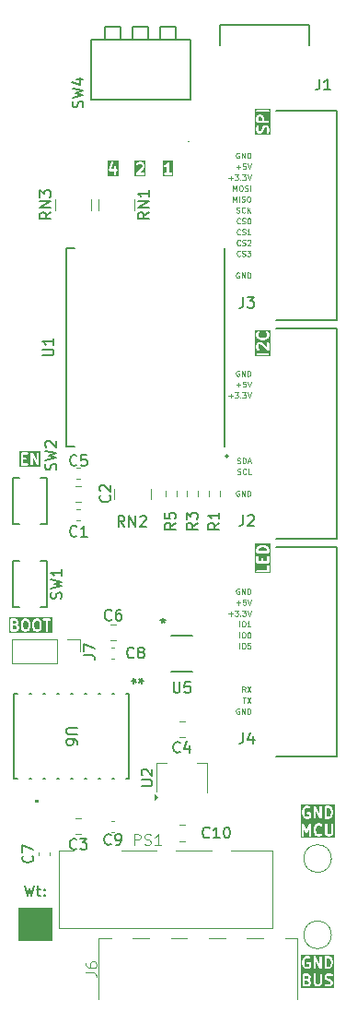
<source format=gbr>
%TF.GenerationSoftware,KiCad,Pcbnew,9.0.2*%
%TF.CreationDate,2025-06-10T08:24:41+03:00*%
%TF.ProjectId,PMMCU-ESP32C3,504d4d43-552d-4455-9350-333243332e6b,rev?*%
%TF.SameCoordinates,Original*%
%TF.FileFunction,Legend,Top*%
%TF.FilePolarity,Positive*%
%FSLAX46Y46*%
G04 Gerber Fmt 4.6, Leading zero omitted, Abs format (unit mm)*
G04 Created by KiCad (PCBNEW 9.0.2) date 2025-06-10 08:24:41*
%MOMM*%
%LPD*%
G01*
G04 APERTURE LIST*
%ADD10C,0.100000*%
%ADD11C,0.125000*%
%ADD12C,0.150000*%
%ADD13C,0.200000*%
%ADD14C,0.152400*%
%ADD15C,0.203200*%
%ADD16C,0.120000*%
%ADD17C,0.000000*%
G04 APERTURE END LIST*
D10*
X1500000Y-33500000D02*
X4500000Y-33500000D01*
X4500000Y-36500000D01*
X1500000Y-36500000D01*
X1500000Y-33500000D01*
G36*
X1500000Y-33500000D02*
G01*
X4500000Y-33500000D01*
X4500000Y-36500000D01*
X1500000Y-36500000D01*
X1500000Y-33500000D01*
G37*
D11*
X21870145Y26322810D02*
X21846336Y26299000D01*
X21846336Y26299000D02*
X21774907Y26275191D01*
X21774907Y26275191D02*
X21727288Y26275191D01*
X21727288Y26275191D02*
X21655860Y26299000D01*
X21655860Y26299000D02*
X21608241Y26346620D01*
X21608241Y26346620D02*
X21584431Y26394239D01*
X21584431Y26394239D02*
X21560622Y26489477D01*
X21560622Y26489477D02*
X21560622Y26560905D01*
X21560622Y26560905D02*
X21584431Y26656143D01*
X21584431Y26656143D02*
X21608241Y26703762D01*
X21608241Y26703762D02*
X21655860Y26751381D01*
X21655860Y26751381D02*
X21727288Y26775191D01*
X21727288Y26775191D02*
X21774907Y26775191D01*
X21774907Y26775191D02*
X21846336Y26751381D01*
X21846336Y26751381D02*
X21870145Y26727572D01*
X22060622Y26299000D02*
X22132050Y26275191D01*
X22132050Y26275191D02*
X22251098Y26275191D01*
X22251098Y26275191D02*
X22298717Y26299000D01*
X22298717Y26299000D02*
X22322526Y26322810D01*
X22322526Y26322810D02*
X22346336Y26370429D01*
X22346336Y26370429D02*
X22346336Y26418048D01*
X22346336Y26418048D02*
X22322526Y26465667D01*
X22322526Y26465667D02*
X22298717Y26489477D01*
X22298717Y26489477D02*
X22251098Y26513286D01*
X22251098Y26513286D02*
X22155860Y26537096D01*
X22155860Y26537096D02*
X22108241Y26560905D01*
X22108241Y26560905D02*
X22084431Y26584715D01*
X22084431Y26584715D02*
X22060622Y26632334D01*
X22060622Y26632334D02*
X22060622Y26679953D01*
X22060622Y26679953D02*
X22084431Y26727572D01*
X22084431Y26727572D02*
X22108241Y26751381D01*
X22108241Y26751381D02*
X22155860Y26775191D01*
X22155860Y26775191D02*
X22274907Y26775191D01*
X22274907Y26775191D02*
X22346336Y26751381D01*
X22513002Y26775191D02*
X22822526Y26775191D01*
X22822526Y26775191D02*
X22655859Y26584715D01*
X22655859Y26584715D02*
X22727288Y26584715D01*
X22727288Y26584715D02*
X22774907Y26560905D01*
X22774907Y26560905D02*
X22798716Y26537096D01*
X22798716Y26537096D02*
X22822526Y26489477D01*
X22822526Y26489477D02*
X22822526Y26370429D01*
X22822526Y26370429D02*
X22798716Y26322810D01*
X22798716Y26322810D02*
X22774907Y26299000D01*
X22774907Y26299000D02*
X22727288Y26275191D01*
X22727288Y26275191D02*
X22584431Y26275191D01*
X22584431Y26275191D02*
X22536812Y26299000D01*
X22536812Y26299000D02*
X22513002Y26322810D01*
X21536812Y30299000D02*
X21608240Y30275191D01*
X21608240Y30275191D02*
X21727288Y30275191D01*
X21727288Y30275191D02*
X21774907Y30299000D01*
X21774907Y30299000D02*
X21798716Y30322810D01*
X21798716Y30322810D02*
X21822526Y30370429D01*
X21822526Y30370429D02*
X21822526Y30418048D01*
X21822526Y30418048D02*
X21798716Y30465667D01*
X21798716Y30465667D02*
X21774907Y30489477D01*
X21774907Y30489477D02*
X21727288Y30513286D01*
X21727288Y30513286D02*
X21632050Y30537096D01*
X21632050Y30537096D02*
X21584431Y30560905D01*
X21584431Y30560905D02*
X21560621Y30584715D01*
X21560621Y30584715D02*
X21536812Y30632334D01*
X21536812Y30632334D02*
X21536812Y30679953D01*
X21536812Y30679953D02*
X21560621Y30727572D01*
X21560621Y30727572D02*
X21584431Y30751381D01*
X21584431Y30751381D02*
X21632050Y30775191D01*
X21632050Y30775191D02*
X21751097Y30775191D01*
X21751097Y30775191D02*
X21822526Y30751381D01*
X22322525Y30322810D02*
X22298716Y30299000D01*
X22298716Y30299000D02*
X22227287Y30275191D01*
X22227287Y30275191D02*
X22179668Y30275191D01*
X22179668Y30275191D02*
X22108240Y30299000D01*
X22108240Y30299000D02*
X22060621Y30346620D01*
X22060621Y30346620D02*
X22036811Y30394239D01*
X22036811Y30394239D02*
X22013002Y30489477D01*
X22013002Y30489477D02*
X22013002Y30560905D01*
X22013002Y30560905D02*
X22036811Y30656143D01*
X22036811Y30656143D02*
X22060621Y30703762D01*
X22060621Y30703762D02*
X22108240Y30751381D01*
X22108240Y30751381D02*
X22179668Y30775191D01*
X22179668Y30775191D02*
X22227287Y30775191D01*
X22227287Y30775191D02*
X22298716Y30751381D01*
X22298716Y30751381D02*
X22322525Y30727572D01*
X22536811Y30275191D02*
X22536811Y30775191D01*
X22822525Y30275191D02*
X22608240Y30560905D01*
X22822525Y30775191D02*
X22536811Y30489477D01*
X21774906Y-4248619D02*
X21727287Y-4224809D01*
X21727287Y-4224809D02*
X21655858Y-4224809D01*
X21655858Y-4224809D02*
X21584430Y-4248619D01*
X21584430Y-4248619D02*
X21536811Y-4296238D01*
X21536811Y-4296238D02*
X21513001Y-4343857D01*
X21513001Y-4343857D02*
X21489192Y-4439095D01*
X21489192Y-4439095D02*
X21489192Y-4510523D01*
X21489192Y-4510523D02*
X21513001Y-4605761D01*
X21513001Y-4605761D02*
X21536811Y-4653380D01*
X21536811Y-4653380D02*
X21584430Y-4701000D01*
X21584430Y-4701000D02*
X21655858Y-4724809D01*
X21655858Y-4724809D02*
X21703477Y-4724809D01*
X21703477Y-4724809D02*
X21774906Y-4701000D01*
X21774906Y-4701000D02*
X21798715Y-4677190D01*
X21798715Y-4677190D02*
X21798715Y-4510523D01*
X21798715Y-4510523D02*
X21703477Y-4510523D01*
X22013001Y-4724809D02*
X22013001Y-4224809D01*
X22013001Y-4224809D02*
X22298715Y-4724809D01*
X22298715Y-4724809D02*
X22298715Y-4224809D01*
X22536811Y-4724809D02*
X22536811Y-4224809D01*
X22536811Y-4224809D02*
X22655859Y-4224809D01*
X22655859Y-4224809D02*
X22727287Y-4248619D01*
X22727287Y-4248619D02*
X22774906Y-4296238D01*
X22774906Y-4296238D02*
X22798716Y-4343857D01*
X22798716Y-4343857D02*
X22822525Y-4439095D01*
X22822525Y-4439095D02*
X22822525Y-4510523D01*
X22822525Y-4510523D02*
X22798716Y-4605761D01*
X22798716Y-4605761D02*
X22774906Y-4653380D01*
X22774906Y-4653380D02*
X22727287Y-4701000D01*
X22727287Y-4701000D02*
X22655859Y-4724809D01*
X22655859Y-4724809D02*
X22536811Y-4724809D01*
D12*
X2047619Y-31454819D02*
X2285714Y-32454819D01*
X2285714Y-32454819D02*
X2476190Y-31740533D01*
X2476190Y-31740533D02*
X2666666Y-32454819D01*
X2666666Y-32454819D02*
X2904762Y-31454819D01*
X3142857Y-31788152D02*
X3523809Y-31788152D01*
X3285714Y-31454819D02*
X3285714Y-32311961D01*
X3285714Y-32311961D02*
X3333333Y-32407200D01*
X3333333Y-32407200D02*
X3428571Y-32454819D01*
X3428571Y-32454819D02*
X3523809Y-32454819D01*
X3857143Y-32359580D02*
X3904762Y-32407200D01*
X3904762Y-32407200D02*
X3857143Y-32454819D01*
X3857143Y-32454819D02*
X3809524Y-32407200D01*
X3809524Y-32407200D02*
X3857143Y-32359580D01*
X3857143Y-32359580D02*
X3857143Y-32454819D01*
X3857143Y-31835771D02*
X3904762Y-31883390D01*
X3904762Y-31883390D02*
X3857143Y-31931009D01*
X3857143Y-31931009D02*
X3809524Y-31883390D01*
X3809524Y-31883390D02*
X3857143Y-31835771D01*
X3857143Y-31835771D02*
X3857143Y-31931009D01*
D11*
X21798716Y-8724809D02*
X21798716Y-8224809D01*
X22132049Y-8224809D02*
X22227287Y-8224809D01*
X22227287Y-8224809D02*
X22274906Y-8248619D01*
X22274906Y-8248619D02*
X22322525Y-8296238D01*
X22322525Y-8296238D02*
X22346335Y-8391476D01*
X22346335Y-8391476D02*
X22346335Y-8558142D01*
X22346335Y-8558142D02*
X22322525Y-8653380D01*
X22322525Y-8653380D02*
X22274906Y-8701000D01*
X22274906Y-8701000D02*
X22227287Y-8724809D01*
X22227287Y-8724809D02*
X22132049Y-8724809D01*
X22132049Y-8724809D02*
X22084430Y-8701000D01*
X22084430Y-8701000D02*
X22036811Y-8653380D01*
X22036811Y-8653380D02*
X22013002Y-8558142D01*
X22013002Y-8558142D02*
X22013002Y-8391476D01*
X22013002Y-8391476D02*
X22036811Y-8296238D01*
X22036811Y-8296238D02*
X22084430Y-8248619D01*
X22084430Y-8248619D02*
X22132049Y-8224809D01*
X22655859Y-8224809D02*
X22703478Y-8224809D01*
X22703478Y-8224809D02*
X22751097Y-8248619D01*
X22751097Y-8248619D02*
X22774907Y-8272428D01*
X22774907Y-8272428D02*
X22798716Y-8320047D01*
X22798716Y-8320047D02*
X22822526Y-8415285D01*
X22822526Y-8415285D02*
X22822526Y-8534333D01*
X22822526Y-8534333D02*
X22798716Y-8629571D01*
X22798716Y-8629571D02*
X22774907Y-8677190D01*
X22774907Y-8677190D02*
X22751097Y-8701000D01*
X22751097Y-8701000D02*
X22703478Y-8724809D01*
X22703478Y-8724809D02*
X22655859Y-8724809D01*
X22655859Y-8724809D02*
X22608240Y-8701000D01*
X22608240Y-8701000D02*
X22584431Y-8677190D01*
X22584431Y-8677190D02*
X22560621Y-8629571D01*
X22560621Y-8629571D02*
X22536812Y-8534333D01*
X22536812Y-8534333D02*
X22536812Y-8415285D01*
X22536812Y-8415285D02*
X22560621Y-8320047D01*
X22560621Y-8320047D02*
X22584431Y-8272428D01*
X22584431Y-8272428D02*
X22608240Y-8248619D01*
X22608240Y-8248619D02*
X22655859Y-8224809D01*
X20798717Y-6534333D02*
X21179670Y-6534333D01*
X20989193Y-6724809D02*
X20989193Y-6343857D01*
X21370146Y-6224809D02*
X21679670Y-6224809D01*
X21679670Y-6224809D02*
X21513003Y-6415285D01*
X21513003Y-6415285D02*
X21584432Y-6415285D01*
X21584432Y-6415285D02*
X21632051Y-6439095D01*
X21632051Y-6439095D02*
X21655860Y-6462904D01*
X21655860Y-6462904D02*
X21679670Y-6510523D01*
X21679670Y-6510523D02*
X21679670Y-6629571D01*
X21679670Y-6629571D02*
X21655860Y-6677190D01*
X21655860Y-6677190D02*
X21632051Y-6701000D01*
X21632051Y-6701000D02*
X21584432Y-6724809D01*
X21584432Y-6724809D02*
X21441575Y-6724809D01*
X21441575Y-6724809D02*
X21393956Y-6701000D01*
X21393956Y-6701000D02*
X21370146Y-6677190D01*
X21893955Y-6677190D02*
X21917765Y-6701000D01*
X21917765Y-6701000D02*
X21893955Y-6724809D01*
X21893955Y-6724809D02*
X21870146Y-6701000D01*
X21870146Y-6701000D02*
X21893955Y-6677190D01*
X21893955Y-6677190D02*
X21893955Y-6724809D01*
X22084431Y-6224809D02*
X22393955Y-6224809D01*
X22393955Y-6224809D02*
X22227288Y-6415285D01*
X22227288Y-6415285D02*
X22298717Y-6415285D01*
X22298717Y-6415285D02*
X22346336Y-6439095D01*
X22346336Y-6439095D02*
X22370145Y-6462904D01*
X22370145Y-6462904D02*
X22393955Y-6510523D01*
X22393955Y-6510523D02*
X22393955Y-6629571D01*
X22393955Y-6629571D02*
X22370145Y-6677190D01*
X22370145Y-6677190D02*
X22346336Y-6701000D01*
X22346336Y-6701000D02*
X22298717Y-6724809D01*
X22298717Y-6724809D02*
X22155860Y-6724809D01*
X22155860Y-6724809D02*
X22108241Y-6701000D01*
X22108241Y-6701000D02*
X22084431Y-6677190D01*
X22536812Y-6224809D02*
X22703478Y-6724809D01*
X22703478Y-6724809D02*
X22870145Y-6224809D01*
D13*
G36*
X24179218Y-464024D02*
G01*
X24250127Y-499478D01*
X24317197Y-566548D01*
X24352219Y-671613D01*
X24352219Y-793482D01*
X23552219Y-793482D01*
X23552219Y-671614D01*
X23587240Y-566549D01*
X23654313Y-499477D01*
X23725218Y-464024D01*
X23893099Y-422054D01*
X24011337Y-422054D01*
X24179218Y-464024D01*
G37*
G36*
X24663330Y-2818879D02*
G01*
X23241108Y-2818879D01*
X23241108Y-2588259D01*
X23354140Y-2588259D01*
X23354140Y-2627277D01*
X23369072Y-2663325D01*
X23396662Y-2690915D01*
X23432710Y-2705847D01*
X23452219Y-2707768D01*
X24452219Y-2707768D01*
X24471728Y-2705847D01*
X24507776Y-2690915D01*
X24535366Y-2663325D01*
X24550298Y-2627277D01*
X24552219Y-2607768D01*
X24552219Y-2131578D01*
X24550298Y-2112069D01*
X24535366Y-2076021D01*
X24507776Y-2048431D01*
X24471728Y-2033499D01*
X24432710Y-2033499D01*
X24396662Y-2048431D01*
X24369072Y-2076021D01*
X24354140Y-2112069D01*
X24352219Y-2131578D01*
X24352219Y-2507768D01*
X23452219Y-2507768D01*
X23432710Y-2509689D01*
X23396662Y-2524621D01*
X23369072Y-2552211D01*
X23354140Y-2588259D01*
X23241108Y-2588259D01*
X23241108Y-1322054D01*
X23352219Y-1322054D01*
X23352219Y-1798244D01*
X23354140Y-1817753D01*
X23369072Y-1853801D01*
X23396662Y-1881391D01*
X23432710Y-1896323D01*
X23452219Y-1898244D01*
X24452219Y-1898244D01*
X24471728Y-1896323D01*
X24507776Y-1881391D01*
X24535366Y-1853801D01*
X24550298Y-1817753D01*
X24552219Y-1798244D01*
X24552219Y-1322054D01*
X24550298Y-1302545D01*
X24535366Y-1266497D01*
X24507776Y-1238907D01*
X24471728Y-1223975D01*
X24432710Y-1223975D01*
X24396662Y-1238907D01*
X24369072Y-1266497D01*
X24354140Y-1302545D01*
X24352219Y-1322054D01*
X24352219Y-1698244D01*
X24028409Y-1698244D01*
X24028409Y-1464911D01*
X24026488Y-1445402D01*
X24011556Y-1409354D01*
X23983966Y-1381764D01*
X23947918Y-1366832D01*
X23908900Y-1366832D01*
X23872852Y-1381764D01*
X23845262Y-1409354D01*
X23830330Y-1445402D01*
X23828409Y-1464911D01*
X23828409Y-1698244D01*
X23552219Y-1698244D01*
X23552219Y-1322054D01*
X23550298Y-1302545D01*
X23535366Y-1266497D01*
X23507776Y-1238907D01*
X23471728Y-1223975D01*
X23432710Y-1223975D01*
X23396662Y-1238907D01*
X23369072Y-1266497D01*
X23354140Y-1302545D01*
X23352219Y-1322054D01*
X23241108Y-1322054D01*
X23241108Y-655387D01*
X23352219Y-655387D01*
X23352219Y-893482D01*
X23354140Y-912991D01*
X23369072Y-949039D01*
X23396662Y-976629D01*
X23432710Y-991561D01*
X23452219Y-993482D01*
X24452219Y-993482D01*
X24471728Y-991561D01*
X24507776Y-976629D01*
X24535366Y-949039D01*
X24550298Y-912991D01*
X24552219Y-893482D01*
X24552219Y-655387D01*
X24551246Y-645513D01*
X24551434Y-642879D01*
X24550646Y-639415D01*
X24550298Y-635878D01*
X24549286Y-633436D01*
X24547087Y-623764D01*
X24499468Y-480907D01*
X24491477Y-463007D01*
X24489122Y-460291D01*
X24487747Y-456972D01*
X24475311Y-441819D01*
X24380071Y-346581D01*
X24372401Y-340286D01*
X24370672Y-338292D01*
X24367667Y-336400D01*
X24364918Y-334144D01*
X24362474Y-333131D01*
X24354082Y-327849D01*
X24258844Y-280230D01*
X24257417Y-279684D01*
X24256837Y-279254D01*
X24248660Y-276332D01*
X24240536Y-273224D01*
X24239813Y-273172D01*
X24238376Y-272659D01*
X24047901Y-225040D01*
X24044519Y-224539D01*
X24043156Y-223975D01*
X24035805Y-223251D01*
X24028508Y-222172D01*
X24027049Y-222389D01*
X24023647Y-222054D01*
X23880790Y-222054D01*
X23877387Y-222389D01*
X23875929Y-222172D01*
X23868631Y-223251D01*
X23861281Y-223975D01*
X23859917Y-224539D01*
X23856536Y-225040D01*
X23666060Y-272659D01*
X23664621Y-273172D01*
X23663901Y-273224D01*
X23655776Y-276332D01*
X23647600Y-279254D01*
X23647020Y-279683D01*
X23645592Y-280230D01*
X23550355Y-327849D01*
X23541956Y-333135D01*
X23539519Y-334145D01*
X23536775Y-336396D01*
X23533764Y-338292D01*
X23532031Y-340289D01*
X23524365Y-346581D01*
X23429127Y-441819D01*
X23416691Y-456973D01*
X23415316Y-460291D01*
X23412961Y-463007D01*
X23404970Y-480908D01*
X23357351Y-623764D01*
X23355151Y-633435D01*
X23354140Y-635878D01*
X23353791Y-639416D01*
X23353004Y-642880D01*
X23353191Y-645513D01*
X23352219Y-655387D01*
X23241108Y-655387D01*
X23241108Y-110943D01*
X24663330Y-110943D01*
X24663330Y-2818879D01*
G37*
G36*
X3489206Y6956670D02*
G01*
X1590794Y6956670D01*
X1590794Y8167781D01*
X1701905Y8167781D01*
X1701905Y7167781D01*
X1703826Y7148272D01*
X1718758Y7112224D01*
X1746348Y7084634D01*
X1782396Y7069702D01*
X1801905Y7067781D01*
X2278095Y7067781D01*
X2297604Y7069702D01*
X2333652Y7084634D01*
X2361242Y7112224D01*
X2376174Y7148272D01*
X2376174Y7187290D01*
X2361242Y7223338D01*
X2333652Y7250928D01*
X2297604Y7265860D01*
X2278095Y7267781D01*
X1901905Y7267781D01*
X1901905Y7591591D01*
X2135238Y7591591D01*
X2154747Y7593512D01*
X2190795Y7608444D01*
X2218385Y7636034D01*
X2233317Y7672082D01*
X2233317Y7711100D01*
X2218385Y7747148D01*
X2190795Y7774738D01*
X2154747Y7789670D01*
X2135238Y7791591D01*
X1901905Y7791591D01*
X1901905Y8067781D01*
X2278095Y8067781D01*
X2297604Y8069702D01*
X2333652Y8084634D01*
X2361242Y8112224D01*
X2376174Y8148272D01*
X2376174Y8167781D01*
X2606667Y8167781D01*
X2606667Y7167781D01*
X2608588Y7148272D01*
X2623520Y7112224D01*
X2651110Y7084634D01*
X2687158Y7069702D01*
X2726176Y7069702D01*
X2762224Y7084634D01*
X2789814Y7112224D01*
X2804746Y7148272D01*
X2806667Y7167781D01*
X2806667Y7791225D01*
X3191271Y7118167D01*
X3194189Y7114057D01*
X3194948Y7112224D01*
X3196814Y7110358D01*
X3202618Y7102182D01*
X3213134Y7094038D01*
X3222538Y7084634D01*
X3228425Y7082196D01*
X3233467Y7078291D01*
X3246299Y7074792D01*
X3258586Y7069702D01*
X3264962Y7069702D01*
X3271111Y7068025D01*
X3284304Y7069702D01*
X3297604Y7069702D01*
X3303492Y7072142D01*
X3309817Y7072945D01*
X3321366Y7079546D01*
X3333652Y7084634D01*
X3338159Y7089142D01*
X3343694Y7092304D01*
X3351838Y7102821D01*
X3361242Y7112224D01*
X3363680Y7118112D01*
X3367585Y7123153D01*
X3371084Y7135986D01*
X3376174Y7148272D01*
X3377156Y7158250D01*
X3377851Y7160796D01*
X3377600Y7162764D01*
X3378095Y7167781D01*
X3378095Y8167781D01*
X3376174Y8187290D01*
X3361242Y8223338D01*
X3333652Y8250928D01*
X3297604Y8265860D01*
X3258586Y8265860D01*
X3222538Y8250928D01*
X3194948Y8223338D01*
X3180016Y8187290D01*
X3178095Y8167781D01*
X3178095Y7544338D01*
X2793491Y8217395D01*
X2790572Y8221506D01*
X2789814Y8223338D01*
X2787947Y8225205D01*
X2782144Y8233380D01*
X2771629Y8241523D01*
X2762224Y8250928D01*
X2756333Y8253368D01*
X2751295Y8257270D01*
X2738466Y8260769D01*
X2726176Y8265860D01*
X2719801Y8265860D01*
X2713652Y8267537D01*
X2700459Y8265860D01*
X2687158Y8265860D01*
X2681269Y8263421D01*
X2674945Y8262617D01*
X2663395Y8256017D01*
X2651110Y8250928D01*
X2646602Y8246421D01*
X2641068Y8243258D01*
X2632925Y8232744D01*
X2623520Y8223338D01*
X2621080Y8217448D01*
X2617178Y8212409D01*
X2613679Y8199581D01*
X2608588Y8187290D01*
X2607605Y8177313D01*
X2606911Y8174766D01*
X2607161Y8172799D01*
X2606667Y8167781D01*
X2376174Y8167781D01*
X2376174Y8187290D01*
X2361242Y8223338D01*
X2333652Y8250928D01*
X2297604Y8265860D01*
X2278095Y8267781D01*
X1801905Y8267781D01*
X1782396Y8265860D01*
X1746348Y8250928D01*
X1718758Y8223338D01*
X1703826Y8187290D01*
X1701905Y8167781D01*
X1590794Y8167781D01*
X1590794Y8378892D01*
X3489206Y8378892D01*
X3489206Y6956670D01*
G37*
D11*
X22108241Y-14224809D02*
X22393955Y-14224809D01*
X22251098Y-14724809D02*
X22251098Y-14224809D01*
X22513002Y-14224809D02*
X22846335Y-14724809D01*
X22846335Y-14224809D02*
X22513002Y-14724809D01*
D13*
G36*
X24663330Y17090137D02*
G01*
X23241108Y17090137D01*
X23241108Y17320757D01*
X23354140Y17320757D01*
X23354140Y17281739D01*
X23369072Y17245691D01*
X23396662Y17218101D01*
X23432710Y17203169D01*
X23452219Y17201248D01*
X24452219Y17201248D01*
X24471728Y17203169D01*
X24507776Y17218101D01*
X24535366Y17245691D01*
X24550298Y17281739D01*
X24550298Y17320757D01*
X24535366Y17356805D01*
X24507776Y17384395D01*
X24471728Y17399327D01*
X24452219Y17401248D01*
X23452219Y17401248D01*
X23432710Y17399327D01*
X23396662Y17384395D01*
X23369072Y17356805D01*
X23354140Y17320757D01*
X23241108Y17320757D01*
X23241108Y18110771D01*
X23352219Y18110771D01*
X23352219Y17872676D01*
X23354140Y17853167D01*
X23355515Y17849847D01*
X23355770Y17846263D01*
X23362776Y17827955D01*
X23410395Y17732717D01*
X23415680Y17724321D01*
X23416691Y17721881D01*
X23418944Y17719135D01*
X23420838Y17716127D01*
X23422832Y17714398D01*
X23429127Y17706727D01*
X23476746Y17659109D01*
X23491899Y17646672D01*
X23527948Y17631741D01*
X23566966Y17631741D01*
X23603014Y17646672D01*
X23630604Y17674262D01*
X23645535Y17710310D01*
X23645535Y17749328D01*
X23630604Y17785377D01*
X23618167Y17800530D01*
X23582024Y17836674D01*
X23552219Y17896284D01*
X23552219Y18087164D01*
X23582024Y18146774D01*
X23606692Y18171443D01*
X23666302Y18201247D01*
X23721706Y18201247D01*
X23826770Y18166226D01*
X24381508Y17611489D01*
X24396662Y17599053D01*
X24432710Y17584121D01*
X24471728Y17584121D01*
X24507776Y17599053D01*
X24535366Y17626643D01*
X24550298Y17662691D01*
X24552219Y17682200D01*
X24552219Y18301247D01*
X24550298Y18320756D01*
X24535366Y18356804D01*
X24507776Y18384394D01*
X24471728Y18399326D01*
X24432710Y18399326D01*
X24396662Y18384394D01*
X24369072Y18356804D01*
X24354140Y18320756D01*
X24352219Y18301247D01*
X24352219Y17923622D01*
X23951501Y18324339D01*
X23936347Y18336775D01*
X23933028Y18338150D01*
X23930313Y18340505D01*
X23912412Y18348496D01*
X23769556Y18396115D01*
X23759884Y18398315D01*
X23757442Y18399326D01*
X23753903Y18399675D01*
X23750440Y18400462D01*
X23747806Y18400275D01*
X23737933Y18401247D01*
X23642695Y18401247D01*
X23623186Y18399326D01*
X23619865Y18397951D01*
X23616282Y18397696D01*
X23597973Y18390690D01*
X23502736Y18343071D01*
X23494339Y18337786D01*
X23491899Y18336775D01*
X23489153Y18334522D01*
X23486145Y18332628D01*
X23484412Y18330631D01*
X23476746Y18324338D01*
X23429127Y18276720D01*
X23422832Y18269050D01*
X23420838Y18267320D01*
X23418944Y18264313D01*
X23416691Y18261566D01*
X23415680Y18259127D01*
X23410395Y18250730D01*
X23362776Y18155492D01*
X23355770Y18137184D01*
X23355515Y18133601D01*
X23354140Y18130280D01*
X23352219Y18110771D01*
X23241108Y18110771D01*
X23241108Y19110771D01*
X23352219Y19110771D01*
X23352219Y19015533D01*
X23353191Y19005660D01*
X23353004Y19003026D01*
X23353791Y18999563D01*
X23354140Y18996024D01*
X23355151Y18993582D01*
X23357351Y18983910D01*
X23404970Y18841054D01*
X23412961Y18823153D01*
X23415316Y18820438D01*
X23416691Y18817119D01*
X23429127Y18801965D01*
X23524365Y18706727D01*
X23532031Y18700436D01*
X23533764Y18698438D01*
X23536775Y18696543D01*
X23539519Y18694291D01*
X23541956Y18693282D01*
X23550355Y18687995D01*
X23645592Y18640376D01*
X23647020Y18639830D01*
X23647600Y18639400D01*
X23655776Y18636479D01*
X23663901Y18633370D01*
X23664621Y18633319D01*
X23666060Y18632805D01*
X23856536Y18585186D01*
X23859917Y18584686D01*
X23861281Y18584121D01*
X23868631Y18583398D01*
X23875929Y18582318D01*
X23877387Y18582536D01*
X23880790Y18582200D01*
X24023647Y18582200D01*
X24027049Y18582536D01*
X24028508Y18582318D01*
X24035805Y18583398D01*
X24043156Y18584121D01*
X24044519Y18584686D01*
X24047901Y18585186D01*
X24238376Y18632805D01*
X24239813Y18633319D01*
X24240536Y18633370D01*
X24248660Y18636479D01*
X24256837Y18639400D01*
X24257417Y18639831D01*
X24258844Y18640376D01*
X24354082Y18687995D01*
X24362474Y18693278D01*
X24364918Y18694290D01*
X24367667Y18696547D01*
X24370672Y18698438D01*
X24372401Y18700433D01*
X24380071Y18706727D01*
X24475311Y18801965D01*
X24487747Y18817118D01*
X24489122Y18820438D01*
X24491477Y18823153D01*
X24499468Y18841053D01*
X24547087Y18983910D01*
X24549286Y18993583D01*
X24550298Y18996024D01*
X24550646Y18999562D01*
X24551434Y19003025D01*
X24551246Y19005660D01*
X24552219Y19015533D01*
X24552219Y19110771D01*
X24551246Y19120645D01*
X24551434Y19123279D01*
X24550646Y19126743D01*
X24550298Y19130280D01*
X24549286Y19132722D01*
X24547087Y19142394D01*
X24499468Y19285251D01*
X24491477Y19303151D01*
X24489122Y19305867D01*
X24487747Y19309186D01*
X24475310Y19324340D01*
X24427690Y19371958D01*
X24412537Y19384395D01*
X24376488Y19399326D01*
X24337470Y19399325D01*
X24301422Y19384394D01*
X24273832Y19356804D01*
X24258901Y19320755D01*
X24258902Y19281737D01*
X24273833Y19245689D01*
X24286270Y19230536D01*
X24317197Y19199610D01*
X24352219Y19094545D01*
X24352219Y19031760D01*
X24317197Y18926695D01*
X24250127Y18859625D01*
X24179218Y18824171D01*
X24011337Y18782200D01*
X23893099Y18782200D01*
X23725218Y18824171D01*
X23654313Y18859623D01*
X23587240Y18926696D01*
X23552219Y19031760D01*
X23552219Y19094544D01*
X23587240Y19199610D01*
X23618167Y19230536D01*
X23630604Y19245689D01*
X23645535Y19281738D01*
X23645535Y19320756D01*
X23630604Y19356804D01*
X23603014Y19384394D01*
X23566966Y19399325D01*
X23527948Y19399325D01*
X23491899Y19384394D01*
X23476746Y19371957D01*
X23429127Y19324339D01*
X23416691Y19309185D01*
X23415316Y19305867D01*
X23412961Y19303151D01*
X23404970Y19285250D01*
X23357351Y19142394D01*
X23355151Y19132723D01*
X23354140Y19130280D01*
X23353791Y19126742D01*
X23353004Y19123278D01*
X23353191Y19120645D01*
X23352219Y19110771D01*
X23241108Y19110771D01*
X23241108Y19510437D01*
X24663330Y19510437D01*
X24663330Y17090137D01*
G37*
G36*
X1271695Y-7683430D02*
G01*
X1291147Y-7702882D01*
X1320952Y-7762492D01*
X1320952Y-7858135D01*
X1291147Y-7917743D01*
X1266478Y-7942413D01*
X1206869Y-7972219D01*
X949524Y-7972219D01*
X949524Y-7648409D01*
X1166630Y-7648409D01*
X1271695Y-7683430D01*
G37*
G36*
X1218859Y-7202024D02*
G01*
X1243528Y-7226692D01*
X1273333Y-7286302D01*
X1273333Y-7334326D01*
X1243528Y-7393935D01*
X1218859Y-7418603D01*
X1159250Y-7448409D01*
X949524Y-7448409D01*
X949524Y-7172219D01*
X1159250Y-7172219D01*
X1218859Y-7202024D01*
G37*
G36*
X2266477Y-7202023D02*
G01*
X2330656Y-7266202D01*
X2368571Y-7417861D01*
X2368571Y-7726575D01*
X2330655Y-7878235D01*
X2266479Y-7942413D01*
X2206869Y-7972219D01*
X2063607Y-7972219D01*
X2003997Y-7942414D01*
X1939820Y-7878236D01*
X1901905Y-7726575D01*
X1901905Y-7417862D01*
X1939820Y-7266202D01*
X2003999Y-7202023D01*
X2063607Y-7172219D01*
X2206869Y-7172219D01*
X2266477Y-7202023D01*
G37*
G36*
X3314096Y-7202023D02*
G01*
X3378275Y-7266202D01*
X3416190Y-7417861D01*
X3416190Y-7726575D01*
X3378274Y-7878235D01*
X3314098Y-7942413D01*
X3254488Y-7972219D01*
X3111226Y-7972219D01*
X3051616Y-7942414D01*
X2987439Y-7878236D01*
X2949524Y-7726575D01*
X2949524Y-7417862D01*
X2987439Y-7266202D01*
X3051618Y-7202023D01*
X3111226Y-7172219D01*
X3254488Y-7172219D01*
X3314096Y-7202023D01*
G37*
G36*
X4582523Y-8283330D02*
G01*
X638413Y-8283330D01*
X638413Y-7072219D01*
X749524Y-7072219D01*
X749524Y-8072219D01*
X751445Y-8091728D01*
X766377Y-8127776D01*
X793967Y-8155366D01*
X830015Y-8170298D01*
X849524Y-8172219D01*
X1230476Y-8172219D01*
X1249985Y-8170298D01*
X1253305Y-8168922D01*
X1256889Y-8168668D01*
X1275197Y-8161662D01*
X1370435Y-8114043D01*
X1378830Y-8108758D01*
X1381272Y-8107747D01*
X1384019Y-8105491D01*
X1387025Y-8103600D01*
X1388755Y-8101605D01*
X1396425Y-8095310D01*
X1444044Y-8047690D01*
X1450336Y-8040023D01*
X1452333Y-8038292D01*
X1454226Y-8035284D01*
X1456481Y-8032537D01*
X1457492Y-8030095D01*
X1462776Y-8021701D01*
X1510395Y-7926464D01*
X1517401Y-7908155D01*
X1517655Y-7904571D01*
X1519031Y-7901251D01*
X1520952Y-7881742D01*
X1520952Y-7738885D01*
X1519031Y-7719376D01*
X1517655Y-7716055D01*
X1517401Y-7712472D01*
X1510395Y-7694163D01*
X1462776Y-7598926D01*
X1457490Y-7590529D01*
X1456480Y-7588089D01*
X1454226Y-7585343D01*
X1452333Y-7582335D01*
X1450335Y-7580602D01*
X1444043Y-7572936D01*
X1396425Y-7525317D01*
X1395636Y-7524669D01*
X1396424Y-7523882D01*
X1402716Y-7516215D01*
X1404714Y-7514483D01*
X1406607Y-7511474D01*
X1408861Y-7508729D01*
X1409871Y-7506288D01*
X1415157Y-7497892D01*
X1461327Y-7405552D01*
X1701905Y-7405552D01*
X1701905Y-7738885D01*
X1702240Y-7742287D01*
X1702023Y-7743746D01*
X1703102Y-7751043D01*
X1703826Y-7758394D01*
X1704390Y-7759757D01*
X1704891Y-7763139D01*
X1752510Y-7953614D01*
X1759105Y-7972075D01*
X1763530Y-7978047D01*
X1766376Y-7984918D01*
X1778813Y-8000071D01*
X1874051Y-8095311D01*
X1881719Y-8101604D01*
X1883450Y-8103600D01*
X1886457Y-8105493D01*
X1889204Y-8107747D01*
X1891644Y-8108757D01*
X1900041Y-8114043D01*
X1995278Y-8161662D01*
X2013587Y-8168668D01*
X2017170Y-8168922D01*
X2020491Y-8170298D01*
X2040000Y-8172219D01*
X2230476Y-8172219D01*
X2249985Y-8170298D01*
X2253305Y-8168922D01*
X2256889Y-8168668D01*
X2275197Y-8161662D01*
X2370435Y-8114043D01*
X2378830Y-8108758D01*
X2381272Y-8107747D01*
X2384019Y-8105491D01*
X2387025Y-8103600D01*
X2388755Y-8101605D01*
X2396425Y-8095310D01*
X2491663Y-8000071D01*
X2504100Y-7984918D01*
X2506945Y-7978047D01*
X2511371Y-7972075D01*
X2517966Y-7953615D01*
X2565585Y-7763139D01*
X2566085Y-7759757D01*
X2566650Y-7758394D01*
X2567373Y-7751043D01*
X2568453Y-7743746D01*
X2568235Y-7742287D01*
X2568571Y-7738885D01*
X2568571Y-7405552D01*
X2749524Y-7405552D01*
X2749524Y-7738885D01*
X2749859Y-7742287D01*
X2749642Y-7743746D01*
X2750721Y-7751043D01*
X2751445Y-7758394D01*
X2752009Y-7759757D01*
X2752510Y-7763139D01*
X2800129Y-7953614D01*
X2806724Y-7972075D01*
X2811149Y-7978047D01*
X2813995Y-7984918D01*
X2826432Y-8000071D01*
X2921670Y-8095311D01*
X2929338Y-8101604D01*
X2931069Y-8103600D01*
X2934076Y-8105493D01*
X2936823Y-8107747D01*
X2939263Y-8108757D01*
X2947660Y-8114043D01*
X3042897Y-8161662D01*
X3061206Y-8168668D01*
X3064789Y-8168922D01*
X3068110Y-8170298D01*
X3087619Y-8172219D01*
X3278095Y-8172219D01*
X3297604Y-8170298D01*
X3300924Y-8168922D01*
X3304508Y-8168668D01*
X3322816Y-8161662D01*
X3418054Y-8114043D01*
X3426449Y-8108758D01*
X3428891Y-8107747D01*
X3431638Y-8105491D01*
X3434644Y-8103600D01*
X3436374Y-8101605D01*
X3444044Y-8095310D01*
X3539282Y-8000071D01*
X3551719Y-7984918D01*
X3554564Y-7978047D01*
X3558990Y-7972075D01*
X3565585Y-7953615D01*
X3613204Y-7763139D01*
X3613704Y-7759757D01*
X3614269Y-7758394D01*
X3614992Y-7751043D01*
X3616072Y-7743746D01*
X3615854Y-7742287D01*
X3616190Y-7738885D01*
X3616190Y-7405552D01*
X3615854Y-7402149D01*
X3616072Y-7400691D01*
X3614992Y-7393393D01*
X3614269Y-7386043D01*
X3613704Y-7384679D01*
X3613204Y-7381298D01*
X3565585Y-7190822D01*
X3558990Y-7172362D01*
X3554563Y-7166387D01*
X3551718Y-7159519D01*
X3539282Y-7144365D01*
X3447627Y-7052710D01*
X3703826Y-7052710D01*
X3703826Y-7091728D01*
X3718758Y-7127776D01*
X3746348Y-7155366D01*
X3782396Y-7170298D01*
X3801905Y-7172219D01*
X3987619Y-7172219D01*
X3987619Y-8072219D01*
X3989540Y-8091728D01*
X4004472Y-8127776D01*
X4032062Y-8155366D01*
X4068110Y-8170298D01*
X4107128Y-8170298D01*
X4143176Y-8155366D01*
X4170766Y-8127776D01*
X4185698Y-8091728D01*
X4187619Y-8072219D01*
X4187619Y-7172219D01*
X4373333Y-7172219D01*
X4392842Y-7170298D01*
X4428890Y-7155366D01*
X4456480Y-7127776D01*
X4471412Y-7091728D01*
X4471412Y-7052710D01*
X4456480Y-7016662D01*
X4428890Y-6989072D01*
X4392842Y-6974140D01*
X4373333Y-6972219D01*
X3801905Y-6972219D01*
X3782396Y-6974140D01*
X3746348Y-6989072D01*
X3718758Y-7016662D01*
X3703826Y-7052710D01*
X3447627Y-7052710D01*
X3444044Y-7049127D01*
X3436373Y-7042832D01*
X3434644Y-7040838D01*
X3431636Y-7038944D01*
X3428890Y-7036691D01*
X3426450Y-7035680D01*
X3418054Y-7030395D01*
X3322816Y-6982776D01*
X3304508Y-6975770D01*
X3300924Y-6975515D01*
X3297604Y-6974140D01*
X3278095Y-6972219D01*
X3087619Y-6972219D01*
X3068110Y-6974140D01*
X3064789Y-6975515D01*
X3061206Y-6975770D01*
X3042897Y-6982776D01*
X2947660Y-7030395D01*
X2939261Y-7035681D01*
X2936824Y-7036691D01*
X2934080Y-7038942D01*
X2931069Y-7040838D01*
X2929336Y-7042835D01*
X2921670Y-7049127D01*
X2826432Y-7144365D01*
X2813996Y-7159519D01*
X2811150Y-7166387D01*
X2806724Y-7172362D01*
X2800129Y-7190823D01*
X2752510Y-7381298D01*
X2752009Y-7384679D01*
X2751445Y-7386043D01*
X2750721Y-7393393D01*
X2749642Y-7400691D01*
X2749859Y-7402149D01*
X2749524Y-7405552D01*
X2568571Y-7405552D01*
X2568235Y-7402149D01*
X2568453Y-7400691D01*
X2567373Y-7393393D01*
X2566650Y-7386043D01*
X2566085Y-7384679D01*
X2565585Y-7381298D01*
X2517966Y-7190822D01*
X2511371Y-7172362D01*
X2506944Y-7166387D01*
X2504099Y-7159519D01*
X2491663Y-7144365D01*
X2396425Y-7049127D01*
X2388754Y-7042832D01*
X2387025Y-7040838D01*
X2384017Y-7038944D01*
X2381271Y-7036691D01*
X2378831Y-7035680D01*
X2370435Y-7030395D01*
X2275197Y-6982776D01*
X2256889Y-6975770D01*
X2253305Y-6975515D01*
X2249985Y-6974140D01*
X2230476Y-6972219D01*
X2040000Y-6972219D01*
X2020491Y-6974140D01*
X2017170Y-6975515D01*
X2013587Y-6975770D01*
X1995278Y-6982776D01*
X1900041Y-7030395D01*
X1891642Y-7035681D01*
X1889205Y-7036691D01*
X1886461Y-7038942D01*
X1883450Y-7040838D01*
X1881717Y-7042835D01*
X1874051Y-7049127D01*
X1778813Y-7144365D01*
X1766377Y-7159519D01*
X1763531Y-7166387D01*
X1759105Y-7172362D01*
X1752510Y-7190823D01*
X1704891Y-7381298D01*
X1704390Y-7384679D01*
X1703826Y-7386043D01*
X1703102Y-7393393D01*
X1702023Y-7400691D01*
X1702240Y-7402149D01*
X1701905Y-7405552D01*
X1461327Y-7405552D01*
X1462776Y-7402655D01*
X1469782Y-7384346D01*
X1470036Y-7380762D01*
X1471412Y-7377442D01*
X1473333Y-7357933D01*
X1473333Y-7262695D01*
X1471412Y-7243186D01*
X1470036Y-7239865D01*
X1469782Y-7236282D01*
X1462776Y-7217973D01*
X1415157Y-7122736D01*
X1409871Y-7114339D01*
X1408861Y-7111899D01*
X1406607Y-7109153D01*
X1404714Y-7106145D01*
X1402716Y-7104412D01*
X1396424Y-7096746D01*
X1348806Y-7049127D01*
X1341135Y-7042832D01*
X1339406Y-7040838D01*
X1336398Y-7038944D01*
X1333652Y-7036691D01*
X1331212Y-7035680D01*
X1322816Y-7030395D01*
X1227578Y-6982776D01*
X1209270Y-6975770D01*
X1205686Y-6975515D01*
X1202366Y-6974140D01*
X1182857Y-6972219D01*
X849524Y-6972219D01*
X830015Y-6974140D01*
X793967Y-6989072D01*
X766377Y-7016662D01*
X751445Y-7052710D01*
X749524Y-7072219D01*
X638413Y-7072219D01*
X638413Y-6861108D01*
X4582523Y-6861108D01*
X4582523Y-8283330D01*
G37*
D11*
X21774906Y35751381D02*
X21727287Y35775191D01*
X21727287Y35775191D02*
X21655858Y35775191D01*
X21655858Y35775191D02*
X21584430Y35751381D01*
X21584430Y35751381D02*
X21536811Y35703762D01*
X21536811Y35703762D02*
X21513001Y35656143D01*
X21513001Y35656143D02*
X21489192Y35560905D01*
X21489192Y35560905D02*
X21489192Y35489477D01*
X21489192Y35489477D02*
X21513001Y35394239D01*
X21513001Y35394239D02*
X21536811Y35346620D01*
X21536811Y35346620D02*
X21584430Y35299000D01*
X21584430Y35299000D02*
X21655858Y35275191D01*
X21655858Y35275191D02*
X21703477Y35275191D01*
X21703477Y35275191D02*
X21774906Y35299000D01*
X21774906Y35299000D02*
X21798715Y35322810D01*
X21798715Y35322810D02*
X21798715Y35489477D01*
X21798715Y35489477D02*
X21703477Y35489477D01*
X22013001Y35275191D02*
X22013001Y35775191D01*
X22013001Y35775191D02*
X22298715Y35275191D01*
X22298715Y35275191D02*
X22298715Y35775191D01*
X22536811Y35275191D02*
X22536811Y35775191D01*
X22536811Y35775191D02*
X22655859Y35775191D01*
X22655859Y35775191D02*
X22727287Y35751381D01*
X22727287Y35751381D02*
X22774906Y35703762D01*
X22774906Y35703762D02*
X22798716Y35656143D01*
X22798716Y35656143D02*
X22822525Y35560905D01*
X22822525Y35560905D02*
X22822525Y35489477D01*
X22822525Y35489477D02*
X22798716Y35394239D01*
X22798716Y35394239D02*
X22774906Y35346620D01*
X22774906Y35346620D02*
X22727287Y35299000D01*
X22727287Y35299000D02*
X22655859Y35275191D01*
X22655859Y35275191D02*
X22536811Y35275191D01*
X20798717Y13465667D02*
X21179670Y13465667D01*
X20989193Y13275191D02*
X20989193Y13656143D01*
X21370146Y13775191D02*
X21679670Y13775191D01*
X21679670Y13775191D02*
X21513003Y13584715D01*
X21513003Y13584715D02*
X21584432Y13584715D01*
X21584432Y13584715D02*
X21632051Y13560905D01*
X21632051Y13560905D02*
X21655860Y13537096D01*
X21655860Y13537096D02*
X21679670Y13489477D01*
X21679670Y13489477D02*
X21679670Y13370429D01*
X21679670Y13370429D02*
X21655860Y13322810D01*
X21655860Y13322810D02*
X21632051Y13299000D01*
X21632051Y13299000D02*
X21584432Y13275191D01*
X21584432Y13275191D02*
X21441575Y13275191D01*
X21441575Y13275191D02*
X21393956Y13299000D01*
X21393956Y13299000D02*
X21370146Y13322810D01*
X21893955Y13322810D02*
X21917765Y13299000D01*
X21917765Y13299000D02*
X21893955Y13275191D01*
X21893955Y13275191D02*
X21870146Y13299000D01*
X21870146Y13299000D02*
X21893955Y13322810D01*
X21893955Y13322810D02*
X21893955Y13275191D01*
X22084431Y13775191D02*
X22393955Y13775191D01*
X22393955Y13775191D02*
X22227288Y13584715D01*
X22227288Y13584715D02*
X22298717Y13584715D01*
X22298717Y13584715D02*
X22346336Y13560905D01*
X22346336Y13560905D02*
X22370145Y13537096D01*
X22370145Y13537096D02*
X22393955Y13489477D01*
X22393955Y13489477D02*
X22393955Y13370429D01*
X22393955Y13370429D02*
X22370145Y13322810D01*
X22370145Y13322810D02*
X22346336Y13299000D01*
X22346336Y13299000D02*
X22298717Y13275191D01*
X22298717Y13275191D02*
X22155860Y13275191D01*
X22155860Y13275191D02*
X22108241Y13299000D01*
X22108241Y13299000D02*
X22084431Y13322810D01*
X22536812Y13775191D02*
X22703478Y13275191D01*
X22703478Y13275191D02*
X22870145Y13775191D01*
X21870145Y27322810D02*
X21846336Y27299000D01*
X21846336Y27299000D02*
X21774907Y27275191D01*
X21774907Y27275191D02*
X21727288Y27275191D01*
X21727288Y27275191D02*
X21655860Y27299000D01*
X21655860Y27299000D02*
X21608241Y27346620D01*
X21608241Y27346620D02*
X21584431Y27394239D01*
X21584431Y27394239D02*
X21560622Y27489477D01*
X21560622Y27489477D02*
X21560622Y27560905D01*
X21560622Y27560905D02*
X21584431Y27656143D01*
X21584431Y27656143D02*
X21608241Y27703762D01*
X21608241Y27703762D02*
X21655860Y27751381D01*
X21655860Y27751381D02*
X21727288Y27775191D01*
X21727288Y27775191D02*
X21774907Y27775191D01*
X21774907Y27775191D02*
X21846336Y27751381D01*
X21846336Y27751381D02*
X21870145Y27727572D01*
X22060622Y27299000D02*
X22132050Y27275191D01*
X22132050Y27275191D02*
X22251098Y27275191D01*
X22251098Y27275191D02*
X22298717Y27299000D01*
X22298717Y27299000D02*
X22322526Y27322810D01*
X22322526Y27322810D02*
X22346336Y27370429D01*
X22346336Y27370429D02*
X22346336Y27418048D01*
X22346336Y27418048D02*
X22322526Y27465667D01*
X22322526Y27465667D02*
X22298717Y27489477D01*
X22298717Y27489477D02*
X22251098Y27513286D01*
X22251098Y27513286D02*
X22155860Y27537096D01*
X22155860Y27537096D02*
X22108241Y27560905D01*
X22108241Y27560905D02*
X22084431Y27584715D01*
X22084431Y27584715D02*
X22060622Y27632334D01*
X22060622Y27632334D02*
X22060622Y27679953D01*
X22060622Y27679953D02*
X22084431Y27727572D01*
X22084431Y27727572D02*
X22108241Y27751381D01*
X22108241Y27751381D02*
X22155860Y27775191D01*
X22155860Y27775191D02*
X22274907Y27775191D01*
X22274907Y27775191D02*
X22346336Y27751381D01*
X22536812Y27727572D02*
X22560621Y27751381D01*
X22560621Y27751381D02*
X22608240Y27775191D01*
X22608240Y27775191D02*
X22727288Y27775191D01*
X22727288Y27775191D02*
X22774907Y27751381D01*
X22774907Y27751381D02*
X22798716Y27727572D01*
X22798716Y27727572D02*
X22822526Y27679953D01*
X22822526Y27679953D02*
X22822526Y27632334D01*
X22822526Y27632334D02*
X22798716Y27560905D01*
X22798716Y27560905D02*
X22513002Y27275191D01*
X22513002Y27275191D02*
X22822526Y27275191D01*
X21774906Y15751381D02*
X21727287Y15775191D01*
X21727287Y15775191D02*
X21655858Y15775191D01*
X21655858Y15775191D02*
X21584430Y15751381D01*
X21584430Y15751381D02*
X21536811Y15703762D01*
X21536811Y15703762D02*
X21513001Y15656143D01*
X21513001Y15656143D02*
X21489192Y15560905D01*
X21489192Y15560905D02*
X21489192Y15489477D01*
X21489192Y15489477D02*
X21513001Y15394239D01*
X21513001Y15394239D02*
X21536811Y15346620D01*
X21536811Y15346620D02*
X21584430Y15299000D01*
X21584430Y15299000D02*
X21655858Y15275191D01*
X21655858Y15275191D02*
X21703477Y15275191D01*
X21703477Y15275191D02*
X21774906Y15299000D01*
X21774906Y15299000D02*
X21798715Y15322810D01*
X21798715Y15322810D02*
X21798715Y15489477D01*
X21798715Y15489477D02*
X21703477Y15489477D01*
X22013001Y15275191D02*
X22013001Y15775191D01*
X22013001Y15775191D02*
X22298715Y15275191D01*
X22298715Y15275191D02*
X22298715Y15775191D01*
X22536811Y15275191D02*
X22536811Y15775191D01*
X22536811Y15775191D02*
X22655859Y15775191D01*
X22655859Y15775191D02*
X22727287Y15751381D01*
X22727287Y15751381D02*
X22774906Y15703762D01*
X22774906Y15703762D02*
X22798716Y15656143D01*
X22798716Y15656143D02*
X22822525Y15560905D01*
X22822525Y15560905D02*
X22822525Y15489477D01*
X22822525Y15489477D02*
X22798716Y15394239D01*
X22798716Y15394239D02*
X22774906Y15346620D01*
X22774906Y15346620D02*
X22727287Y15299000D01*
X22727287Y15299000D02*
X22655859Y15275191D01*
X22655859Y15275191D02*
X22536811Y15275191D01*
D13*
G36*
X30088837Y-24392296D02*
G01*
X30155910Y-24459369D01*
X30191362Y-24530274D01*
X30233333Y-24698155D01*
X30233333Y-24816393D01*
X30191362Y-24984274D01*
X30155909Y-25055180D01*
X30088838Y-25122253D01*
X29983773Y-25157275D01*
X29861905Y-25157275D01*
X29861905Y-24357275D01*
X29983773Y-24357275D01*
X30088837Y-24392296D01*
G37*
G36*
X30568253Y-27078330D02*
G01*
X27431746Y-27078330D01*
X27431746Y-25867219D01*
X27542857Y-25867219D01*
X27542857Y-26867219D01*
X27544778Y-26886728D01*
X27559710Y-26922776D01*
X27587300Y-26950366D01*
X27623348Y-26965298D01*
X27662366Y-26965298D01*
X27698414Y-26950366D01*
X27726004Y-26922776D01*
X27740936Y-26886728D01*
X27742857Y-26867219D01*
X27742857Y-26317975D01*
X27885572Y-26623793D01*
X27889804Y-26630938D01*
X27890684Y-26633356D01*
X27892249Y-26635065D01*
X27895563Y-26640659D01*
X27906773Y-26650925D01*
X27917035Y-26662131D01*
X27921060Y-26664009D01*
X27924338Y-26667011D01*
X27938620Y-26672204D01*
X27952393Y-26678632D01*
X27956832Y-26678827D01*
X27961007Y-26680345D01*
X27976190Y-26679677D01*
X27991373Y-26680345D01*
X27995546Y-26678827D01*
X27999988Y-26678632D01*
X28013772Y-26672199D01*
X28028042Y-26667010D01*
X28031315Y-26664012D01*
X28035345Y-26662132D01*
X28045614Y-26650917D01*
X28056817Y-26640659D01*
X28060128Y-26635068D01*
X28061697Y-26633356D01*
X28062577Y-26630934D01*
X28066808Y-26623793D01*
X28209523Y-26317974D01*
X28209523Y-26867219D01*
X28211444Y-26886728D01*
X28226376Y-26922776D01*
X28253966Y-26950366D01*
X28290014Y-26965298D01*
X28329032Y-26965298D01*
X28365080Y-26950366D01*
X28392670Y-26922776D01*
X28407602Y-26886728D01*
X28409523Y-26867219D01*
X28409523Y-26295790D01*
X28638095Y-26295790D01*
X28638095Y-26438647D01*
X28638430Y-26442049D01*
X28638213Y-26443508D01*
X28639292Y-26450805D01*
X28640016Y-26458156D01*
X28640580Y-26459519D01*
X28641081Y-26462901D01*
X28688700Y-26653376D01*
X28689213Y-26654813D01*
X28689265Y-26655536D01*
X28692373Y-26663660D01*
X28695295Y-26671837D01*
X28695725Y-26672417D01*
X28696271Y-26673844D01*
X28743890Y-26769082D01*
X28749172Y-26777474D01*
X28750185Y-26779918D01*
X28752441Y-26782667D01*
X28754333Y-26785672D01*
X28756327Y-26787401D01*
X28762622Y-26795071D01*
X28857860Y-26890311D01*
X28873013Y-26902747D01*
X28876332Y-26904122D01*
X28879048Y-26906477D01*
X28896948Y-26914468D01*
X29039805Y-26962087D01*
X29049477Y-26964286D01*
X29051919Y-26965298D01*
X29055456Y-26965646D01*
X29058920Y-26966434D01*
X29061554Y-26966246D01*
X29071428Y-26967219D01*
X29166666Y-26967219D01*
X29176539Y-26966246D01*
X29179173Y-26966434D01*
X29182636Y-26965646D01*
X29186175Y-26965298D01*
X29188617Y-26964286D01*
X29198289Y-26962087D01*
X29341145Y-26914468D01*
X29359046Y-26906477D01*
X29361761Y-26904122D01*
X29365081Y-26902747D01*
X29380234Y-26890310D01*
X29427853Y-26842690D01*
X29440290Y-26827537D01*
X29455221Y-26791488D01*
X29455220Y-26752470D01*
X29440289Y-26716422D01*
X29412698Y-26688832D01*
X29376650Y-26673901D01*
X29337632Y-26673902D01*
X29301584Y-26688833D01*
X29286430Y-26701270D01*
X29255503Y-26732197D01*
X29150439Y-26767219D01*
X29087654Y-26767219D01*
X28982589Y-26732197D01*
X28915519Y-26665127D01*
X28880065Y-26594218D01*
X28838095Y-26426337D01*
X28838095Y-26308100D01*
X28880065Y-26140218D01*
X28915518Y-26069312D01*
X28982590Y-26002240D01*
X29087654Y-25967219D01*
X29150439Y-25967219D01*
X29255504Y-26002240D01*
X29286431Y-26033167D01*
X29301584Y-26045604D01*
X29337633Y-26060535D01*
X29376651Y-26060535D01*
X29412699Y-26045604D01*
X29440289Y-26018014D01*
X29455220Y-25981966D01*
X29455220Y-25942948D01*
X29440289Y-25906899D01*
X29427852Y-25891746D01*
X29403326Y-25867219D01*
X29685714Y-25867219D01*
X29685714Y-26676742D01*
X29687635Y-26696251D01*
X29689010Y-26699571D01*
X29689265Y-26703155D01*
X29696271Y-26721463D01*
X29743890Y-26816701D01*
X29749173Y-26825093D01*
X29750185Y-26827537D01*
X29752441Y-26830286D01*
X29754333Y-26833291D01*
X29756327Y-26835020D01*
X29762622Y-26842690D01*
X29810240Y-26890310D01*
X29817908Y-26896603D01*
X29819640Y-26898600D01*
X29822648Y-26900493D01*
X29825394Y-26902747D01*
X29827834Y-26903757D01*
X29836231Y-26909043D01*
X29931468Y-26956662D01*
X29949777Y-26963668D01*
X29953360Y-26963922D01*
X29956681Y-26965298D01*
X29976190Y-26967219D01*
X30166666Y-26967219D01*
X30186175Y-26965298D01*
X30189495Y-26963922D01*
X30193079Y-26963668D01*
X30211387Y-26956662D01*
X30306625Y-26909043D01*
X30315020Y-26903758D01*
X30317462Y-26902747D01*
X30320209Y-26900491D01*
X30323215Y-26898600D01*
X30324945Y-26896605D01*
X30332615Y-26890310D01*
X30380234Y-26842690D01*
X30386526Y-26835023D01*
X30388523Y-26833292D01*
X30390416Y-26830284D01*
X30392671Y-26827537D01*
X30393682Y-26825095D01*
X30398966Y-26816701D01*
X30446585Y-26721464D01*
X30453591Y-26703155D01*
X30453845Y-26699571D01*
X30455221Y-26696251D01*
X30457142Y-26676742D01*
X30457142Y-25867219D01*
X30455221Y-25847710D01*
X30440289Y-25811662D01*
X30412699Y-25784072D01*
X30376651Y-25769140D01*
X30337633Y-25769140D01*
X30301585Y-25784072D01*
X30273995Y-25811662D01*
X30259063Y-25847710D01*
X30257142Y-25867219D01*
X30257142Y-26653135D01*
X30227337Y-26712743D01*
X30202668Y-26737413D01*
X30143059Y-26767219D01*
X29999797Y-26767219D01*
X29940187Y-26737414D01*
X29915520Y-26712746D01*
X29885714Y-26653134D01*
X29885714Y-25867219D01*
X29883793Y-25847710D01*
X29868861Y-25811662D01*
X29841271Y-25784072D01*
X29805223Y-25769140D01*
X29766205Y-25769140D01*
X29730157Y-25784072D01*
X29702567Y-25811662D01*
X29687635Y-25847710D01*
X29685714Y-25867219D01*
X29403326Y-25867219D01*
X29380234Y-25844127D01*
X29365080Y-25831691D01*
X29361761Y-25830316D01*
X29359046Y-25827961D01*
X29341145Y-25819970D01*
X29198289Y-25772351D01*
X29188617Y-25770151D01*
X29186175Y-25769140D01*
X29182636Y-25768791D01*
X29179173Y-25768004D01*
X29176539Y-25768191D01*
X29166666Y-25767219D01*
X29071428Y-25767219D01*
X29061554Y-25768191D01*
X29058920Y-25768004D01*
X29055456Y-25768791D01*
X29051919Y-25769140D01*
X29049477Y-25770151D01*
X29039805Y-25772351D01*
X28896948Y-25819970D01*
X28879048Y-25827961D01*
X28876332Y-25830316D01*
X28873014Y-25831691D01*
X28857860Y-25844127D01*
X28762622Y-25939365D01*
X28756327Y-25947035D01*
X28754333Y-25948765D01*
X28752439Y-25951772D01*
X28750186Y-25954519D01*
X28749175Y-25956958D01*
X28743890Y-25965355D01*
X28696271Y-26060593D01*
X28695725Y-26062019D01*
X28695295Y-26062600D01*
X28692373Y-26070776D01*
X28689265Y-26078901D01*
X28689213Y-26079623D01*
X28688700Y-26081061D01*
X28641081Y-26271536D01*
X28640580Y-26274917D01*
X28640016Y-26276281D01*
X28639292Y-26283631D01*
X28638213Y-26290929D01*
X28638430Y-26292387D01*
X28638095Y-26295790D01*
X28409523Y-26295790D01*
X28409523Y-25867219D01*
X28408260Y-25854395D01*
X28408364Y-25852036D01*
X28407903Y-25850768D01*
X28407602Y-25847710D01*
X28400961Y-25831679D01*
X28395030Y-25815367D01*
X28393523Y-25813721D01*
X28392670Y-25811662D01*
X28380408Y-25799400D01*
X28368678Y-25786591D01*
X28366654Y-25785646D01*
X28365080Y-25784072D01*
X28349064Y-25777437D01*
X28333321Y-25770091D01*
X28331091Y-25769993D01*
X28329032Y-25769140D01*
X28311680Y-25769140D01*
X28294340Y-25768378D01*
X28292244Y-25769140D01*
X28290014Y-25769140D01*
X28273983Y-25775780D01*
X28257671Y-25781712D01*
X28256025Y-25783218D01*
X28253966Y-25784072D01*
X28241698Y-25796339D01*
X28228896Y-25808064D01*
X28227329Y-25810708D01*
X28226376Y-25811662D01*
X28225472Y-25813843D01*
X28218905Y-25824930D01*
X27976189Y-26345033D01*
X27733475Y-25824930D01*
X27726907Y-25813843D01*
X27726004Y-25811662D01*
X27725050Y-25810708D01*
X27723484Y-25808064D01*
X27710687Y-25796345D01*
X27698414Y-25784072D01*
X27696352Y-25783218D01*
X27694709Y-25781713D01*
X27678407Y-25775784D01*
X27662366Y-25769140D01*
X27660135Y-25769140D01*
X27658040Y-25768378D01*
X27640700Y-25769140D01*
X27623348Y-25769140D01*
X27621288Y-25769993D01*
X27619060Y-25770091D01*
X27603329Y-25777432D01*
X27587300Y-25784072D01*
X27585723Y-25785648D01*
X27583702Y-25786592D01*
X27571983Y-25799388D01*
X27559710Y-25811662D01*
X27558856Y-25813723D01*
X27557351Y-25815367D01*
X27551422Y-25831668D01*
X27544778Y-25847710D01*
X27544476Y-25850768D01*
X27544016Y-25852036D01*
X27544119Y-25854395D01*
X27542857Y-25867219D01*
X27431746Y-25867219D01*
X27431746Y-24685846D01*
X27566667Y-24685846D01*
X27566667Y-24828703D01*
X27567002Y-24832105D01*
X27566785Y-24833564D01*
X27567864Y-24840861D01*
X27568588Y-24848212D01*
X27569152Y-24849575D01*
X27569653Y-24852957D01*
X27617272Y-25043432D01*
X27617785Y-25044869D01*
X27617837Y-25045592D01*
X27620945Y-25053716D01*
X27623867Y-25061893D01*
X27624297Y-25062473D01*
X27624843Y-25063900D01*
X27672462Y-25159138D01*
X27677744Y-25167530D01*
X27678757Y-25169974D01*
X27681013Y-25172723D01*
X27682905Y-25175728D01*
X27684899Y-25177457D01*
X27691194Y-25185127D01*
X27786432Y-25280367D01*
X27801585Y-25292803D01*
X27804904Y-25294178D01*
X27807620Y-25296533D01*
X27825520Y-25304524D01*
X27968377Y-25352143D01*
X27978049Y-25354342D01*
X27980491Y-25355354D01*
X27984028Y-25355702D01*
X27987492Y-25356490D01*
X27990126Y-25356302D01*
X28000000Y-25357275D01*
X28095238Y-25357275D01*
X28105111Y-25356302D01*
X28107745Y-25356490D01*
X28111208Y-25355702D01*
X28114747Y-25355354D01*
X28117189Y-25354342D01*
X28126861Y-25352143D01*
X28269717Y-25304524D01*
X28287618Y-25296533D01*
X28290333Y-25294178D01*
X28293653Y-25292803D01*
X28308806Y-25280366D01*
X28356425Y-25232746D01*
X28368862Y-25217593D01*
X28383793Y-25181544D01*
X28385714Y-25162036D01*
X28385714Y-24828703D01*
X28383793Y-24809194D01*
X28368861Y-24773146D01*
X28341271Y-24745556D01*
X28305223Y-24730624D01*
X28285714Y-24728703D01*
X28095238Y-24728703D01*
X28075729Y-24730624D01*
X28039681Y-24745556D01*
X28012091Y-24773146D01*
X27997159Y-24809194D01*
X27997159Y-24848212D01*
X28012091Y-24884260D01*
X28039681Y-24911850D01*
X28075729Y-24926782D01*
X28095238Y-24928703D01*
X28185714Y-24928703D01*
X28185714Y-25120615D01*
X28184075Y-25122253D01*
X28079011Y-25157275D01*
X28016226Y-25157275D01*
X27911161Y-25122253D01*
X27844091Y-25055183D01*
X27808637Y-24984274D01*
X27766667Y-24816393D01*
X27766667Y-24698156D01*
X27808637Y-24530274D01*
X27844090Y-24459368D01*
X27911162Y-24392296D01*
X28016226Y-24357275D01*
X28119250Y-24357275D01*
X28193373Y-24394337D01*
X28211682Y-24401343D01*
X28250602Y-24404109D01*
X28287618Y-24391770D01*
X28317095Y-24366205D01*
X28334544Y-24331307D01*
X28337309Y-24292387D01*
X28325606Y-24257275D01*
X28614286Y-24257275D01*
X28614286Y-25257275D01*
X28616207Y-25276784D01*
X28631139Y-25312832D01*
X28658729Y-25340422D01*
X28694777Y-25355354D01*
X28733795Y-25355354D01*
X28769843Y-25340422D01*
X28797433Y-25312832D01*
X28812365Y-25276784D01*
X28814286Y-25257275D01*
X28814286Y-24633831D01*
X29198890Y-25306889D01*
X29201808Y-25310999D01*
X29202567Y-25312832D01*
X29204433Y-25314698D01*
X29210237Y-25322874D01*
X29220753Y-25331018D01*
X29230157Y-25340422D01*
X29236044Y-25342860D01*
X29241086Y-25346765D01*
X29253918Y-25350264D01*
X29266205Y-25355354D01*
X29272581Y-25355354D01*
X29278730Y-25357031D01*
X29291923Y-25355354D01*
X29305223Y-25355354D01*
X29311111Y-25352914D01*
X29317436Y-25352111D01*
X29328985Y-25345510D01*
X29341271Y-25340422D01*
X29345778Y-25335914D01*
X29351313Y-25332752D01*
X29359457Y-25322235D01*
X29368861Y-25312832D01*
X29371299Y-25306944D01*
X29375204Y-25301903D01*
X29378703Y-25289070D01*
X29383793Y-25276784D01*
X29384775Y-25266806D01*
X29385470Y-25264260D01*
X29385219Y-25262292D01*
X29385714Y-25257275D01*
X29385714Y-24257275D01*
X29661905Y-24257275D01*
X29661905Y-25257275D01*
X29663826Y-25276784D01*
X29678758Y-25312832D01*
X29706348Y-25340422D01*
X29742396Y-25355354D01*
X29761905Y-25357275D01*
X30000000Y-25357275D01*
X30009873Y-25356302D01*
X30012507Y-25356490D01*
X30015970Y-25355702D01*
X30019509Y-25355354D01*
X30021951Y-25354342D01*
X30031623Y-25352143D01*
X30174479Y-25304524D01*
X30192380Y-25296533D01*
X30195095Y-25294178D01*
X30198415Y-25292803D01*
X30213568Y-25280366D01*
X30308806Y-25185127D01*
X30315098Y-25177460D01*
X30317095Y-25175729D01*
X30318988Y-25172721D01*
X30321243Y-25169974D01*
X30322254Y-25167532D01*
X30327538Y-25159138D01*
X30375157Y-25063901D01*
X30375703Y-25062472D01*
X30376133Y-25061893D01*
X30379054Y-25053716D01*
X30382163Y-25045592D01*
X30382214Y-25044871D01*
X30382728Y-25043433D01*
X30430347Y-24852957D01*
X30430847Y-24849575D01*
X30431412Y-24848212D01*
X30432135Y-24840861D01*
X30433215Y-24833564D01*
X30432997Y-24832105D01*
X30433333Y-24828703D01*
X30433333Y-24685846D01*
X30432997Y-24682443D01*
X30433215Y-24680985D01*
X30432135Y-24673687D01*
X30431412Y-24666337D01*
X30430847Y-24664973D01*
X30430347Y-24661592D01*
X30382728Y-24471116D01*
X30382214Y-24469677D01*
X30382163Y-24468957D01*
X30379054Y-24460832D01*
X30376133Y-24452656D01*
X30375703Y-24452076D01*
X30375157Y-24450648D01*
X30327538Y-24355411D01*
X30322251Y-24347012D01*
X30321242Y-24344575D01*
X30318990Y-24341831D01*
X30317095Y-24338820D01*
X30315097Y-24337087D01*
X30308806Y-24329421D01*
X30213568Y-24234183D01*
X30198414Y-24221747D01*
X30195095Y-24220372D01*
X30192380Y-24218017D01*
X30174479Y-24210026D01*
X30031623Y-24162407D01*
X30021951Y-24160207D01*
X30019509Y-24159196D01*
X30015970Y-24158847D01*
X30012507Y-24158060D01*
X30009873Y-24158247D01*
X30000000Y-24157275D01*
X29761905Y-24157275D01*
X29742396Y-24159196D01*
X29706348Y-24174128D01*
X29678758Y-24201718D01*
X29663826Y-24237766D01*
X29661905Y-24257275D01*
X29385714Y-24257275D01*
X29383793Y-24237766D01*
X29368861Y-24201718D01*
X29341271Y-24174128D01*
X29305223Y-24159196D01*
X29266205Y-24159196D01*
X29230157Y-24174128D01*
X29202567Y-24201718D01*
X29187635Y-24237766D01*
X29185714Y-24257275D01*
X29185714Y-24880718D01*
X28801110Y-24207661D01*
X28798191Y-24203550D01*
X28797433Y-24201718D01*
X28795566Y-24199851D01*
X28789763Y-24191676D01*
X28779248Y-24183533D01*
X28769843Y-24174128D01*
X28763952Y-24171688D01*
X28758914Y-24167786D01*
X28746085Y-24164287D01*
X28733795Y-24159196D01*
X28727420Y-24159196D01*
X28721271Y-24157519D01*
X28708078Y-24159196D01*
X28694777Y-24159196D01*
X28688888Y-24161635D01*
X28682564Y-24162439D01*
X28671014Y-24169039D01*
X28658729Y-24174128D01*
X28654221Y-24178635D01*
X28648687Y-24181798D01*
X28640544Y-24192312D01*
X28631139Y-24201718D01*
X28628699Y-24207608D01*
X28624797Y-24212647D01*
X28621298Y-24225475D01*
X28616207Y-24237766D01*
X28615224Y-24247743D01*
X28614530Y-24250290D01*
X28614780Y-24252257D01*
X28614286Y-24257275D01*
X28325606Y-24257275D01*
X28324971Y-24255371D01*
X28299406Y-24225894D01*
X28282816Y-24215451D01*
X28187578Y-24167832D01*
X28169270Y-24160826D01*
X28165686Y-24160571D01*
X28162366Y-24159196D01*
X28142857Y-24157275D01*
X28000000Y-24157275D01*
X27990126Y-24158247D01*
X27987492Y-24158060D01*
X27984028Y-24158847D01*
X27980491Y-24159196D01*
X27978049Y-24160207D01*
X27968377Y-24162407D01*
X27825520Y-24210026D01*
X27807620Y-24218017D01*
X27804904Y-24220372D01*
X27801586Y-24221747D01*
X27786432Y-24234183D01*
X27691194Y-24329421D01*
X27684899Y-24337091D01*
X27682905Y-24338821D01*
X27681011Y-24341828D01*
X27678758Y-24344575D01*
X27677747Y-24347014D01*
X27672462Y-24355411D01*
X27624843Y-24450649D01*
X27624297Y-24452075D01*
X27623867Y-24452656D01*
X27620945Y-24460832D01*
X27617837Y-24468957D01*
X27617785Y-24469679D01*
X27617272Y-24471117D01*
X27569653Y-24661592D01*
X27569152Y-24664973D01*
X27568588Y-24666337D01*
X27567864Y-24673687D01*
X27566785Y-24680985D01*
X27567002Y-24682443D01*
X27566667Y-24685846D01*
X27431746Y-24685846D01*
X27431746Y-24046164D01*
X30568253Y-24046164D01*
X30568253Y-27078330D01*
G37*
D11*
X21798716Y-9724809D02*
X21798716Y-9224809D01*
X22132049Y-9224809D02*
X22227287Y-9224809D01*
X22227287Y-9224809D02*
X22274906Y-9248619D01*
X22274906Y-9248619D02*
X22322525Y-9296238D01*
X22322525Y-9296238D02*
X22346335Y-9391476D01*
X22346335Y-9391476D02*
X22346335Y-9558142D01*
X22346335Y-9558142D02*
X22322525Y-9653380D01*
X22322525Y-9653380D02*
X22274906Y-9701000D01*
X22274906Y-9701000D02*
X22227287Y-9724809D01*
X22227287Y-9724809D02*
X22132049Y-9724809D01*
X22132049Y-9724809D02*
X22084430Y-9701000D01*
X22084430Y-9701000D02*
X22036811Y-9653380D01*
X22036811Y-9653380D02*
X22013002Y-9558142D01*
X22013002Y-9558142D02*
X22013002Y-9391476D01*
X22013002Y-9391476D02*
X22036811Y-9296238D01*
X22036811Y-9296238D02*
X22084430Y-9248619D01*
X22084430Y-9248619D02*
X22132049Y-9224809D01*
X22798716Y-9224809D02*
X22560621Y-9224809D01*
X22560621Y-9224809D02*
X22536812Y-9462904D01*
X22536812Y-9462904D02*
X22560621Y-9439095D01*
X22560621Y-9439095D02*
X22608240Y-9415285D01*
X22608240Y-9415285D02*
X22727288Y-9415285D01*
X22727288Y-9415285D02*
X22774907Y-9439095D01*
X22774907Y-9439095D02*
X22798716Y-9462904D01*
X22798716Y-9462904D02*
X22822526Y-9510523D01*
X22822526Y-9510523D02*
X22822526Y-9629571D01*
X22822526Y-9629571D02*
X22798716Y-9677190D01*
X22798716Y-9677190D02*
X22774907Y-9701000D01*
X22774907Y-9701000D02*
X22727288Y-9724809D01*
X22727288Y-9724809D02*
X22608240Y-9724809D01*
X22608240Y-9724809D02*
X22560621Y-9701000D01*
X22560621Y-9701000D02*
X22536812Y-9677190D01*
D13*
G36*
X10702523Y33628591D02*
G01*
X9663960Y33628591D01*
X9663960Y34183622D01*
X9775071Y34183622D01*
X9776207Y34167638D01*
X9776207Y34151606D01*
X9777582Y34148286D01*
X9777837Y34144702D01*
X9785004Y34130367D01*
X9791139Y34115558D01*
X9793679Y34113018D01*
X9795287Y34109803D01*
X9807398Y34099299D01*
X9818729Y34087968D01*
X9822047Y34086594D01*
X9824763Y34084238D01*
X9839972Y34079169D01*
X9854777Y34073036D01*
X9859877Y34072534D01*
X9861779Y34071900D01*
X9864412Y34072088D01*
X9874286Y34071115D01*
X10250476Y34071115D01*
X10250476Y33837781D01*
X10252397Y33818272D01*
X10267329Y33782224D01*
X10294919Y33754634D01*
X10330967Y33739702D01*
X10369985Y33739702D01*
X10406033Y33754634D01*
X10433623Y33782224D01*
X10448555Y33818272D01*
X10450476Y33837781D01*
X10450476Y34071115D01*
X10493333Y34071115D01*
X10512842Y34073036D01*
X10548890Y34087968D01*
X10576480Y34115558D01*
X10591412Y34151606D01*
X10591412Y34190624D01*
X10576480Y34226672D01*
X10548890Y34254262D01*
X10512842Y34269194D01*
X10493333Y34271115D01*
X10450476Y34271115D01*
X10450476Y34504448D01*
X10448555Y34523957D01*
X10433623Y34560005D01*
X10406033Y34587595D01*
X10369985Y34602527D01*
X10330967Y34602527D01*
X10294919Y34587595D01*
X10267329Y34560005D01*
X10252397Y34523957D01*
X10250476Y34504448D01*
X10250476Y34271115D01*
X10013028Y34271115D01*
X10207249Y34853777D01*
X10211596Y34872892D01*
X10208830Y34911812D01*
X10191380Y34946711D01*
X10161904Y34972276D01*
X10124888Y34984615D01*
X10085968Y34981848D01*
X10051069Y34964399D01*
X10025504Y34934923D01*
X10017513Y34917022D01*
X9779418Y34202738D01*
X9777218Y34193067D01*
X9776207Y34190624D01*
X9776207Y34188618D01*
X9775071Y34183622D01*
X9663960Y34183622D01*
X9663960Y35095726D01*
X10702523Y35095726D01*
X10702523Y33628591D01*
G37*
D11*
X21774906Y4751381D02*
X21727287Y4775191D01*
X21727287Y4775191D02*
X21655858Y4775191D01*
X21655858Y4775191D02*
X21584430Y4751381D01*
X21584430Y4751381D02*
X21536811Y4703762D01*
X21536811Y4703762D02*
X21513001Y4656143D01*
X21513001Y4656143D02*
X21489192Y4560905D01*
X21489192Y4560905D02*
X21489192Y4489477D01*
X21489192Y4489477D02*
X21513001Y4394239D01*
X21513001Y4394239D02*
X21536811Y4346620D01*
X21536811Y4346620D02*
X21584430Y4299000D01*
X21584430Y4299000D02*
X21655858Y4275191D01*
X21655858Y4275191D02*
X21703477Y4275191D01*
X21703477Y4275191D02*
X21774906Y4299000D01*
X21774906Y4299000D02*
X21798715Y4322810D01*
X21798715Y4322810D02*
X21798715Y4489477D01*
X21798715Y4489477D02*
X21703477Y4489477D01*
X22013001Y4275191D02*
X22013001Y4775191D01*
X22013001Y4775191D02*
X22298715Y4275191D01*
X22298715Y4275191D02*
X22298715Y4775191D01*
X22536811Y4275191D02*
X22536811Y4775191D01*
X22536811Y4775191D02*
X22655859Y4775191D01*
X22655859Y4775191D02*
X22727287Y4751381D01*
X22727287Y4751381D02*
X22774906Y4703762D01*
X22774906Y4703762D02*
X22798716Y4656143D01*
X22798716Y4656143D02*
X22822525Y4560905D01*
X22822525Y4560905D02*
X22822525Y4489477D01*
X22822525Y4489477D02*
X22798716Y4394239D01*
X22798716Y4394239D02*
X22774906Y4346620D01*
X22774906Y4346620D02*
X22727287Y4299000D01*
X22727287Y4299000D02*
X22655859Y4275191D01*
X22655859Y4275191D02*
X22536811Y4275191D01*
X21608241Y7299000D02*
X21679669Y7275191D01*
X21679669Y7275191D02*
X21798717Y7275191D01*
X21798717Y7275191D02*
X21846336Y7299000D01*
X21846336Y7299000D02*
X21870145Y7322810D01*
X21870145Y7322810D02*
X21893955Y7370429D01*
X21893955Y7370429D02*
X21893955Y7418048D01*
X21893955Y7418048D02*
X21870145Y7465667D01*
X21870145Y7465667D02*
X21846336Y7489477D01*
X21846336Y7489477D02*
X21798717Y7513286D01*
X21798717Y7513286D02*
X21703479Y7537096D01*
X21703479Y7537096D02*
X21655860Y7560905D01*
X21655860Y7560905D02*
X21632050Y7584715D01*
X21632050Y7584715D02*
X21608241Y7632334D01*
X21608241Y7632334D02*
X21608241Y7679953D01*
X21608241Y7679953D02*
X21632050Y7727572D01*
X21632050Y7727572D02*
X21655860Y7751381D01*
X21655860Y7751381D02*
X21703479Y7775191D01*
X21703479Y7775191D02*
X21822526Y7775191D01*
X21822526Y7775191D02*
X21893955Y7751381D01*
X22108240Y7275191D02*
X22108240Y7775191D01*
X22108240Y7775191D02*
X22227288Y7775191D01*
X22227288Y7775191D02*
X22298716Y7751381D01*
X22298716Y7751381D02*
X22346335Y7703762D01*
X22346335Y7703762D02*
X22370145Y7656143D01*
X22370145Y7656143D02*
X22393954Y7560905D01*
X22393954Y7560905D02*
X22393954Y7489477D01*
X22393954Y7489477D02*
X22370145Y7394239D01*
X22370145Y7394239D02*
X22346335Y7346620D01*
X22346335Y7346620D02*
X22298716Y7299000D01*
X22298716Y7299000D02*
X22227288Y7275191D01*
X22227288Y7275191D02*
X22108240Y7275191D01*
X22584431Y7418048D02*
X22822526Y7418048D01*
X22536812Y7275191D02*
X22703478Y7775191D01*
X22703478Y7775191D02*
X22870145Y7275191D01*
X21513002Y14465667D02*
X21893955Y14465667D01*
X21703478Y14275191D02*
X21703478Y14656143D01*
X22370145Y14775191D02*
X22132050Y14775191D01*
X22132050Y14775191D02*
X22108241Y14537096D01*
X22108241Y14537096D02*
X22132050Y14560905D01*
X22132050Y14560905D02*
X22179669Y14584715D01*
X22179669Y14584715D02*
X22298717Y14584715D01*
X22298717Y14584715D02*
X22346336Y14560905D01*
X22346336Y14560905D02*
X22370145Y14537096D01*
X22370145Y14537096D02*
X22393955Y14489477D01*
X22393955Y14489477D02*
X22393955Y14370429D01*
X22393955Y14370429D02*
X22370145Y14322810D01*
X22370145Y14322810D02*
X22346336Y14299000D01*
X22346336Y14299000D02*
X22298717Y14275191D01*
X22298717Y14275191D02*
X22179669Y14275191D01*
X22179669Y14275191D02*
X22132050Y14299000D01*
X22132050Y14299000D02*
X22108241Y14322810D01*
X22536812Y14775191D02*
X22703478Y14275191D01*
X22703478Y14275191D02*
X22870145Y14775191D01*
X20798717Y33465667D02*
X21179670Y33465667D01*
X20989193Y33275191D02*
X20989193Y33656143D01*
X21370146Y33775191D02*
X21679670Y33775191D01*
X21679670Y33775191D02*
X21513003Y33584715D01*
X21513003Y33584715D02*
X21584432Y33584715D01*
X21584432Y33584715D02*
X21632051Y33560905D01*
X21632051Y33560905D02*
X21655860Y33537096D01*
X21655860Y33537096D02*
X21679670Y33489477D01*
X21679670Y33489477D02*
X21679670Y33370429D01*
X21679670Y33370429D02*
X21655860Y33322810D01*
X21655860Y33322810D02*
X21632051Y33299000D01*
X21632051Y33299000D02*
X21584432Y33275191D01*
X21584432Y33275191D02*
X21441575Y33275191D01*
X21441575Y33275191D02*
X21393956Y33299000D01*
X21393956Y33299000D02*
X21370146Y33322810D01*
X21893955Y33322810D02*
X21917765Y33299000D01*
X21917765Y33299000D02*
X21893955Y33275191D01*
X21893955Y33275191D02*
X21870146Y33299000D01*
X21870146Y33299000D02*
X21893955Y33322810D01*
X21893955Y33322810D02*
X21893955Y33275191D01*
X22084431Y33775191D02*
X22393955Y33775191D01*
X22393955Y33775191D02*
X22227288Y33584715D01*
X22227288Y33584715D02*
X22298717Y33584715D01*
X22298717Y33584715D02*
X22346336Y33560905D01*
X22346336Y33560905D02*
X22370145Y33537096D01*
X22370145Y33537096D02*
X22393955Y33489477D01*
X22393955Y33489477D02*
X22393955Y33370429D01*
X22393955Y33370429D02*
X22370145Y33322810D01*
X22370145Y33322810D02*
X22346336Y33299000D01*
X22346336Y33299000D02*
X22298717Y33275191D01*
X22298717Y33275191D02*
X22155860Y33275191D01*
X22155860Y33275191D02*
X22108241Y33299000D01*
X22108241Y33299000D02*
X22084431Y33322810D01*
X22536812Y33775191D02*
X22703478Y33275191D01*
X22703478Y33275191D02*
X22870145Y33775191D01*
D13*
G36*
X13196825Y33626670D02*
G01*
X12157477Y33626670D01*
X12157477Y33857290D01*
X12268588Y33857290D01*
X12268588Y33818272D01*
X12283520Y33782224D01*
X12311110Y33754634D01*
X12347158Y33739702D01*
X12366667Y33737781D01*
X12985714Y33737781D01*
X13005223Y33739702D01*
X13041271Y33754634D01*
X13068861Y33782224D01*
X13083793Y33818272D01*
X13083793Y33857290D01*
X13068861Y33893338D01*
X13041271Y33920928D01*
X13005223Y33935860D01*
X12985714Y33937781D01*
X12608089Y33937781D01*
X13008806Y34338499D01*
X13021242Y34353653D01*
X13022616Y34356972D01*
X13024972Y34359687D01*
X13032963Y34377587D01*
X13080582Y34520444D01*
X13082781Y34530117D01*
X13083793Y34532558D01*
X13084141Y34536096D01*
X13084929Y34539559D01*
X13084741Y34542194D01*
X13085714Y34552067D01*
X13085714Y34647305D01*
X13083793Y34666814D01*
X13082417Y34670135D01*
X13082163Y34673718D01*
X13075157Y34692027D01*
X13027538Y34787264D01*
X13022252Y34795661D01*
X13021242Y34798101D01*
X13018988Y34800847D01*
X13017095Y34803855D01*
X13015097Y34805588D01*
X13008805Y34813254D01*
X12961187Y34860873D01*
X12953516Y34867168D01*
X12951787Y34869162D01*
X12948779Y34871056D01*
X12946033Y34873309D01*
X12943593Y34874320D01*
X12935197Y34879605D01*
X12839959Y34927224D01*
X12821651Y34934230D01*
X12818067Y34934485D01*
X12814747Y34935860D01*
X12795238Y34937781D01*
X12557143Y34937781D01*
X12537634Y34935860D01*
X12534313Y34934485D01*
X12530730Y34934230D01*
X12512421Y34927224D01*
X12417184Y34879605D01*
X12408787Y34874320D01*
X12406347Y34873309D01*
X12403601Y34871056D01*
X12400593Y34869162D01*
X12398860Y34867165D01*
X12391194Y34860872D01*
X12343575Y34813254D01*
X12331139Y34798100D01*
X12316207Y34762052D01*
X12316207Y34723034D01*
X12331139Y34686986D01*
X12358729Y34659396D01*
X12394777Y34644464D01*
X12433795Y34644464D01*
X12469843Y34659396D01*
X12484997Y34671832D01*
X12521140Y34707977D01*
X12580750Y34737781D01*
X12771631Y34737781D01*
X12831240Y34707976D01*
X12855909Y34683308D01*
X12885714Y34623698D01*
X12885714Y34568294D01*
X12850692Y34463230D01*
X12295956Y33908492D01*
X12283520Y33893338D01*
X12268588Y33857290D01*
X12157477Y33857290D01*
X12157477Y35048892D01*
X13196825Y35048892D01*
X13196825Y33626670D01*
G37*
G36*
X23821554Y39071951D02*
G01*
X23846223Y39047283D01*
X23876028Y38987673D01*
X23876028Y38730328D01*
X23552219Y38730328D01*
X23552219Y38987673D01*
X23582024Y39047283D01*
X23606692Y39071952D01*
X23666302Y39101756D01*
X23761945Y39101756D01*
X23821554Y39071951D01*
G37*
G36*
X24663330Y37419217D02*
G01*
X23241108Y37419217D01*
X23241108Y38058899D01*
X23352219Y38058899D01*
X23352219Y37820804D01*
X23354140Y37801295D01*
X23355515Y37797975D01*
X23355770Y37794391D01*
X23362776Y37776083D01*
X23410395Y37680845D01*
X23415680Y37672449D01*
X23416691Y37670009D01*
X23418944Y37667263D01*
X23420838Y37664255D01*
X23422832Y37662526D01*
X23429127Y37654855D01*
X23476746Y37607237D01*
X23484412Y37600945D01*
X23486145Y37598947D01*
X23489153Y37597054D01*
X23491899Y37594800D01*
X23494339Y37593790D01*
X23502736Y37588504D01*
X23597973Y37540885D01*
X23616282Y37533879D01*
X23619865Y37533625D01*
X23623186Y37532249D01*
X23642695Y37530328D01*
X23737933Y37530328D01*
X23757442Y37532249D01*
X23760762Y37533625D01*
X23764346Y37533879D01*
X23782654Y37540885D01*
X23877892Y37588504D01*
X23886288Y37593790D01*
X23888728Y37594800D01*
X23891474Y37597054D01*
X23894482Y37598947D01*
X23896211Y37600942D01*
X23903882Y37607236D01*
X23951500Y37654855D01*
X23957792Y37662522D01*
X23959790Y37664254D01*
X23961683Y37667263D01*
X23963937Y37670008D01*
X23964947Y37672449D01*
X23970233Y37680845D01*
X24017852Y37776082D01*
X24018398Y37777511D01*
X24018828Y37778090D01*
X24021749Y37786267D01*
X24024858Y37794391D01*
X24024909Y37795112D01*
X24025423Y37796550D01*
X24070379Y37976376D01*
X24105833Y38047283D01*
X24130501Y38071952D01*
X24190111Y38101756D01*
X24238135Y38101756D01*
X24297746Y38071950D01*
X24322414Y38047283D01*
X24352219Y37987673D01*
X24352219Y37789412D01*
X24309732Y37661951D01*
X24305385Y37642835D01*
X24308151Y37603915D01*
X24325601Y37569016D01*
X24355077Y37543451D01*
X24392093Y37531113D01*
X24431013Y37533879D01*
X24465912Y37551329D01*
X24491477Y37580805D01*
X24499468Y37598705D01*
X24547087Y37741562D01*
X24549286Y37751235D01*
X24550298Y37753676D01*
X24550646Y37757214D01*
X24551434Y37760677D01*
X24551246Y37763312D01*
X24552219Y37773185D01*
X24552219Y38011280D01*
X24550298Y38030789D01*
X24548922Y38034110D01*
X24548668Y38037693D01*
X24541662Y38056002D01*
X24494043Y38151239D01*
X24488757Y38159636D01*
X24487747Y38162076D01*
X24485493Y38164822D01*
X24483600Y38167830D01*
X24481603Y38169562D01*
X24475310Y38177230D01*
X24427690Y38224848D01*
X24420020Y38231143D01*
X24418291Y38233137D01*
X24415286Y38235029D01*
X24412537Y38237285D01*
X24410093Y38238297D01*
X24401701Y38243580D01*
X24306463Y38291199D01*
X24288155Y38298205D01*
X24284571Y38298460D01*
X24281251Y38299835D01*
X24261742Y38301756D01*
X24166504Y38301756D01*
X24146995Y38299835D01*
X24143674Y38298460D01*
X24140091Y38298205D01*
X24121782Y38291199D01*
X24026545Y38243580D01*
X24018148Y38238295D01*
X24015708Y38237284D01*
X24012962Y38235031D01*
X24009954Y38233137D01*
X24008221Y38231140D01*
X24000555Y38224847D01*
X23952936Y38177229D01*
X23946641Y38169559D01*
X23944647Y38167829D01*
X23942753Y38164822D01*
X23940500Y38162075D01*
X23939489Y38159636D01*
X23934204Y38151239D01*
X23886585Y38056001D01*
X23886039Y38054575D01*
X23885609Y38053994D01*
X23882687Y38045818D01*
X23879579Y38037693D01*
X23879527Y38036971D01*
X23879014Y38035533D01*
X23834057Y37855709D01*
X23798604Y37784802D01*
X23773935Y37760134D01*
X23714326Y37730328D01*
X23666302Y37730328D01*
X23606692Y37760133D01*
X23582024Y37784802D01*
X23552219Y37844412D01*
X23552219Y38042672D01*
X23594706Y38170133D01*
X23599053Y38189248D01*
X23596287Y38228168D01*
X23578837Y38263067D01*
X23549361Y38288632D01*
X23512345Y38300971D01*
X23473425Y38298204D01*
X23438526Y38280755D01*
X23412961Y38251279D01*
X23404970Y38233378D01*
X23357351Y38090522D01*
X23355151Y38080851D01*
X23354140Y38078408D01*
X23353791Y38074870D01*
X23353004Y38071406D01*
X23353191Y38068773D01*
X23352219Y38058899D01*
X23241108Y38058899D01*
X23241108Y39011280D01*
X23352219Y39011280D01*
X23352219Y38630328D01*
X23354140Y38610819D01*
X23369072Y38574771D01*
X23396662Y38547181D01*
X23432710Y38532249D01*
X23452219Y38530328D01*
X24452219Y38530328D01*
X24471728Y38532249D01*
X24507776Y38547181D01*
X24535366Y38574771D01*
X24550298Y38610819D01*
X24550298Y38649837D01*
X24535366Y38685885D01*
X24507776Y38713475D01*
X24471728Y38728407D01*
X24452219Y38730328D01*
X24076028Y38730328D01*
X24076028Y39011280D01*
X24074107Y39030789D01*
X24072731Y39034110D01*
X24072477Y39037693D01*
X24065471Y39056002D01*
X24017852Y39151239D01*
X24012566Y39159636D01*
X24011556Y39162076D01*
X24009302Y39164822D01*
X24007409Y39167830D01*
X24005411Y39169563D01*
X23999119Y39177229D01*
X23951501Y39224848D01*
X23943830Y39231143D01*
X23942101Y39233137D01*
X23939093Y39235031D01*
X23936347Y39237284D01*
X23933907Y39238295D01*
X23925511Y39243580D01*
X23830273Y39291199D01*
X23811965Y39298205D01*
X23808381Y39298460D01*
X23805061Y39299835D01*
X23785552Y39301756D01*
X23642695Y39301756D01*
X23623186Y39299835D01*
X23619865Y39298460D01*
X23616282Y39298205D01*
X23597973Y39291199D01*
X23502736Y39243580D01*
X23494339Y39238295D01*
X23491899Y39237284D01*
X23489153Y39235031D01*
X23486145Y39233137D01*
X23484412Y39231140D01*
X23476746Y39224847D01*
X23429127Y39177229D01*
X23422832Y39169559D01*
X23420838Y39167829D01*
X23418944Y39164822D01*
X23416691Y39162075D01*
X23415680Y39159636D01*
X23410395Y39151239D01*
X23362776Y39056001D01*
X23355770Y39037693D01*
X23355515Y39034110D01*
X23354140Y39030789D01*
X23352219Y39011280D01*
X23241108Y39011280D01*
X23241108Y39649837D01*
X23354140Y39649837D01*
X23354140Y39610819D01*
X23369072Y39574771D01*
X23396662Y39547181D01*
X23432710Y39532249D01*
X23452219Y39530328D01*
X24452219Y39530328D01*
X24471728Y39532249D01*
X24507776Y39547181D01*
X24535366Y39574771D01*
X24550298Y39610819D01*
X24550298Y39649837D01*
X24535366Y39685885D01*
X24507776Y39713475D01*
X24471728Y39728407D01*
X24452219Y39730328D01*
X23452219Y39730328D01*
X23432710Y39728407D01*
X23396662Y39713475D01*
X23369072Y39685885D01*
X23354140Y39649837D01*
X23241108Y39649837D01*
X23241108Y39841439D01*
X24663330Y39841439D01*
X24663330Y37419217D01*
G37*
D11*
X21227287Y31275191D02*
X21227287Y31775191D01*
X21227287Y31775191D02*
X21393954Y31418048D01*
X21393954Y31418048D02*
X21560620Y31775191D01*
X21560620Y31775191D02*
X21560620Y31275191D01*
X21798716Y31275191D02*
X21798716Y31775191D01*
X22013002Y31299000D02*
X22084430Y31275191D01*
X22084430Y31275191D02*
X22203478Y31275191D01*
X22203478Y31275191D02*
X22251097Y31299000D01*
X22251097Y31299000D02*
X22274906Y31322810D01*
X22274906Y31322810D02*
X22298716Y31370429D01*
X22298716Y31370429D02*
X22298716Y31418048D01*
X22298716Y31418048D02*
X22274906Y31465667D01*
X22274906Y31465667D02*
X22251097Y31489477D01*
X22251097Y31489477D02*
X22203478Y31513286D01*
X22203478Y31513286D02*
X22108240Y31537096D01*
X22108240Y31537096D02*
X22060621Y31560905D01*
X22060621Y31560905D02*
X22036811Y31584715D01*
X22036811Y31584715D02*
X22013002Y31632334D01*
X22013002Y31632334D02*
X22013002Y31679953D01*
X22013002Y31679953D02*
X22036811Y31727572D01*
X22036811Y31727572D02*
X22060621Y31751381D01*
X22060621Y31751381D02*
X22108240Y31775191D01*
X22108240Y31775191D02*
X22227287Y31775191D01*
X22227287Y31775191D02*
X22298716Y31751381D01*
X22608239Y31775191D02*
X22703477Y31775191D01*
X22703477Y31775191D02*
X22751096Y31751381D01*
X22751096Y31751381D02*
X22798715Y31703762D01*
X22798715Y31703762D02*
X22822525Y31608524D01*
X22822525Y31608524D02*
X22822525Y31441858D01*
X22822525Y31441858D02*
X22798715Y31346620D01*
X22798715Y31346620D02*
X22751096Y31299000D01*
X22751096Y31299000D02*
X22703477Y31275191D01*
X22703477Y31275191D02*
X22608239Y31275191D01*
X22608239Y31275191D02*
X22560620Y31299000D01*
X22560620Y31299000D02*
X22513001Y31346620D01*
X22513001Y31346620D02*
X22489192Y31441858D01*
X22489192Y31441858D02*
X22489192Y31608524D01*
X22489192Y31608524D02*
X22513001Y31703762D01*
X22513001Y31703762D02*
X22560620Y31751381D01*
X22560620Y31751381D02*
X22608239Y31775191D01*
D13*
G36*
X28160266Y-40258374D02*
G01*
X28179718Y-40277826D01*
X28209523Y-40337436D01*
X28209523Y-40433079D01*
X28179718Y-40492687D01*
X28155049Y-40517357D01*
X28095440Y-40547163D01*
X27838095Y-40547163D01*
X27838095Y-40223353D01*
X28055201Y-40223353D01*
X28160266Y-40258374D01*
G37*
G36*
X28107430Y-39776968D02*
G01*
X28132099Y-39801636D01*
X28161904Y-39861246D01*
X28161904Y-39909270D01*
X28132099Y-39968879D01*
X28107430Y-39993547D01*
X28047821Y-40023353D01*
X27838095Y-40023353D01*
X27838095Y-39747163D01*
X28047821Y-39747163D01*
X28107430Y-39776968D01*
G37*
G36*
X30088837Y-38172240D02*
G01*
X30155910Y-38239313D01*
X30191362Y-38310218D01*
X30233333Y-38478099D01*
X30233333Y-38596337D01*
X30191362Y-38764218D01*
X30155909Y-38835124D01*
X30088838Y-38902197D01*
X29983773Y-38937219D01*
X29861905Y-38937219D01*
X29861905Y-38137219D01*
X29983773Y-38137219D01*
X30088837Y-38172240D01*
G37*
G36*
X30544444Y-40858274D02*
G01*
X27455556Y-40858274D01*
X27455556Y-39647163D01*
X27638095Y-39647163D01*
X27638095Y-40647163D01*
X27640016Y-40666672D01*
X27654948Y-40702720D01*
X27682538Y-40730310D01*
X27718586Y-40745242D01*
X27738095Y-40747163D01*
X28119047Y-40747163D01*
X28138556Y-40745242D01*
X28141876Y-40743866D01*
X28145460Y-40743612D01*
X28163768Y-40736606D01*
X28259006Y-40688987D01*
X28267401Y-40683702D01*
X28269843Y-40682691D01*
X28272590Y-40680435D01*
X28275596Y-40678544D01*
X28277326Y-40676549D01*
X28284996Y-40670254D01*
X28332615Y-40622634D01*
X28338907Y-40614967D01*
X28340904Y-40613236D01*
X28342797Y-40610228D01*
X28345052Y-40607481D01*
X28346063Y-40605039D01*
X28351347Y-40596645D01*
X28398966Y-40501408D01*
X28405972Y-40483099D01*
X28406226Y-40479515D01*
X28407602Y-40476195D01*
X28409523Y-40456686D01*
X28409523Y-40313829D01*
X28407602Y-40294320D01*
X28406226Y-40290999D01*
X28405972Y-40287416D01*
X28398966Y-40269107D01*
X28351347Y-40173870D01*
X28346061Y-40165473D01*
X28345051Y-40163033D01*
X28342797Y-40160287D01*
X28340904Y-40157279D01*
X28338906Y-40155546D01*
X28332614Y-40147880D01*
X28284996Y-40100261D01*
X28284207Y-40099613D01*
X28284995Y-40098826D01*
X28291287Y-40091159D01*
X28293285Y-40089427D01*
X28295178Y-40086418D01*
X28297432Y-40083673D01*
X28298442Y-40081232D01*
X28303728Y-40072836D01*
X28351347Y-39977599D01*
X28358353Y-39959290D01*
X28358607Y-39955706D01*
X28359983Y-39952386D01*
X28361904Y-39932877D01*
X28361904Y-39837639D01*
X28359983Y-39818130D01*
X28358607Y-39814809D01*
X28358353Y-39811226D01*
X28351347Y-39792917D01*
X28303728Y-39697680D01*
X28298442Y-39689283D01*
X28297432Y-39686843D01*
X28295178Y-39684097D01*
X28293285Y-39681089D01*
X28291287Y-39679356D01*
X28284995Y-39671690D01*
X28260469Y-39647163D01*
X28638095Y-39647163D01*
X28638095Y-40456686D01*
X28640016Y-40476195D01*
X28641391Y-40479515D01*
X28641646Y-40483099D01*
X28648652Y-40501407D01*
X28696271Y-40596645D01*
X28701554Y-40605037D01*
X28702566Y-40607481D01*
X28704822Y-40610230D01*
X28706714Y-40613235D01*
X28708708Y-40614964D01*
X28715003Y-40622634D01*
X28762621Y-40670254D01*
X28770289Y-40676547D01*
X28772021Y-40678544D01*
X28775029Y-40680437D01*
X28777775Y-40682691D01*
X28780215Y-40683701D01*
X28788612Y-40688987D01*
X28883849Y-40736606D01*
X28902158Y-40743612D01*
X28905741Y-40743866D01*
X28909062Y-40745242D01*
X28928571Y-40747163D01*
X29119047Y-40747163D01*
X29138556Y-40745242D01*
X29141876Y-40743866D01*
X29145460Y-40743612D01*
X29163768Y-40736606D01*
X29259006Y-40688987D01*
X29267401Y-40683702D01*
X29269843Y-40682691D01*
X29272590Y-40680435D01*
X29275596Y-40678544D01*
X29277326Y-40676549D01*
X29284996Y-40670254D01*
X29332615Y-40622634D01*
X29338907Y-40614967D01*
X29340904Y-40613236D01*
X29342797Y-40610228D01*
X29345052Y-40607481D01*
X29346063Y-40605039D01*
X29351347Y-40596645D01*
X29398966Y-40501408D01*
X29405972Y-40483099D01*
X29406226Y-40479515D01*
X29407602Y-40476195D01*
X29409523Y-40456686D01*
X29409523Y-39837639D01*
X29638095Y-39837639D01*
X29638095Y-39932877D01*
X29640016Y-39952386D01*
X29641391Y-39955706D01*
X29641646Y-39959290D01*
X29648652Y-39977598D01*
X29696271Y-40072836D01*
X29701556Y-40081232D01*
X29702567Y-40083672D01*
X29704820Y-40086418D01*
X29706714Y-40089426D01*
X29708708Y-40091155D01*
X29715003Y-40098826D01*
X29762622Y-40146444D01*
X29770288Y-40152736D01*
X29772021Y-40154734D01*
X29775029Y-40156627D01*
X29777775Y-40158881D01*
X29780215Y-40159891D01*
X29788612Y-40165177D01*
X29883849Y-40212796D01*
X29885277Y-40213342D01*
X29885857Y-40213772D01*
X29894033Y-40216693D01*
X29902158Y-40219802D01*
X29902878Y-40219853D01*
X29904317Y-40220367D01*
X30084142Y-40265323D01*
X30155049Y-40300777D01*
X30179718Y-40325445D01*
X30209523Y-40385055D01*
X30209523Y-40433079D01*
X30179718Y-40492687D01*
X30155049Y-40517357D01*
X30095440Y-40547163D01*
X29897178Y-40547163D01*
X29769718Y-40504676D01*
X29750602Y-40500329D01*
X29711682Y-40503095D01*
X29676783Y-40520545D01*
X29651218Y-40550021D01*
X29638880Y-40587037D01*
X29641646Y-40625957D01*
X29659096Y-40660856D01*
X29688572Y-40686421D01*
X29706472Y-40694412D01*
X29849329Y-40742031D01*
X29859001Y-40744230D01*
X29861443Y-40745242D01*
X29864980Y-40745590D01*
X29868444Y-40746378D01*
X29871078Y-40746190D01*
X29880952Y-40747163D01*
X30119047Y-40747163D01*
X30138556Y-40745242D01*
X30141876Y-40743866D01*
X30145460Y-40743612D01*
X30163768Y-40736606D01*
X30259006Y-40688987D01*
X30267401Y-40683702D01*
X30269843Y-40682691D01*
X30272590Y-40680435D01*
X30275596Y-40678544D01*
X30277326Y-40676549D01*
X30284996Y-40670254D01*
X30332615Y-40622634D01*
X30338907Y-40614967D01*
X30340904Y-40613236D01*
X30342797Y-40610228D01*
X30345052Y-40607481D01*
X30346063Y-40605039D01*
X30351347Y-40596645D01*
X30398966Y-40501408D01*
X30405972Y-40483099D01*
X30406226Y-40479515D01*
X30407602Y-40476195D01*
X30409523Y-40456686D01*
X30409523Y-40361448D01*
X30407602Y-40341939D01*
X30406226Y-40338618D01*
X30405972Y-40335035D01*
X30398966Y-40316726D01*
X30351347Y-40221489D01*
X30346061Y-40213092D01*
X30345051Y-40210652D01*
X30342797Y-40207906D01*
X30340904Y-40204898D01*
X30338906Y-40203165D01*
X30332614Y-40195499D01*
X30284996Y-40147880D01*
X30277325Y-40141585D01*
X30275596Y-40139591D01*
X30272588Y-40137697D01*
X30269842Y-40135444D01*
X30267402Y-40134433D01*
X30259006Y-40129148D01*
X30163768Y-40081529D01*
X30162341Y-40080983D01*
X30161761Y-40080553D01*
X30153584Y-40077631D01*
X30145460Y-40074523D01*
X30144737Y-40074471D01*
X30143300Y-40073958D01*
X29963475Y-40029001D01*
X29892568Y-39993548D01*
X29867900Y-39968879D01*
X29838095Y-39909269D01*
X29838095Y-39861246D01*
X29867900Y-39801636D01*
X29892568Y-39776967D01*
X29952178Y-39747163D01*
X30150439Y-39747163D01*
X30277900Y-39789650D01*
X30297015Y-39793997D01*
X30335935Y-39791231D01*
X30370834Y-39773781D01*
X30396399Y-39744305D01*
X30408738Y-39707289D01*
X30405971Y-39668369D01*
X30388522Y-39633470D01*
X30359046Y-39607905D01*
X30341145Y-39599914D01*
X30198289Y-39552295D01*
X30188617Y-39550095D01*
X30186175Y-39549084D01*
X30182636Y-39548735D01*
X30179173Y-39547948D01*
X30176539Y-39548135D01*
X30166666Y-39547163D01*
X29928571Y-39547163D01*
X29909062Y-39549084D01*
X29905741Y-39550459D01*
X29902158Y-39550714D01*
X29883849Y-39557720D01*
X29788612Y-39605339D01*
X29780215Y-39610624D01*
X29777775Y-39611635D01*
X29775029Y-39613888D01*
X29772021Y-39615782D01*
X29770288Y-39617779D01*
X29762622Y-39624072D01*
X29715003Y-39671690D01*
X29708708Y-39679360D01*
X29706714Y-39681090D01*
X29704820Y-39684097D01*
X29702567Y-39686844D01*
X29701556Y-39689283D01*
X29696271Y-39697680D01*
X29648652Y-39792918D01*
X29641646Y-39811226D01*
X29641391Y-39814809D01*
X29640016Y-39818130D01*
X29638095Y-39837639D01*
X29409523Y-39837639D01*
X29409523Y-39647163D01*
X29407602Y-39627654D01*
X29392670Y-39591606D01*
X29365080Y-39564016D01*
X29329032Y-39549084D01*
X29290014Y-39549084D01*
X29253966Y-39564016D01*
X29226376Y-39591606D01*
X29211444Y-39627654D01*
X29209523Y-39647163D01*
X29209523Y-40433079D01*
X29179718Y-40492687D01*
X29155049Y-40517357D01*
X29095440Y-40547163D01*
X28952178Y-40547163D01*
X28892568Y-40517358D01*
X28867901Y-40492690D01*
X28838095Y-40433078D01*
X28838095Y-39647163D01*
X28836174Y-39627654D01*
X28821242Y-39591606D01*
X28793652Y-39564016D01*
X28757604Y-39549084D01*
X28718586Y-39549084D01*
X28682538Y-39564016D01*
X28654948Y-39591606D01*
X28640016Y-39627654D01*
X28638095Y-39647163D01*
X28260469Y-39647163D01*
X28237377Y-39624071D01*
X28229706Y-39617776D01*
X28227977Y-39615782D01*
X28224969Y-39613888D01*
X28222223Y-39611635D01*
X28219783Y-39610624D01*
X28211387Y-39605339D01*
X28116149Y-39557720D01*
X28097841Y-39550714D01*
X28094257Y-39550459D01*
X28090937Y-39549084D01*
X28071428Y-39547163D01*
X27738095Y-39547163D01*
X27718586Y-39549084D01*
X27682538Y-39564016D01*
X27654948Y-39591606D01*
X27640016Y-39627654D01*
X27638095Y-39647163D01*
X27455556Y-39647163D01*
X27455556Y-38465790D01*
X27566667Y-38465790D01*
X27566667Y-38608647D01*
X27567002Y-38612049D01*
X27566785Y-38613508D01*
X27567864Y-38620805D01*
X27568588Y-38628156D01*
X27569152Y-38629519D01*
X27569653Y-38632901D01*
X27617272Y-38823376D01*
X27617785Y-38824813D01*
X27617837Y-38825536D01*
X27620945Y-38833660D01*
X27623867Y-38841837D01*
X27624297Y-38842417D01*
X27624843Y-38843844D01*
X27672462Y-38939082D01*
X27677744Y-38947474D01*
X27678757Y-38949918D01*
X27681013Y-38952667D01*
X27682905Y-38955672D01*
X27684899Y-38957401D01*
X27691194Y-38965071D01*
X27786432Y-39060311D01*
X27801585Y-39072747D01*
X27804904Y-39074122D01*
X27807620Y-39076477D01*
X27825520Y-39084468D01*
X27968377Y-39132087D01*
X27978049Y-39134286D01*
X27980491Y-39135298D01*
X27984028Y-39135646D01*
X27987492Y-39136434D01*
X27990126Y-39136246D01*
X28000000Y-39137219D01*
X28095238Y-39137219D01*
X28105111Y-39136246D01*
X28107745Y-39136434D01*
X28111208Y-39135646D01*
X28114747Y-39135298D01*
X28117189Y-39134286D01*
X28126861Y-39132087D01*
X28269717Y-39084468D01*
X28287618Y-39076477D01*
X28290333Y-39074122D01*
X28293653Y-39072747D01*
X28308806Y-39060310D01*
X28356425Y-39012690D01*
X28368862Y-38997537D01*
X28383793Y-38961488D01*
X28385714Y-38941980D01*
X28385714Y-38608647D01*
X28383793Y-38589138D01*
X28368861Y-38553090D01*
X28341271Y-38525500D01*
X28305223Y-38510568D01*
X28285714Y-38508647D01*
X28095238Y-38508647D01*
X28075729Y-38510568D01*
X28039681Y-38525500D01*
X28012091Y-38553090D01*
X27997159Y-38589138D01*
X27997159Y-38628156D01*
X28012091Y-38664204D01*
X28039681Y-38691794D01*
X28075729Y-38706726D01*
X28095238Y-38708647D01*
X28185714Y-38708647D01*
X28185714Y-38900559D01*
X28184075Y-38902197D01*
X28079011Y-38937219D01*
X28016226Y-38937219D01*
X27911161Y-38902197D01*
X27844091Y-38835127D01*
X27808637Y-38764218D01*
X27766667Y-38596337D01*
X27766667Y-38478100D01*
X27808637Y-38310218D01*
X27844090Y-38239312D01*
X27911162Y-38172240D01*
X28016226Y-38137219D01*
X28119250Y-38137219D01*
X28193373Y-38174281D01*
X28211682Y-38181287D01*
X28250602Y-38184053D01*
X28287618Y-38171714D01*
X28317095Y-38146149D01*
X28334544Y-38111251D01*
X28337309Y-38072331D01*
X28325606Y-38037219D01*
X28614286Y-38037219D01*
X28614286Y-39037219D01*
X28616207Y-39056728D01*
X28631139Y-39092776D01*
X28658729Y-39120366D01*
X28694777Y-39135298D01*
X28733795Y-39135298D01*
X28769843Y-39120366D01*
X28797433Y-39092776D01*
X28812365Y-39056728D01*
X28814286Y-39037219D01*
X28814286Y-38413775D01*
X29198890Y-39086833D01*
X29201808Y-39090943D01*
X29202567Y-39092776D01*
X29204433Y-39094642D01*
X29210237Y-39102818D01*
X29220753Y-39110962D01*
X29230157Y-39120366D01*
X29236044Y-39122804D01*
X29241086Y-39126709D01*
X29253918Y-39130208D01*
X29266205Y-39135298D01*
X29272581Y-39135298D01*
X29278730Y-39136975D01*
X29291923Y-39135298D01*
X29305223Y-39135298D01*
X29311111Y-39132858D01*
X29317436Y-39132055D01*
X29328985Y-39125454D01*
X29341271Y-39120366D01*
X29345778Y-39115858D01*
X29351313Y-39112696D01*
X29359457Y-39102179D01*
X29368861Y-39092776D01*
X29371299Y-39086888D01*
X29375204Y-39081847D01*
X29378703Y-39069014D01*
X29383793Y-39056728D01*
X29384775Y-39046750D01*
X29385470Y-39044204D01*
X29385219Y-39042236D01*
X29385714Y-39037219D01*
X29385714Y-38037219D01*
X29661905Y-38037219D01*
X29661905Y-39037219D01*
X29663826Y-39056728D01*
X29678758Y-39092776D01*
X29706348Y-39120366D01*
X29742396Y-39135298D01*
X29761905Y-39137219D01*
X30000000Y-39137219D01*
X30009873Y-39136246D01*
X30012507Y-39136434D01*
X30015970Y-39135646D01*
X30019509Y-39135298D01*
X30021951Y-39134286D01*
X30031623Y-39132087D01*
X30174479Y-39084468D01*
X30192380Y-39076477D01*
X30195095Y-39074122D01*
X30198415Y-39072747D01*
X30213568Y-39060310D01*
X30308806Y-38965071D01*
X30315098Y-38957404D01*
X30317095Y-38955673D01*
X30318988Y-38952665D01*
X30321243Y-38949918D01*
X30322254Y-38947476D01*
X30327538Y-38939082D01*
X30375157Y-38843845D01*
X30375703Y-38842416D01*
X30376133Y-38841837D01*
X30379054Y-38833660D01*
X30382163Y-38825536D01*
X30382214Y-38824815D01*
X30382728Y-38823377D01*
X30430347Y-38632901D01*
X30430847Y-38629519D01*
X30431412Y-38628156D01*
X30432135Y-38620805D01*
X30433215Y-38613508D01*
X30432997Y-38612049D01*
X30433333Y-38608647D01*
X30433333Y-38465790D01*
X30432997Y-38462387D01*
X30433215Y-38460929D01*
X30432135Y-38453631D01*
X30431412Y-38446281D01*
X30430847Y-38444917D01*
X30430347Y-38441536D01*
X30382728Y-38251060D01*
X30382214Y-38249621D01*
X30382163Y-38248901D01*
X30379054Y-38240776D01*
X30376133Y-38232600D01*
X30375703Y-38232020D01*
X30375157Y-38230592D01*
X30327538Y-38135355D01*
X30322251Y-38126956D01*
X30321242Y-38124519D01*
X30318990Y-38121775D01*
X30317095Y-38118764D01*
X30315097Y-38117031D01*
X30308806Y-38109365D01*
X30213568Y-38014127D01*
X30198414Y-38001691D01*
X30195095Y-38000316D01*
X30192380Y-37997961D01*
X30174479Y-37989970D01*
X30031623Y-37942351D01*
X30021951Y-37940151D01*
X30019509Y-37939140D01*
X30015970Y-37938791D01*
X30012507Y-37938004D01*
X30009873Y-37938191D01*
X30000000Y-37937219D01*
X29761905Y-37937219D01*
X29742396Y-37939140D01*
X29706348Y-37954072D01*
X29678758Y-37981662D01*
X29663826Y-38017710D01*
X29661905Y-38037219D01*
X29385714Y-38037219D01*
X29383793Y-38017710D01*
X29368861Y-37981662D01*
X29341271Y-37954072D01*
X29305223Y-37939140D01*
X29266205Y-37939140D01*
X29230157Y-37954072D01*
X29202567Y-37981662D01*
X29187635Y-38017710D01*
X29185714Y-38037219D01*
X29185714Y-38660662D01*
X28801110Y-37987605D01*
X28798191Y-37983494D01*
X28797433Y-37981662D01*
X28795566Y-37979795D01*
X28789763Y-37971620D01*
X28779248Y-37963477D01*
X28769843Y-37954072D01*
X28763952Y-37951632D01*
X28758914Y-37947730D01*
X28746085Y-37944231D01*
X28733795Y-37939140D01*
X28727420Y-37939140D01*
X28721271Y-37937463D01*
X28708078Y-37939140D01*
X28694777Y-37939140D01*
X28688888Y-37941579D01*
X28682564Y-37942383D01*
X28671014Y-37948983D01*
X28658729Y-37954072D01*
X28654221Y-37958579D01*
X28648687Y-37961742D01*
X28640544Y-37972256D01*
X28631139Y-37981662D01*
X28628699Y-37987552D01*
X28624797Y-37992591D01*
X28621298Y-38005419D01*
X28616207Y-38017710D01*
X28615224Y-38027687D01*
X28614530Y-38030234D01*
X28614780Y-38032201D01*
X28614286Y-38037219D01*
X28325606Y-38037219D01*
X28324971Y-38035315D01*
X28299406Y-38005838D01*
X28282816Y-37995395D01*
X28187578Y-37947776D01*
X28169270Y-37940770D01*
X28165686Y-37940515D01*
X28162366Y-37939140D01*
X28142857Y-37937219D01*
X28000000Y-37937219D01*
X27990126Y-37938191D01*
X27987492Y-37938004D01*
X27984028Y-37938791D01*
X27980491Y-37939140D01*
X27978049Y-37940151D01*
X27968377Y-37942351D01*
X27825520Y-37989970D01*
X27807620Y-37997961D01*
X27804904Y-38000316D01*
X27801586Y-38001691D01*
X27786432Y-38014127D01*
X27691194Y-38109365D01*
X27684899Y-38117035D01*
X27682905Y-38118765D01*
X27681011Y-38121772D01*
X27678758Y-38124519D01*
X27677747Y-38126958D01*
X27672462Y-38135355D01*
X27624843Y-38230593D01*
X27624297Y-38232019D01*
X27623867Y-38232600D01*
X27620945Y-38240776D01*
X27617837Y-38248901D01*
X27617785Y-38249623D01*
X27617272Y-38251061D01*
X27569653Y-38441536D01*
X27569152Y-38444917D01*
X27568588Y-38446281D01*
X27567864Y-38453631D01*
X27566785Y-38460929D01*
X27567002Y-38462387D01*
X27566667Y-38465790D01*
X27455556Y-38465790D01*
X27455556Y-37826108D01*
X30544444Y-37826108D01*
X30544444Y-40858274D01*
G37*
D11*
X21227287Y32275191D02*
X21227287Y32775191D01*
X21227287Y32775191D02*
X21393954Y32418048D01*
X21393954Y32418048D02*
X21560620Y32775191D01*
X21560620Y32775191D02*
X21560620Y32275191D01*
X21893954Y32775191D02*
X21989192Y32775191D01*
X21989192Y32775191D02*
X22036811Y32751381D01*
X22036811Y32751381D02*
X22084430Y32703762D01*
X22084430Y32703762D02*
X22108240Y32608524D01*
X22108240Y32608524D02*
X22108240Y32441858D01*
X22108240Y32441858D02*
X22084430Y32346620D01*
X22084430Y32346620D02*
X22036811Y32299000D01*
X22036811Y32299000D02*
X21989192Y32275191D01*
X21989192Y32275191D02*
X21893954Y32275191D01*
X21893954Y32275191D02*
X21846335Y32299000D01*
X21846335Y32299000D02*
X21798716Y32346620D01*
X21798716Y32346620D02*
X21774907Y32441858D01*
X21774907Y32441858D02*
X21774907Y32608524D01*
X21774907Y32608524D02*
X21798716Y32703762D01*
X21798716Y32703762D02*
X21846335Y32751381D01*
X21846335Y32751381D02*
X21893954Y32775191D01*
X22298717Y32299000D02*
X22370145Y32275191D01*
X22370145Y32275191D02*
X22489193Y32275191D01*
X22489193Y32275191D02*
X22536812Y32299000D01*
X22536812Y32299000D02*
X22560621Y32322810D01*
X22560621Y32322810D02*
X22584431Y32370429D01*
X22584431Y32370429D02*
X22584431Y32418048D01*
X22584431Y32418048D02*
X22560621Y32465667D01*
X22560621Y32465667D02*
X22536812Y32489477D01*
X22536812Y32489477D02*
X22489193Y32513286D01*
X22489193Y32513286D02*
X22393955Y32537096D01*
X22393955Y32537096D02*
X22346336Y32560905D01*
X22346336Y32560905D02*
X22322526Y32584715D01*
X22322526Y32584715D02*
X22298717Y32632334D01*
X22298717Y32632334D02*
X22298717Y32679953D01*
X22298717Y32679953D02*
X22322526Y32727572D01*
X22322526Y32727572D02*
X22346336Y32751381D01*
X22346336Y32751381D02*
X22393955Y32775191D01*
X22393955Y32775191D02*
X22513002Y32775191D01*
X22513002Y32775191D02*
X22584431Y32751381D01*
X22798716Y32275191D02*
X22798716Y32775191D01*
X21798716Y-7724809D02*
X21798716Y-7224809D01*
X22132049Y-7224809D02*
X22227287Y-7224809D01*
X22227287Y-7224809D02*
X22274906Y-7248619D01*
X22274906Y-7248619D02*
X22322525Y-7296238D01*
X22322525Y-7296238D02*
X22346335Y-7391476D01*
X22346335Y-7391476D02*
X22346335Y-7558142D01*
X22346335Y-7558142D02*
X22322525Y-7653380D01*
X22322525Y-7653380D02*
X22274906Y-7701000D01*
X22274906Y-7701000D02*
X22227287Y-7724809D01*
X22227287Y-7724809D02*
X22132049Y-7724809D01*
X22132049Y-7724809D02*
X22084430Y-7701000D01*
X22084430Y-7701000D02*
X22036811Y-7653380D01*
X22036811Y-7653380D02*
X22013002Y-7558142D01*
X22013002Y-7558142D02*
X22013002Y-7391476D01*
X22013002Y-7391476D02*
X22036811Y-7296238D01*
X22036811Y-7296238D02*
X22084430Y-7248619D01*
X22084430Y-7248619D02*
X22132049Y-7224809D01*
X22822526Y-7724809D02*
X22536812Y-7724809D01*
X22679669Y-7724809D02*
X22679669Y-7224809D01*
X22679669Y-7224809D02*
X22632050Y-7296238D01*
X22632050Y-7296238D02*
X22584431Y-7343857D01*
X22584431Y-7343857D02*
X22536812Y-7367666D01*
X21632050Y6299000D02*
X21703478Y6275191D01*
X21703478Y6275191D02*
X21822526Y6275191D01*
X21822526Y6275191D02*
X21870145Y6299000D01*
X21870145Y6299000D02*
X21893954Y6322810D01*
X21893954Y6322810D02*
X21917764Y6370429D01*
X21917764Y6370429D02*
X21917764Y6418048D01*
X21917764Y6418048D02*
X21893954Y6465667D01*
X21893954Y6465667D02*
X21870145Y6489477D01*
X21870145Y6489477D02*
X21822526Y6513286D01*
X21822526Y6513286D02*
X21727288Y6537096D01*
X21727288Y6537096D02*
X21679669Y6560905D01*
X21679669Y6560905D02*
X21655859Y6584715D01*
X21655859Y6584715D02*
X21632050Y6632334D01*
X21632050Y6632334D02*
X21632050Y6679953D01*
X21632050Y6679953D02*
X21655859Y6727572D01*
X21655859Y6727572D02*
X21679669Y6751381D01*
X21679669Y6751381D02*
X21727288Y6775191D01*
X21727288Y6775191D02*
X21846335Y6775191D01*
X21846335Y6775191D02*
X21917764Y6751381D01*
X22417763Y6322810D02*
X22393954Y6299000D01*
X22393954Y6299000D02*
X22322525Y6275191D01*
X22322525Y6275191D02*
X22274906Y6275191D01*
X22274906Y6275191D02*
X22203478Y6299000D01*
X22203478Y6299000D02*
X22155859Y6346620D01*
X22155859Y6346620D02*
X22132049Y6394239D01*
X22132049Y6394239D02*
X22108240Y6489477D01*
X22108240Y6489477D02*
X22108240Y6560905D01*
X22108240Y6560905D02*
X22132049Y6656143D01*
X22132049Y6656143D02*
X22155859Y6703762D01*
X22155859Y6703762D02*
X22203478Y6751381D01*
X22203478Y6751381D02*
X22274906Y6775191D01*
X22274906Y6775191D02*
X22322525Y6775191D01*
X22322525Y6775191D02*
X22393954Y6751381D01*
X22393954Y6751381D02*
X22417763Y6727572D01*
X22870144Y6275191D02*
X22632049Y6275191D01*
X22632049Y6275191D02*
X22632049Y6775191D01*
X21513002Y-5534333D02*
X21893955Y-5534333D01*
X21703478Y-5724809D02*
X21703478Y-5343857D01*
X22370145Y-5224809D02*
X22132050Y-5224809D01*
X22132050Y-5224809D02*
X22108241Y-5462904D01*
X22108241Y-5462904D02*
X22132050Y-5439095D01*
X22132050Y-5439095D02*
X22179669Y-5415285D01*
X22179669Y-5415285D02*
X22298717Y-5415285D01*
X22298717Y-5415285D02*
X22346336Y-5439095D01*
X22346336Y-5439095D02*
X22370145Y-5462904D01*
X22370145Y-5462904D02*
X22393955Y-5510523D01*
X22393955Y-5510523D02*
X22393955Y-5629571D01*
X22393955Y-5629571D02*
X22370145Y-5677190D01*
X22370145Y-5677190D02*
X22346336Y-5701000D01*
X22346336Y-5701000D02*
X22298717Y-5724809D01*
X22298717Y-5724809D02*
X22179669Y-5724809D01*
X22179669Y-5724809D02*
X22132050Y-5701000D01*
X22132050Y-5701000D02*
X22108241Y-5677190D01*
X22536812Y-5224809D02*
X22703478Y-5724809D01*
X22703478Y-5724809D02*
X22870145Y-5224809D01*
X21870145Y29322810D02*
X21846336Y29299000D01*
X21846336Y29299000D02*
X21774907Y29275191D01*
X21774907Y29275191D02*
X21727288Y29275191D01*
X21727288Y29275191D02*
X21655860Y29299000D01*
X21655860Y29299000D02*
X21608241Y29346620D01*
X21608241Y29346620D02*
X21584431Y29394239D01*
X21584431Y29394239D02*
X21560622Y29489477D01*
X21560622Y29489477D02*
X21560622Y29560905D01*
X21560622Y29560905D02*
X21584431Y29656143D01*
X21584431Y29656143D02*
X21608241Y29703762D01*
X21608241Y29703762D02*
X21655860Y29751381D01*
X21655860Y29751381D02*
X21727288Y29775191D01*
X21727288Y29775191D02*
X21774907Y29775191D01*
X21774907Y29775191D02*
X21846336Y29751381D01*
X21846336Y29751381D02*
X21870145Y29727572D01*
X22060622Y29299000D02*
X22132050Y29275191D01*
X22132050Y29275191D02*
X22251098Y29275191D01*
X22251098Y29275191D02*
X22298717Y29299000D01*
X22298717Y29299000D02*
X22322526Y29322810D01*
X22322526Y29322810D02*
X22346336Y29370429D01*
X22346336Y29370429D02*
X22346336Y29418048D01*
X22346336Y29418048D02*
X22322526Y29465667D01*
X22322526Y29465667D02*
X22298717Y29489477D01*
X22298717Y29489477D02*
X22251098Y29513286D01*
X22251098Y29513286D02*
X22155860Y29537096D01*
X22155860Y29537096D02*
X22108241Y29560905D01*
X22108241Y29560905D02*
X22084431Y29584715D01*
X22084431Y29584715D02*
X22060622Y29632334D01*
X22060622Y29632334D02*
X22060622Y29679953D01*
X22060622Y29679953D02*
X22084431Y29727572D01*
X22084431Y29727572D02*
X22108241Y29751381D01*
X22108241Y29751381D02*
X22155860Y29775191D01*
X22155860Y29775191D02*
X22274907Y29775191D01*
X22274907Y29775191D02*
X22346336Y29751381D01*
X22655859Y29775191D02*
X22703478Y29775191D01*
X22703478Y29775191D02*
X22751097Y29751381D01*
X22751097Y29751381D02*
X22774907Y29727572D01*
X22774907Y29727572D02*
X22798716Y29679953D01*
X22798716Y29679953D02*
X22822526Y29584715D01*
X22822526Y29584715D02*
X22822526Y29465667D01*
X22822526Y29465667D02*
X22798716Y29370429D01*
X22798716Y29370429D02*
X22774907Y29322810D01*
X22774907Y29322810D02*
X22751097Y29299000D01*
X22751097Y29299000D02*
X22703478Y29275191D01*
X22703478Y29275191D02*
X22655859Y29275191D01*
X22655859Y29275191D02*
X22608240Y29299000D01*
X22608240Y29299000D02*
X22584431Y29322810D01*
X22584431Y29322810D02*
X22560621Y29370429D01*
X22560621Y29370429D02*
X22536812Y29465667D01*
X22536812Y29465667D02*
X22536812Y29584715D01*
X22536812Y29584715D02*
X22560621Y29679953D01*
X22560621Y29679953D02*
X22584431Y29727572D01*
X22584431Y29727572D02*
X22608240Y29751381D01*
X22608240Y29751381D02*
X22655859Y29775191D01*
X21774906Y-15248619D02*
X21727287Y-15224809D01*
X21727287Y-15224809D02*
X21655858Y-15224809D01*
X21655858Y-15224809D02*
X21584430Y-15248619D01*
X21584430Y-15248619D02*
X21536811Y-15296238D01*
X21536811Y-15296238D02*
X21513001Y-15343857D01*
X21513001Y-15343857D02*
X21489192Y-15439095D01*
X21489192Y-15439095D02*
X21489192Y-15510523D01*
X21489192Y-15510523D02*
X21513001Y-15605761D01*
X21513001Y-15605761D02*
X21536811Y-15653380D01*
X21536811Y-15653380D02*
X21584430Y-15701000D01*
X21584430Y-15701000D02*
X21655858Y-15724809D01*
X21655858Y-15724809D02*
X21703477Y-15724809D01*
X21703477Y-15724809D02*
X21774906Y-15701000D01*
X21774906Y-15701000D02*
X21798715Y-15677190D01*
X21798715Y-15677190D02*
X21798715Y-15510523D01*
X21798715Y-15510523D02*
X21703477Y-15510523D01*
X22013001Y-15724809D02*
X22013001Y-15224809D01*
X22013001Y-15224809D02*
X22298715Y-15724809D01*
X22298715Y-15724809D02*
X22298715Y-15224809D01*
X22536811Y-15724809D02*
X22536811Y-15224809D01*
X22536811Y-15224809D02*
X22655859Y-15224809D01*
X22655859Y-15224809D02*
X22727287Y-15248619D01*
X22727287Y-15248619D02*
X22774906Y-15296238D01*
X22774906Y-15296238D02*
X22798716Y-15343857D01*
X22798716Y-15343857D02*
X22822525Y-15439095D01*
X22822525Y-15439095D02*
X22822525Y-15510523D01*
X22822525Y-15510523D02*
X22798716Y-15605761D01*
X22798716Y-15605761D02*
X22774906Y-15653380D01*
X22774906Y-15653380D02*
X22727287Y-15701000D01*
X22727287Y-15701000D02*
X22655859Y-15724809D01*
X22655859Y-15724809D02*
X22536811Y-15724809D01*
X21870145Y28322810D02*
X21846336Y28299000D01*
X21846336Y28299000D02*
X21774907Y28275191D01*
X21774907Y28275191D02*
X21727288Y28275191D01*
X21727288Y28275191D02*
X21655860Y28299000D01*
X21655860Y28299000D02*
X21608241Y28346620D01*
X21608241Y28346620D02*
X21584431Y28394239D01*
X21584431Y28394239D02*
X21560622Y28489477D01*
X21560622Y28489477D02*
X21560622Y28560905D01*
X21560622Y28560905D02*
X21584431Y28656143D01*
X21584431Y28656143D02*
X21608241Y28703762D01*
X21608241Y28703762D02*
X21655860Y28751381D01*
X21655860Y28751381D02*
X21727288Y28775191D01*
X21727288Y28775191D02*
X21774907Y28775191D01*
X21774907Y28775191D02*
X21846336Y28751381D01*
X21846336Y28751381D02*
X21870145Y28727572D01*
X22060622Y28299000D02*
X22132050Y28275191D01*
X22132050Y28275191D02*
X22251098Y28275191D01*
X22251098Y28275191D02*
X22298717Y28299000D01*
X22298717Y28299000D02*
X22322526Y28322810D01*
X22322526Y28322810D02*
X22346336Y28370429D01*
X22346336Y28370429D02*
X22346336Y28418048D01*
X22346336Y28418048D02*
X22322526Y28465667D01*
X22322526Y28465667D02*
X22298717Y28489477D01*
X22298717Y28489477D02*
X22251098Y28513286D01*
X22251098Y28513286D02*
X22155860Y28537096D01*
X22155860Y28537096D02*
X22108241Y28560905D01*
X22108241Y28560905D02*
X22084431Y28584715D01*
X22084431Y28584715D02*
X22060622Y28632334D01*
X22060622Y28632334D02*
X22060622Y28679953D01*
X22060622Y28679953D02*
X22084431Y28727572D01*
X22084431Y28727572D02*
X22108241Y28751381D01*
X22108241Y28751381D02*
X22155860Y28775191D01*
X22155860Y28775191D02*
X22274907Y28775191D01*
X22274907Y28775191D02*
X22346336Y28751381D01*
X22822526Y28275191D02*
X22536812Y28275191D01*
X22679669Y28275191D02*
X22679669Y28775191D01*
X22679669Y28775191D02*
X22632050Y28703762D01*
X22632050Y28703762D02*
X22584431Y28656143D01*
X22584431Y28656143D02*
X22536812Y28632334D01*
X21513002Y34465667D02*
X21893955Y34465667D01*
X21703478Y34275191D02*
X21703478Y34656143D01*
X22370145Y34775191D02*
X22132050Y34775191D01*
X22132050Y34775191D02*
X22108241Y34537096D01*
X22108241Y34537096D02*
X22132050Y34560905D01*
X22132050Y34560905D02*
X22179669Y34584715D01*
X22179669Y34584715D02*
X22298717Y34584715D01*
X22298717Y34584715D02*
X22346336Y34560905D01*
X22346336Y34560905D02*
X22370145Y34537096D01*
X22370145Y34537096D02*
X22393955Y34489477D01*
X22393955Y34489477D02*
X22393955Y34370429D01*
X22393955Y34370429D02*
X22370145Y34322810D01*
X22370145Y34322810D02*
X22346336Y34299000D01*
X22346336Y34299000D02*
X22298717Y34275191D01*
X22298717Y34275191D02*
X22179669Y34275191D01*
X22179669Y34275191D02*
X22132050Y34299000D01*
X22132050Y34299000D02*
X22108241Y34322810D01*
X22536812Y34775191D02*
X22703478Y34275191D01*
X22703478Y34275191D02*
X22870145Y34775191D01*
X21774906Y24751381D02*
X21727287Y24775191D01*
X21727287Y24775191D02*
X21655858Y24775191D01*
X21655858Y24775191D02*
X21584430Y24751381D01*
X21584430Y24751381D02*
X21536811Y24703762D01*
X21536811Y24703762D02*
X21513001Y24656143D01*
X21513001Y24656143D02*
X21489192Y24560905D01*
X21489192Y24560905D02*
X21489192Y24489477D01*
X21489192Y24489477D02*
X21513001Y24394239D01*
X21513001Y24394239D02*
X21536811Y24346620D01*
X21536811Y24346620D02*
X21584430Y24299000D01*
X21584430Y24299000D02*
X21655858Y24275191D01*
X21655858Y24275191D02*
X21703477Y24275191D01*
X21703477Y24275191D02*
X21774906Y24299000D01*
X21774906Y24299000D02*
X21798715Y24322810D01*
X21798715Y24322810D02*
X21798715Y24489477D01*
X21798715Y24489477D02*
X21703477Y24489477D01*
X22013001Y24275191D02*
X22013001Y24775191D01*
X22013001Y24775191D02*
X22298715Y24275191D01*
X22298715Y24275191D02*
X22298715Y24775191D01*
X22536811Y24275191D02*
X22536811Y24775191D01*
X22536811Y24775191D02*
X22655859Y24775191D01*
X22655859Y24775191D02*
X22727287Y24751381D01*
X22727287Y24751381D02*
X22774906Y24703762D01*
X22774906Y24703762D02*
X22798716Y24656143D01*
X22798716Y24656143D02*
X22822525Y24560905D01*
X22822525Y24560905D02*
X22822525Y24489477D01*
X22822525Y24489477D02*
X22798716Y24394239D01*
X22798716Y24394239D02*
X22774906Y24346620D01*
X22774906Y24346620D02*
X22727287Y24299000D01*
X22727287Y24299000D02*
X22655859Y24275191D01*
X22655859Y24275191D02*
X22536811Y24275191D01*
X22346335Y-13724809D02*
X22179669Y-13486714D01*
X22060621Y-13724809D02*
X22060621Y-13224809D01*
X22060621Y-13224809D02*
X22251097Y-13224809D01*
X22251097Y-13224809D02*
X22298716Y-13248619D01*
X22298716Y-13248619D02*
X22322526Y-13272428D01*
X22322526Y-13272428D02*
X22346335Y-13320047D01*
X22346335Y-13320047D02*
X22346335Y-13391476D01*
X22346335Y-13391476D02*
X22322526Y-13439095D01*
X22322526Y-13439095D02*
X22298716Y-13462904D01*
X22298716Y-13462904D02*
X22251097Y-13486714D01*
X22251097Y-13486714D02*
X22060621Y-13486714D01*
X22513002Y-13224809D02*
X22846335Y-13724809D01*
X22846335Y-13224809D02*
X22513002Y-13724809D01*
D13*
G36*
X15734904Y33626670D02*
G01*
X14743960Y33626670D01*
X14743960Y34564574D01*
X14855071Y34564574D01*
X14857837Y34525654D01*
X14875286Y34490755D01*
X14904763Y34465191D01*
X14941779Y34452852D01*
X14980699Y34455618D01*
X14999007Y34462624D01*
X15094245Y34510243D01*
X15102641Y34515529D01*
X15105081Y34516539D01*
X15107827Y34518793D01*
X15110835Y34520686D01*
X15112564Y34522681D01*
X15120235Y34528975D01*
X15140000Y34548740D01*
X15140000Y33937781D01*
X14954286Y33937781D01*
X14934777Y33935860D01*
X14898729Y33920928D01*
X14871139Y33893338D01*
X14856207Y33857290D01*
X14856207Y33818272D01*
X14871139Y33782224D01*
X14898729Y33754634D01*
X14934777Y33739702D01*
X14954286Y33737781D01*
X15525714Y33737781D01*
X15545223Y33739702D01*
X15581271Y33754634D01*
X15608861Y33782224D01*
X15623793Y33818272D01*
X15623793Y33857290D01*
X15608861Y33893338D01*
X15581271Y33920928D01*
X15545223Y33935860D01*
X15525714Y33937781D01*
X15340000Y33937781D01*
X15340000Y34837781D01*
X15339993Y34837852D01*
X15340000Y34837886D01*
X15339979Y34837988D01*
X15338079Y34857290D01*
X15334289Y34866439D01*
X15332348Y34876146D01*
X15326896Y34884287D01*
X15323147Y34893338D01*
X15316147Y34900338D01*
X15310637Y34908566D01*
X15302482Y34914003D01*
X15295557Y34920928D01*
X15286413Y34924716D01*
X15278172Y34930210D01*
X15268558Y34932112D01*
X15259509Y34935860D01*
X15249608Y34935860D01*
X15239896Y34937781D01*
X15230291Y34935860D01*
X15220491Y34935860D01*
X15211342Y34932071D01*
X15201635Y34930129D01*
X15193494Y34924678D01*
X15184443Y34920928D01*
X15177443Y34913929D01*
X15169215Y34908418D01*
X15156926Y34893412D01*
X15156853Y34893338D01*
X15156839Y34893306D01*
X15156795Y34893251D01*
X15067051Y34758635D01*
X14990287Y34681872D01*
X14909565Y34641510D01*
X14892974Y34631067D01*
X14867410Y34601590D01*
X14855071Y34564574D01*
X14743960Y34564574D01*
X14743960Y35048892D01*
X15734904Y35048892D01*
X15734904Y33626670D01*
G37*
D12*
X22166666Y22545181D02*
X22166666Y21830896D01*
X22166666Y21830896D02*
X22119047Y21688039D01*
X22119047Y21688039D02*
X22023809Y21592800D01*
X22023809Y21592800D02*
X21880952Y21545181D01*
X21880952Y21545181D02*
X21785714Y21545181D01*
X22547619Y22545181D02*
X23166666Y22545181D01*
X23166666Y22545181D02*
X22833333Y22164229D01*
X22833333Y22164229D02*
X22976190Y22164229D01*
X22976190Y22164229D02*
X23071428Y22116610D01*
X23071428Y22116610D02*
X23119047Y22068991D01*
X23119047Y22068991D02*
X23166666Y21973753D01*
X23166666Y21973753D02*
X23166666Y21735658D01*
X23166666Y21735658D02*
X23119047Y21640420D01*
X23119047Y21640420D02*
X23071428Y21592800D01*
X23071428Y21592800D02*
X22976190Y21545181D01*
X22976190Y21545181D02*
X22690476Y21545181D01*
X22690476Y21545181D02*
X22595238Y21592800D01*
X22595238Y21592800D02*
X22547619Y21640420D01*
X22166666Y2545181D02*
X22166666Y1830896D01*
X22166666Y1830896D02*
X22119047Y1688039D01*
X22119047Y1688039D02*
X22023809Y1592800D01*
X22023809Y1592800D02*
X21880952Y1545181D01*
X21880952Y1545181D02*
X21785714Y1545181D01*
X22595238Y2449943D02*
X22642857Y2497562D01*
X22642857Y2497562D02*
X22738095Y2545181D01*
X22738095Y2545181D02*
X22976190Y2545181D01*
X22976190Y2545181D02*
X23071428Y2497562D01*
X23071428Y2497562D02*
X23119047Y2449943D01*
X23119047Y2449943D02*
X23166666Y2354705D01*
X23166666Y2354705D02*
X23166666Y2259467D01*
X23166666Y2259467D02*
X23119047Y2116610D01*
X23119047Y2116610D02*
X22547619Y1545181D01*
X22547619Y1545181D02*
X23166666Y1545181D01*
X4907200Y6666668D02*
X4954819Y6809525D01*
X4954819Y6809525D02*
X4954819Y7047620D01*
X4954819Y7047620D02*
X4907200Y7142858D01*
X4907200Y7142858D02*
X4859580Y7190477D01*
X4859580Y7190477D02*
X4764342Y7238096D01*
X4764342Y7238096D02*
X4669104Y7238096D01*
X4669104Y7238096D02*
X4573866Y7190477D01*
X4573866Y7190477D02*
X4526247Y7142858D01*
X4526247Y7142858D02*
X4478628Y7047620D01*
X4478628Y7047620D02*
X4431009Y6857144D01*
X4431009Y6857144D02*
X4383390Y6761906D01*
X4383390Y6761906D02*
X4335771Y6714287D01*
X4335771Y6714287D02*
X4240533Y6666668D01*
X4240533Y6666668D02*
X4145295Y6666668D01*
X4145295Y6666668D02*
X4050057Y6714287D01*
X4050057Y6714287D02*
X4002438Y6761906D01*
X4002438Y6761906D02*
X3954819Y6857144D01*
X3954819Y6857144D02*
X3954819Y7095239D01*
X3954819Y7095239D02*
X4002438Y7238096D01*
X3954819Y7571430D02*
X4954819Y7809525D01*
X4954819Y7809525D02*
X4240533Y8000001D01*
X4240533Y8000001D02*
X4954819Y8190477D01*
X4954819Y8190477D02*
X3954819Y8428572D01*
X4050057Y8761906D02*
X4002438Y8809525D01*
X4002438Y8809525D02*
X3954819Y8904763D01*
X3954819Y8904763D02*
X3954819Y9142858D01*
X3954819Y9142858D02*
X4002438Y9238096D01*
X4002438Y9238096D02*
X4050057Y9285715D01*
X4050057Y9285715D02*
X4145295Y9333334D01*
X4145295Y9333334D02*
X4240533Y9333334D01*
X4240533Y9333334D02*
X4383390Y9285715D01*
X4383390Y9285715D02*
X4954819Y8714287D01*
X4954819Y8714287D02*
X4954819Y9333334D01*
X3704819Y17158096D02*
X4514342Y17158096D01*
X4514342Y17158096D02*
X4609580Y17205715D01*
X4609580Y17205715D02*
X4657200Y17253334D01*
X4657200Y17253334D02*
X4704819Y17348572D01*
X4704819Y17348572D02*
X4704819Y17539048D01*
X4704819Y17539048D02*
X4657200Y17634286D01*
X4657200Y17634286D02*
X4609580Y17681905D01*
X4609580Y17681905D02*
X4514342Y17729524D01*
X4514342Y17729524D02*
X3704819Y17729524D01*
X4704819Y18729524D02*
X4704819Y18158096D01*
X4704819Y18443810D02*
X3704819Y18443810D01*
X3704819Y18443810D02*
X3847676Y18348572D01*
X3847676Y18348572D02*
X3942914Y18253334D01*
X3942914Y18253334D02*
X3990533Y18158096D01*
X12093458Y-10519580D02*
X12045839Y-10567200D01*
X12045839Y-10567200D02*
X11902982Y-10614819D01*
X11902982Y-10614819D02*
X11807744Y-10614819D01*
X11807744Y-10614819D02*
X11664887Y-10567200D01*
X11664887Y-10567200D02*
X11569649Y-10471961D01*
X11569649Y-10471961D02*
X11522030Y-10376723D01*
X11522030Y-10376723D02*
X11474411Y-10186247D01*
X11474411Y-10186247D02*
X11474411Y-10043390D01*
X11474411Y-10043390D02*
X11522030Y-9852914D01*
X11522030Y-9852914D02*
X11569649Y-9757676D01*
X11569649Y-9757676D02*
X11664887Y-9662438D01*
X11664887Y-9662438D02*
X11807744Y-9614819D01*
X11807744Y-9614819D02*
X11902982Y-9614819D01*
X11902982Y-9614819D02*
X12045839Y-9662438D01*
X12045839Y-9662438D02*
X12093458Y-9710057D01*
X12664887Y-10043390D02*
X12569649Y-9995771D01*
X12569649Y-9995771D02*
X12522030Y-9948152D01*
X12522030Y-9948152D02*
X12474411Y-9852914D01*
X12474411Y-9852914D02*
X12474411Y-9805295D01*
X12474411Y-9805295D02*
X12522030Y-9710057D01*
X12522030Y-9710057D02*
X12569649Y-9662438D01*
X12569649Y-9662438D02*
X12664887Y-9614819D01*
X12664887Y-9614819D02*
X12855363Y-9614819D01*
X12855363Y-9614819D02*
X12950601Y-9662438D01*
X12950601Y-9662438D02*
X12998220Y-9710057D01*
X12998220Y-9710057D02*
X13045839Y-9805295D01*
X13045839Y-9805295D02*
X13045839Y-9852914D01*
X13045839Y-9852914D02*
X12998220Y-9948152D01*
X12998220Y-9948152D02*
X12950601Y-9995771D01*
X12950601Y-9995771D02*
X12855363Y-10043390D01*
X12855363Y-10043390D02*
X12664887Y-10043390D01*
X12664887Y-10043390D02*
X12569649Y-10091009D01*
X12569649Y-10091009D02*
X12522030Y-10138628D01*
X12522030Y-10138628D02*
X12474411Y-10233866D01*
X12474411Y-10233866D02*
X12474411Y-10424342D01*
X12474411Y-10424342D02*
X12522030Y-10519580D01*
X12522030Y-10519580D02*
X12569649Y-10567200D01*
X12569649Y-10567200D02*
X12664887Y-10614819D01*
X12664887Y-10614819D02*
X12855363Y-10614819D01*
X12855363Y-10614819D02*
X12950601Y-10567200D01*
X12950601Y-10567200D02*
X12998220Y-10519580D01*
X12998220Y-10519580D02*
X13045839Y-10424342D01*
X13045839Y-10424342D02*
X13045839Y-10233866D01*
X13045839Y-10233866D02*
X12998220Y-10138628D01*
X12998220Y-10138628D02*
X12950601Y-10091009D01*
X12950601Y-10091009D02*
X12855363Y-10043390D01*
X6833333Y640420D02*
X6785714Y592800D01*
X6785714Y592800D02*
X6642857Y545181D01*
X6642857Y545181D02*
X6547619Y545181D01*
X6547619Y545181D02*
X6404762Y592800D01*
X6404762Y592800D02*
X6309524Y688039D01*
X6309524Y688039D02*
X6261905Y783277D01*
X6261905Y783277D02*
X6214286Y973753D01*
X6214286Y973753D02*
X6214286Y1116610D01*
X6214286Y1116610D02*
X6261905Y1307086D01*
X6261905Y1307086D02*
X6309524Y1402324D01*
X6309524Y1402324D02*
X6404762Y1497562D01*
X6404762Y1497562D02*
X6547619Y1545181D01*
X6547619Y1545181D02*
X6642857Y1545181D01*
X6642857Y1545181D02*
X6785714Y1497562D01*
X6785714Y1497562D02*
X6833333Y1449943D01*
X7785714Y545181D02*
X7214286Y545181D01*
X7500000Y545181D02*
X7500000Y1545181D01*
X7500000Y1545181D02*
X7404762Y1402324D01*
X7404762Y1402324D02*
X7309524Y1307086D01*
X7309524Y1307086D02*
X7214286Y1259467D01*
X7392200Y39941668D02*
X7439819Y40084525D01*
X7439819Y40084525D02*
X7439819Y40322620D01*
X7439819Y40322620D02*
X7392200Y40417858D01*
X7392200Y40417858D02*
X7344580Y40465477D01*
X7344580Y40465477D02*
X7249342Y40513096D01*
X7249342Y40513096D02*
X7154104Y40513096D01*
X7154104Y40513096D02*
X7058866Y40465477D01*
X7058866Y40465477D02*
X7011247Y40417858D01*
X7011247Y40417858D02*
X6963628Y40322620D01*
X6963628Y40322620D02*
X6916009Y40132144D01*
X6916009Y40132144D02*
X6868390Y40036906D01*
X6868390Y40036906D02*
X6820771Y39989287D01*
X6820771Y39989287D02*
X6725533Y39941668D01*
X6725533Y39941668D02*
X6630295Y39941668D01*
X6630295Y39941668D02*
X6535057Y39989287D01*
X6535057Y39989287D02*
X6487438Y40036906D01*
X6487438Y40036906D02*
X6439819Y40132144D01*
X6439819Y40132144D02*
X6439819Y40370239D01*
X6439819Y40370239D02*
X6487438Y40513096D01*
X6439819Y40846430D02*
X7439819Y41084525D01*
X7439819Y41084525D02*
X6725533Y41275001D01*
X6725533Y41275001D02*
X7439819Y41465477D01*
X7439819Y41465477D02*
X6439819Y41703572D01*
X6773152Y42513096D02*
X7439819Y42513096D01*
X6392200Y42275001D02*
X7106485Y42036906D01*
X7106485Y42036906D02*
X7106485Y42655953D01*
X12789819Y-22351904D02*
X13599342Y-22351904D01*
X13599342Y-22351904D02*
X13694580Y-22304285D01*
X13694580Y-22304285D02*
X13742200Y-22256666D01*
X13742200Y-22256666D02*
X13789819Y-22161428D01*
X13789819Y-22161428D02*
X13789819Y-21970952D01*
X13789819Y-21970952D02*
X13742200Y-21875714D01*
X13742200Y-21875714D02*
X13694580Y-21828095D01*
X13694580Y-21828095D02*
X13599342Y-21780476D01*
X13599342Y-21780476D02*
X12789819Y-21780476D01*
X12885057Y-21351904D02*
X12837438Y-21304285D01*
X12837438Y-21304285D02*
X12789819Y-21209047D01*
X12789819Y-21209047D02*
X12789819Y-20970952D01*
X12789819Y-20970952D02*
X12837438Y-20875714D01*
X12837438Y-20875714D02*
X12885057Y-20828095D01*
X12885057Y-20828095D02*
X12980295Y-20780476D01*
X12980295Y-20780476D02*
X13075533Y-20780476D01*
X13075533Y-20780476D02*
X13218390Y-20828095D01*
X13218390Y-20828095D02*
X13789819Y-21399523D01*
X13789819Y-21399523D02*
X13789819Y-20780476D01*
X29166666Y42545181D02*
X29166666Y41830896D01*
X29166666Y41830896D02*
X29119047Y41688039D01*
X29119047Y41688039D02*
X29023809Y41592800D01*
X29023809Y41592800D02*
X28880952Y41545181D01*
X28880952Y41545181D02*
X28785714Y41545181D01*
X30166666Y41545181D02*
X29595238Y41545181D01*
X29880952Y41545181D02*
X29880952Y42545181D01*
X29880952Y42545181D02*
X29785714Y42402324D01*
X29785714Y42402324D02*
X29690476Y42307086D01*
X29690476Y42307086D02*
X29595238Y42259467D01*
X6833333Y7140420D02*
X6785714Y7092800D01*
X6785714Y7092800D02*
X6642857Y7045181D01*
X6642857Y7045181D02*
X6547619Y7045181D01*
X6547619Y7045181D02*
X6404762Y7092800D01*
X6404762Y7092800D02*
X6309524Y7188039D01*
X6309524Y7188039D02*
X6261905Y7283277D01*
X6261905Y7283277D02*
X6214286Y7473753D01*
X6214286Y7473753D02*
X6214286Y7616610D01*
X6214286Y7616610D02*
X6261905Y7807086D01*
X6261905Y7807086D02*
X6309524Y7902324D01*
X6309524Y7902324D02*
X6404762Y7997562D01*
X6404762Y7997562D02*
X6547619Y8045181D01*
X6547619Y8045181D02*
X6642857Y8045181D01*
X6642857Y8045181D02*
X6785714Y7997562D01*
X6785714Y7997562D02*
X6833333Y7949943D01*
X7738095Y8045181D02*
X7261905Y8045181D01*
X7261905Y8045181D02*
X7214286Y7568991D01*
X7214286Y7568991D02*
X7261905Y7616610D01*
X7261905Y7616610D02*
X7357143Y7664229D01*
X7357143Y7664229D02*
X7595238Y7664229D01*
X7595238Y7664229D02*
X7690476Y7616610D01*
X7690476Y7616610D02*
X7738095Y7568991D01*
X7738095Y7568991D02*
X7785714Y7473753D01*
X7785714Y7473753D02*
X7785714Y7235658D01*
X7785714Y7235658D02*
X7738095Y7140420D01*
X7738095Y7140420D02*
X7690476Y7092800D01*
X7690476Y7092800D02*
X7595238Y7045181D01*
X7595238Y7045181D02*
X7357143Y7045181D01*
X7357143Y7045181D02*
X7261905Y7092800D01*
X7261905Y7092800D02*
X7214286Y7140420D01*
X11239523Y1450181D02*
X10906190Y1926372D01*
X10668095Y1450181D02*
X10668095Y2450181D01*
X10668095Y2450181D02*
X11049047Y2450181D01*
X11049047Y2450181D02*
X11144285Y2402562D01*
X11144285Y2402562D02*
X11191904Y2354943D01*
X11191904Y2354943D02*
X11239523Y2259705D01*
X11239523Y2259705D02*
X11239523Y2116848D01*
X11239523Y2116848D02*
X11191904Y2021610D01*
X11191904Y2021610D02*
X11144285Y1973991D01*
X11144285Y1973991D02*
X11049047Y1926372D01*
X11049047Y1926372D02*
X10668095Y1926372D01*
X11668095Y1450181D02*
X11668095Y2450181D01*
X11668095Y2450181D02*
X12239523Y1450181D01*
X12239523Y1450181D02*
X12239523Y2450181D01*
X12668095Y2354943D02*
X12715714Y2402562D01*
X12715714Y2402562D02*
X12810952Y2450181D01*
X12810952Y2450181D02*
X13049047Y2450181D01*
X13049047Y2450181D02*
X13144285Y2402562D01*
X13144285Y2402562D02*
X13191904Y2354943D01*
X13191904Y2354943D02*
X13239523Y2259705D01*
X13239523Y2259705D02*
X13239523Y2164467D01*
X13239523Y2164467D02*
X13191904Y2021610D01*
X13191904Y2021610D02*
X12620476Y1450181D01*
X12620476Y1450181D02*
X13239523Y1450181D01*
X19042142Y-27029580D02*
X18994523Y-27077200D01*
X18994523Y-27077200D02*
X18851666Y-27124819D01*
X18851666Y-27124819D02*
X18756428Y-27124819D01*
X18756428Y-27124819D02*
X18613571Y-27077200D01*
X18613571Y-27077200D02*
X18518333Y-26981961D01*
X18518333Y-26981961D02*
X18470714Y-26886723D01*
X18470714Y-26886723D02*
X18423095Y-26696247D01*
X18423095Y-26696247D02*
X18423095Y-26553390D01*
X18423095Y-26553390D02*
X18470714Y-26362914D01*
X18470714Y-26362914D02*
X18518333Y-26267676D01*
X18518333Y-26267676D02*
X18613571Y-26172438D01*
X18613571Y-26172438D02*
X18756428Y-26124819D01*
X18756428Y-26124819D02*
X18851666Y-26124819D01*
X18851666Y-26124819D02*
X18994523Y-26172438D01*
X18994523Y-26172438D02*
X19042142Y-26220057D01*
X19994523Y-27124819D02*
X19423095Y-27124819D01*
X19708809Y-27124819D02*
X19708809Y-26124819D01*
X19708809Y-26124819D02*
X19613571Y-26267676D01*
X19613571Y-26267676D02*
X19518333Y-26362914D01*
X19518333Y-26362914D02*
X19423095Y-26410533D01*
X20613571Y-26124819D02*
X20708809Y-26124819D01*
X20708809Y-26124819D02*
X20804047Y-26172438D01*
X20804047Y-26172438D02*
X20851666Y-26220057D01*
X20851666Y-26220057D02*
X20899285Y-26315295D01*
X20899285Y-26315295D02*
X20946904Y-26505771D01*
X20946904Y-26505771D02*
X20946904Y-26743866D01*
X20946904Y-26743866D02*
X20899285Y-26934342D01*
X20899285Y-26934342D02*
X20851666Y-27029580D01*
X20851666Y-27029580D02*
X20804047Y-27077200D01*
X20804047Y-27077200D02*
X20708809Y-27124819D01*
X20708809Y-27124819D02*
X20613571Y-27124819D01*
X20613571Y-27124819D02*
X20518333Y-27077200D01*
X20518333Y-27077200D02*
X20470714Y-27029580D01*
X20470714Y-27029580D02*
X20423095Y-26934342D01*
X20423095Y-26934342D02*
X20375476Y-26743866D01*
X20375476Y-26743866D02*
X20375476Y-26505771D01*
X20375476Y-26505771D02*
X20423095Y-26315295D01*
X20423095Y-26315295D02*
X20470714Y-26220057D01*
X20470714Y-26220057D02*
X20518333Y-26172438D01*
X20518333Y-26172438D02*
X20613571Y-26124819D01*
X6895180Y-17018095D02*
X6085657Y-17018095D01*
X6085657Y-17018095D02*
X5990419Y-17065714D01*
X5990419Y-17065714D02*
X5942800Y-17113333D01*
X5942800Y-17113333D02*
X5895180Y-17208571D01*
X5895180Y-17208571D02*
X5895180Y-17399047D01*
X5895180Y-17399047D02*
X5942800Y-17494285D01*
X5942800Y-17494285D02*
X5990419Y-17541904D01*
X5990419Y-17541904D02*
X6085657Y-17589523D01*
X6085657Y-17589523D02*
X6895180Y-17589523D01*
X6895180Y-18494285D02*
X6895180Y-18303809D01*
X6895180Y-18303809D02*
X6847561Y-18208571D01*
X6847561Y-18208571D02*
X6799942Y-18160952D01*
X6799942Y-18160952D02*
X6657085Y-18065714D01*
X6657085Y-18065714D02*
X6466609Y-18018095D01*
X6466609Y-18018095D02*
X6085657Y-18018095D01*
X6085657Y-18018095D02*
X5990419Y-18065714D01*
X5990419Y-18065714D02*
X5942800Y-18113333D01*
X5942800Y-18113333D02*
X5895180Y-18208571D01*
X5895180Y-18208571D02*
X5895180Y-18399047D01*
X5895180Y-18399047D02*
X5942800Y-18494285D01*
X5942800Y-18494285D02*
X5990419Y-18541904D01*
X5990419Y-18541904D02*
X6085657Y-18589523D01*
X6085657Y-18589523D02*
X6323752Y-18589523D01*
X6323752Y-18589523D02*
X6418990Y-18541904D01*
X6418990Y-18541904D02*
X6466609Y-18494285D01*
X6466609Y-18494285D02*
X6514228Y-18399047D01*
X6514228Y-18399047D02*
X6514228Y-18208571D01*
X6514228Y-18208571D02*
X6466609Y-18113333D01*
X6466609Y-18113333D02*
X6418990Y-18065714D01*
X6418990Y-18065714D02*
X6323752Y-18018095D01*
X11875419Y-12699999D02*
X12113514Y-12699999D01*
X12018276Y-12938094D02*
X12113514Y-12699999D01*
X12113514Y-12699999D02*
X12018276Y-12461904D01*
X12303990Y-12842856D02*
X12113514Y-12699999D01*
X12113514Y-12699999D02*
X12303990Y-12557142D01*
X12965780Y-12700000D02*
X12727685Y-12700000D01*
X12822923Y-12461905D02*
X12727685Y-12700000D01*
X12727685Y-12700000D02*
X12822923Y-12938095D01*
X12537209Y-12557143D02*
X12727685Y-12700000D01*
X12727685Y-12700000D02*
X12537209Y-12842857D01*
X22166666Y-17454819D02*
X22166666Y-18169104D01*
X22166666Y-18169104D02*
X22119047Y-18311961D01*
X22119047Y-18311961D02*
X22023809Y-18407200D01*
X22023809Y-18407200D02*
X21880952Y-18454819D01*
X21880952Y-18454819D02*
X21785714Y-18454819D01*
X23071428Y-17788152D02*
X23071428Y-18454819D01*
X22833333Y-17407200D02*
X22595238Y-18121485D01*
X22595238Y-18121485D02*
X23214285Y-18121485D01*
D10*
X7662419Y-39463333D02*
X8376704Y-39463333D01*
X8376704Y-39463333D02*
X8519561Y-39510952D01*
X8519561Y-39510952D02*
X8614800Y-39606190D01*
X8614800Y-39606190D02*
X8662419Y-39749047D01*
X8662419Y-39749047D02*
X8662419Y-39844285D01*
X7662419Y-38558571D02*
X7662419Y-38749047D01*
X7662419Y-38749047D02*
X7710038Y-38844285D01*
X7710038Y-38844285D02*
X7757657Y-38891904D01*
X7757657Y-38891904D02*
X7900514Y-38987142D01*
X7900514Y-38987142D02*
X8090990Y-39034761D01*
X8090990Y-39034761D02*
X8471942Y-39034761D01*
X8471942Y-39034761D02*
X8567180Y-38987142D01*
X8567180Y-38987142D02*
X8614800Y-38939523D01*
X8614800Y-38939523D02*
X8662419Y-38844285D01*
X8662419Y-38844285D02*
X8662419Y-38653809D01*
X8662419Y-38653809D02*
X8614800Y-38558571D01*
X8614800Y-38558571D02*
X8567180Y-38510952D01*
X8567180Y-38510952D02*
X8471942Y-38463333D01*
X8471942Y-38463333D02*
X8233847Y-38463333D01*
X8233847Y-38463333D02*
X8138609Y-38510952D01*
X8138609Y-38510952D02*
X8090990Y-38558571D01*
X8090990Y-38558571D02*
X8043371Y-38653809D01*
X8043371Y-38653809D02*
X8043371Y-38844285D01*
X8043371Y-38844285D02*
X8090990Y-38939523D01*
X8090990Y-38939523D02*
X8138609Y-38987142D01*
X8138609Y-38987142D02*
X8233847Y-39034761D01*
D12*
X17954819Y1793334D02*
X17478628Y1460001D01*
X17954819Y1221906D02*
X16954819Y1221906D01*
X16954819Y1221906D02*
X16954819Y1602858D01*
X16954819Y1602858D02*
X17002438Y1698096D01*
X17002438Y1698096D02*
X17050057Y1745715D01*
X17050057Y1745715D02*
X17145295Y1793334D01*
X17145295Y1793334D02*
X17288152Y1793334D01*
X17288152Y1793334D02*
X17383390Y1745715D01*
X17383390Y1745715D02*
X17431009Y1698096D01*
X17431009Y1698096D02*
X17478628Y1602858D01*
X17478628Y1602858D02*
X17478628Y1221906D01*
X16954819Y2126668D02*
X16954819Y2745715D01*
X16954819Y2745715D02*
X17335771Y2412382D01*
X17335771Y2412382D02*
X17335771Y2555239D01*
X17335771Y2555239D02*
X17383390Y2650477D01*
X17383390Y2650477D02*
X17431009Y2698096D01*
X17431009Y2698096D02*
X17526247Y2745715D01*
X17526247Y2745715D02*
X17764342Y2745715D01*
X17764342Y2745715D02*
X17859580Y2698096D01*
X17859580Y2698096D02*
X17907200Y2650477D01*
X17907200Y2650477D02*
X17954819Y2555239D01*
X17954819Y2555239D02*
X17954819Y2269525D01*
X17954819Y2269525D02*
X17907200Y2174287D01*
X17907200Y2174287D02*
X17859580Y2126668D01*
X6818333Y-28074580D02*
X6770714Y-28122200D01*
X6770714Y-28122200D02*
X6627857Y-28169819D01*
X6627857Y-28169819D02*
X6532619Y-28169819D01*
X6532619Y-28169819D02*
X6389762Y-28122200D01*
X6389762Y-28122200D02*
X6294524Y-28026961D01*
X6294524Y-28026961D02*
X6246905Y-27931723D01*
X6246905Y-27931723D02*
X6199286Y-27741247D01*
X6199286Y-27741247D02*
X6199286Y-27598390D01*
X6199286Y-27598390D02*
X6246905Y-27407914D01*
X6246905Y-27407914D02*
X6294524Y-27312676D01*
X6294524Y-27312676D02*
X6389762Y-27217438D01*
X6389762Y-27217438D02*
X6532619Y-27169819D01*
X6532619Y-27169819D02*
X6627857Y-27169819D01*
X6627857Y-27169819D02*
X6770714Y-27217438D01*
X6770714Y-27217438D02*
X6818333Y-27265057D01*
X7151667Y-27169819D02*
X7770714Y-27169819D01*
X7770714Y-27169819D02*
X7437381Y-27550771D01*
X7437381Y-27550771D02*
X7580238Y-27550771D01*
X7580238Y-27550771D02*
X7675476Y-27598390D01*
X7675476Y-27598390D02*
X7723095Y-27646009D01*
X7723095Y-27646009D02*
X7770714Y-27741247D01*
X7770714Y-27741247D02*
X7770714Y-27979342D01*
X7770714Y-27979342D02*
X7723095Y-28074580D01*
X7723095Y-28074580D02*
X7675476Y-28122200D01*
X7675476Y-28122200D02*
X7580238Y-28169819D01*
X7580238Y-28169819D02*
X7294524Y-28169819D01*
X7294524Y-28169819D02*
X7199286Y-28122200D01*
X7199286Y-28122200D02*
X7151667Y-28074580D01*
X15748095Y-12789819D02*
X15748095Y-13599342D01*
X15748095Y-13599342D02*
X15795714Y-13694580D01*
X15795714Y-13694580D02*
X15843333Y-13742200D01*
X15843333Y-13742200D02*
X15938571Y-13789819D01*
X15938571Y-13789819D02*
X16129047Y-13789819D01*
X16129047Y-13789819D02*
X16224285Y-13742200D01*
X16224285Y-13742200D02*
X16271904Y-13694580D01*
X16271904Y-13694580D02*
X16319523Y-13599342D01*
X16319523Y-13599342D02*
X16319523Y-12789819D01*
X17271904Y-12789819D02*
X16795714Y-12789819D01*
X16795714Y-12789819D02*
X16748095Y-13266009D01*
X16748095Y-13266009D02*
X16795714Y-13218390D01*
X16795714Y-13218390D02*
X16890952Y-13170771D01*
X16890952Y-13170771D02*
X17129047Y-13170771D01*
X17129047Y-13170771D02*
X17224285Y-13218390D01*
X17224285Y-13218390D02*
X17271904Y-13266009D01*
X17271904Y-13266009D02*
X17319523Y-13361247D01*
X17319523Y-13361247D02*
X17319523Y-13599342D01*
X17319523Y-13599342D02*
X17271904Y-13694580D01*
X17271904Y-13694580D02*
X17224285Y-13742200D01*
X17224285Y-13742200D02*
X17129047Y-13789819D01*
X17129047Y-13789819D02*
X16890952Y-13789819D01*
X16890952Y-13789819D02*
X16795714Y-13742200D01*
X16795714Y-13742200D02*
X16748095Y-13694580D01*
X14789150Y-6963019D02*
X14789150Y-7201114D01*
X14551055Y-7105876D02*
X14789150Y-7201114D01*
X14789150Y-7201114D02*
X15027245Y-7105876D01*
X14646293Y-7391590D02*
X14789150Y-7201114D01*
X14789150Y-7201114D02*
X14932007Y-7391590D01*
X9993333Y-27664580D02*
X9945714Y-27712200D01*
X9945714Y-27712200D02*
X9802857Y-27759819D01*
X9802857Y-27759819D02*
X9707619Y-27759819D01*
X9707619Y-27759819D02*
X9564762Y-27712200D01*
X9564762Y-27712200D02*
X9469524Y-27616961D01*
X9469524Y-27616961D02*
X9421905Y-27521723D01*
X9421905Y-27521723D02*
X9374286Y-27331247D01*
X9374286Y-27331247D02*
X9374286Y-27188390D01*
X9374286Y-27188390D02*
X9421905Y-26997914D01*
X9421905Y-26997914D02*
X9469524Y-26902676D01*
X9469524Y-26902676D02*
X9564762Y-26807438D01*
X9564762Y-26807438D02*
X9707619Y-26759819D01*
X9707619Y-26759819D02*
X9802857Y-26759819D01*
X9802857Y-26759819D02*
X9945714Y-26807438D01*
X9945714Y-26807438D02*
X9993333Y-26855057D01*
X10469524Y-27759819D02*
X10660000Y-27759819D01*
X10660000Y-27759819D02*
X10755238Y-27712200D01*
X10755238Y-27712200D02*
X10802857Y-27664580D01*
X10802857Y-27664580D02*
X10898095Y-27521723D01*
X10898095Y-27521723D02*
X10945714Y-27331247D01*
X10945714Y-27331247D02*
X10945714Y-26950295D01*
X10945714Y-26950295D02*
X10898095Y-26855057D01*
X10898095Y-26855057D02*
X10850476Y-26807438D01*
X10850476Y-26807438D02*
X10755238Y-26759819D01*
X10755238Y-26759819D02*
X10564762Y-26759819D01*
X10564762Y-26759819D02*
X10469524Y-26807438D01*
X10469524Y-26807438D02*
X10421905Y-26855057D01*
X10421905Y-26855057D02*
X10374286Y-26950295D01*
X10374286Y-26950295D02*
X10374286Y-27188390D01*
X10374286Y-27188390D02*
X10421905Y-27283628D01*
X10421905Y-27283628D02*
X10469524Y-27331247D01*
X10469524Y-27331247D02*
X10564762Y-27378866D01*
X10564762Y-27378866D02*
X10755238Y-27378866D01*
X10755238Y-27378866D02*
X10850476Y-27331247D01*
X10850476Y-27331247D02*
X10898095Y-27283628D01*
X10898095Y-27283628D02*
X10945714Y-27188390D01*
X10033333Y-7059580D02*
X9985714Y-7107200D01*
X9985714Y-7107200D02*
X9842857Y-7154819D01*
X9842857Y-7154819D02*
X9747619Y-7154819D01*
X9747619Y-7154819D02*
X9604762Y-7107200D01*
X9604762Y-7107200D02*
X9509524Y-7011961D01*
X9509524Y-7011961D02*
X9461905Y-6916723D01*
X9461905Y-6916723D02*
X9414286Y-6726247D01*
X9414286Y-6726247D02*
X9414286Y-6583390D01*
X9414286Y-6583390D02*
X9461905Y-6392914D01*
X9461905Y-6392914D02*
X9509524Y-6297676D01*
X9509524Y-6297676D02*
X9604762Y-6202438D01*
X9604762Y-6202438D02*
X9747619Y-6154819D01*
X9747619Y-6154819D02*
X9842857Y-6154819D01*
X9842857Y-6154819D02*
X9985714Y-6202438D01*
X9985714Y-6202438D02*
X10033333Y-6250057D01*
X10890476Y-6154819D02*
X10700000Y-6154819D01*
X10700000Y-6154819D02*
X10604762Y-6202438D01*
X10604762Y-6202438D02*
X10557143Y-6250057D01*
X10557143Y-6250057D02*
X10461905Y-6392914D01*
X10461905Y-6392914D02*
X10414286Y-6583390D01*
X10414286Y-6583390D02*
X10414286Y-6964342D01*
X10414286Y-6964342D02*
X10461905Y-7059580D01*
X10461905Y-7059580D02*
X10509524Y-7107200D01*
X10509524Y-7107200D02*
X10604762Y-7154819D01*
X10604762Y-7154819D02*
X10795238Y-7154819D01*
X10795238Y-7154819D02*
X10890476Y-7107200D01*
X10890476Y-7107200D02*
X10938095Y-7059580D01*
X10938095Y-7059580D02*
X10985714Y-6964342D01*
X10985714Y-6964342D02*
X10985714Y-6726247D01*
X10985714Y-6726247D02*
X10938095Y-6631009D01*
X10938095Y-6631009D02*
X10890476Y-6583390D01*
X10890476Y-6583390D02*
X10795238Y-6535771D01*
X10795238Y-6535771D02*
X10604762Y-6535771D01*
X10604762Y-6535771D02*
X10509524Y-6583390D01*
X10509524Y-6583390D02*
X10461905Y-6631009D01*
X10461905Y-6631009D02*
X10414286Y-6726247D01*
X19954819Y1793334D02*
X19478628Y1460001D01*
X19954819Y1221906D02*
X18954819Y1221906D01*
X18954819Y1221906D02*
X18954819Y1602858D01*
X18954819Y1602858D02*
X19002438Y1698096D01*
X19002438Y1698096D02*
X19050057Y1745715D01*
X19050057Y1745715D02*
X19145295Y1793334D01*
X19145295Y1793334D02*
X19288152Y1793334D01*
X19288152Y1793334D02*
X19383390Y1745715D01*
X19383390Y1745715D02*
X19431009Y1698096D01*
X19431009Y1698096D02*
X19478628Y1602858D01*
X19478628Y1602858D02*
X19478628Y1221906D01*
X19954819Y2745715D02*
X19954819Y2174287D01*
X19954819Y2460001D02*
X18954819Y2460001D01*
X18954819Y2460001D02*
X19097676Y2364763D01*
X19097676Y2364763D02*
X19192914Y2269525D01*
X19192914Y2269525D02*
X19240533Y2174287D01*
X16343333Y-19184580D02*
X16295714Y-19232200D01*
X16295714Y-19232200D02*
X16152857Y-19279819D01*
X16152857Y-19279819D02*
X16057619Y-19279819D01*
X16057619Y-19279819D02*
X15914762Y-19232200D01*
X15914762Y-19232200D02*
X15819524Y-19136961D01*
X15819524Y-19136961D02*
X15771905Y-19041723D01*
X15771905Y-19041723D02*
X15724286Y-18851247D01*
X15724286Y-18851247D02*
X15724286Y-18708390D01*
X15724286Y-18708390D02*
X15771905Y-18517914D01*
X15771905Y-18517914D02*
X15819524Y-18422676D01*
X15819524Y-18422676D02*
X15914762Y-18327438D01*
X15914762Y-18327438D02*
X16057619Y-18279819D01*
X16057619Y-18279819D02*
X16152857Y-18279819D01*
X16152857Y-18279819D02*
X16295714Y-18327438D01*
X16295714Y-18327438D02*
X16343333Y-18375057D01*
X17200476Y-18613152D02*
X17200476Y-19279819D01*
X16962381Y-18232200D02*
X16724286Y-18946485D01*
X16724286Y-18946485D02*
X17343333Y-18946485D01*
X9859580Y4333334D02*
X9907200Y4285715D01*
X9907200Y4285715D02*
X9954819Y4142858D01*
X9954819Y4142858D02*
X9954819Y4047620D01*
X9954819Y4047620D02*
X9907200Y3904763D01*
X9907200Y3904763D02*
X9811961Y3809525D01*
X9811961Y3809525D02*
X9716723Y3761906D01*
X9716723Y3761906D02*
X9526247Y3714287D01*
X9526247Y3714287D02*
X9383390Y3714287D01*
X9383390Y3714287D02*
X9192914Y3761906D01*
X9192914Y3761906D02*
X9097676Y3809525D01*
X9097676Y3809525D02*
X9002438Y3904763D01*
X9002438Y3904763D02*
X8954819Y4047620D01*
X8954819Y4047620D02*
X8954819Y4142858D01*
X8954819Y4142858D02*
X9002438Y4285715D01*
X9002438Y4285715D02*
X9050057Y4333334D01*
X9050057Y4714287D02*
X9002438Y4761906D01*
X9002438Y4761906D02*
X8954819Y4857144D01*
X8954819Y4857144D02*
X8954819Y5095239D01*
X8954819Y5095239D02*
X9002438Y5190477D01*
X9002438Y5190477D02*
X9050057Y5238096D01*
X9050057Y5238096D02*
X9145295Y5285715D01*
X9145295Y5285715D02*
X9240533Y5285715D01*
X9240533Y5285715D02*
X9383390Y5238096D01*
X9383390Y5238096D02*
X9954819Y4666668D01*
X9954819Y4666668D02*
X9954819Y5285715D01*
X5407200Y-5143332D02*
X5454819Y-5000475D01*
X5454819Y-5000475D02*
X5454819Y-4762380D01*
X5454819Y-4762380D02*
X5407200Y-4667142D01*
X5407200Y-4667142D02*
X5359580Y-4619523D01*
X5359580Y-4619523D02*
X5264342Y-4571904D01*
X5264342Y-4571904D02*
X5169104Y-4571904D01*
X5169104Y-4571904D02*
X5073866Y-4619523D01*
X5073866Y-4619523D02*
X5026247Y-4667142D01*
X5026247Y-4667142D02*
X4978628Y-4762380D01*
X4978628Y-4762380D02*
X4931009Y-4952856D01*
X4931009Y-4952856D02*
X4883390Y-5048094D01*
X4883390Y-5048094D02*
X4835771Y-5095713D01*
X4835771Y-5095713D02*
X4740533Y-5143332D01*
X4740533Y-5143332D02*
X4645295Y-5143332D01*
X4645295Y-5143332D02*
X4550057Y-5095713D01*
X4550057Y-5095713D02*
X4502438Y-5048094D01*
X4502438Y-5048094D02*
X4454819Y-4952856D01*
X4454819Y-4952856D02*
X4454819Y-4714761D01*
X4454819Y-4714761D02*
X4502438Y-4571904D01*
X4454819Y-4238570D02*
X5454819Y-4000475D01*
X5454819Y-4000475D02*
X4740533Y-3809999D01*
X4740533Y-3809999D02*
X5454819Y-3619523D01*
X5454819Y-3619523D02*
X4454819Y-3381428D01*
X5454819Y-2476666D02*
X5454819Y-3048094D01*
X5454819Y-2762380D02*
X4454819Y-2762380D01*
X4454819Y-2762380D02*
X4597676Y-2857618D01*
X4597676Y-2857618D02*
X4692914Y-2952856D01*
X4692914Y-2952856D02*
X4740533Y-3048094D01*
D10*
X12120714Y-27762419D02*
X12120714Y-26762419D01*
X12120714Y-26762419D02*
X12501666Y-26762419D01*
X12501666Y-26762419D02*
X12596904Y-26810038D01*
X12596904Y-26810038D02*
X12644523Y-26857657D01*
X12644523Y-26857657D02*
X12692142Y-26952895D01*
X12692142Y-26952895D02*
X12692142Y-27095752D01*
X12692142Y-27095752D02*
X12644523Y-27190990D01*
X12644523Y-27190990D02*
X12596904Y-27238609D01*
X12596904Y-27238609D02*
X12501666Y-27286228D01*
X12501666Y-27286228D02*
X12120714Y-27286228D01*
X13073095Y-27714800D02*
X13215952Y-27762419D01*
X13215952Y-27762419D02*
X13454047Y-27762419D01*
X13454047Y-27762419D02*
X13549285Y-27714800D01*
X13549285Y-27714800D02*
X13596904Y-27667180D01*
X13596904Y-27667180D02*
X13644523Y-27571942D01*
X13644523Y-27571942D02*
X13644523Y-27476704D01*
X13644523Y-27476704D02*
X13596904Y-27381466D01*
X13596904Y-27381466D02*
X13549285Y-27333847D01*
X13549285Y-27333847D02*
X13454047Y-27286228D01*
X13454047Y-27286228D02*
X13263571Y-27238609D01*
X13263571Y-27238609D02*
X13168333Y-27190990D01*
X13168333Y-27190990D02*
X13120714Y-27143371D01*
X13120714Y-27143371D02*
X13073095Y-27048133D01*
X13073095Y-27048133D02*
X13073095Y-26952895D01*
X13073095Y-26952895D02*
X13120714Y-26857657D01*
X13120714Y-26857657D02*
X13168333Y-26810038D01*
X13168333Y-26810038D02*
X13263571Y-26762419D01*
X13263571Y-26762419D02*
X13501666Y-26762419D01*
X13501666Y-26762419D02*
X13644523Y-26810038D01*
X14596904Y-27762419D02*
X14025476Y-27762419D01*
X14311190Y-27762419D02*
X14311190Y-26762419D01*
X14311190Y-26762419D02*
X14215952Y-26905276D01*
X14215952Y-26905276D02*
X14120714Y-27000514D01*
X14120714Y-27000514D02*
X14025476Y-27048133D01*
D12*
X15954819Y1793334D02*
X15478628Y1460001D01*
X15954819Y1221906D02*
X14954819Y1221906D01*
X14954819Y1221906D02*
X14954819Y1602858D01*
X14954819Y1602858D02*
X15002438Y1698096D01*
X15002438Y1698096D02*
X15050057Y1745715D01*
X15050057Y1745715D02*
X15145295Y1793334D01*
X15145295Y1793334D02*
X15288152Y1793334D01*
X15288152Y1793334D02*
X15383390Y1745715D01*
X15383390Y1745715D02*
X15431009Y1698096D01*
X15431009Y1698096D02*
X15478628Y1602858D01*
X15478628Y1602858D02*
X15478628Y1221906D01*
X14954819Y2698096D02*
X14954819Y2221906D01*
X14954819Y2221906D02*
X15431009Y2174287D01*
X15431009Y2174287D02*
X15383390Y2221906D01*
X15383390Y2221906D02*
X15335771Y2317144D01*
X15335771Y2317144D02*
X15335771Y2555239D01*
X15335771Y2555239D02*
X15383390Y2650477D01*
X15383390Y2650477D02*
X15431009Y2698096D01*
X15431009Y2698096D02*
X15526247Y2745715D01*
X15526247Y2745715D02*
X15764342Y2745715D01*
X15764342Y2745715D02*
X15859580Y2698096D01*
X15859580Y2698096D02*
X15907200Y2650477D01*
X15907200Y2650477D02*
X15954819Y2555239D01*
X15954819Y2555239D02*
X15954819Y2317144D01*
X15954819Y2317144D02*
X15907200Y2221906D01*
X15907200Y2221906D02*
X15859580Y2174287D01*
X4454819Y30309524D02*
X3978628Y29976191D01*
X4454819Y29738096D02*
X3454819Y29738096D01*
X3454819Y29738096D02*
X3454819Y30119048D01*
X3454819Y30119048D02*
X3502438Y30214286D01*
X3502438Y30214286D02*
X3550057Y30261905D01*
X3550057Y30261905D02*
X3645295Y30309524D01*
X3645295Y30309524D02*
X3788152Y30309524D01*
X3788152Y30309524D02*
X3883390Y30261905D01*
X3883390Y30261905D02*
X3931009Y30214286D01*
X3931009Y30214286D02*
X3978628Y30119048D01*
X3978628Y30119048D02*
X3978628Y29738096D01*
X4454819Y30738096D02*
X3454819Y30738096D01*
X3454819Y30738096D02*
X4454819Y31309524D01*
X4454819Y31309524D02*
X3454819Y31309524D01*
X3454819Y31690477D02*
X3454819Y32309524D01*
X3454819Y32309524D02*
X3835771Y31976191D01*
X3835771Y31976191D02*
X3835771Y32119048D01*
X3835771Y32119048D02*
X3883390Y32214286D01*
X3883390Y32214286D02*
X3931009Y32261905D01*
X3931009Y32261905D02*
X4026247Y32309524D01*
X4026247Y32309524D02*
X4264342Y32309524D01*
X4264342Y32309524D02*
X4359580Y32261905D01*
X4359580Y32261905D02*
X4407200Y32214286D01*
X4407200Y32214286D02*
X4454819Y32119048D01*
X4454819Y32119048D02*
X4454819Y31833334D01*
X4454819Y31833334D02*
X4407200Y31738096D01*
X4407200Y31738096D02*
X4359580Y31690477D01*
X13454819Y30309524D02*
X12978628Y29976191D01*
X13454819Y29738096D02*
X12454819Y29738096D01*
X12454819Y29738096D02*
X12454819Y30119048D01*
X12454819Y30119048D02*
X12502438Y30214286D01*
X12502438Y30214286D02*
X12550057Y30261905D01*
X12550057Y30261905D02*
X12645295Y30309524D01*
X12645295Y30309524D02*
X12788152Y30309524D01*
X12788152Y30309524D02*
X12883390Y30261905D01*
X12883390Y30261905D02*
X12931009Y30214286D01*
X12931009Y30214286D02*
X12978628Y30119048D01*
X12978628Y30119048D02*
X12978628Y29738096D01*
X13454819Y30738096D02*
X12454819Y30738096D01*
X12454819Y30738096D02*
X13454819Y31309524D01*
X13454819Y31309524D02*
X12454819Y31309524D01*
X13454819Y32309524D02*
X13454819Y31738096D01*
X13454819Y32023810D02*
X12454819Y32023810D01*
X12454819Y32023810D02*
X12597676Y31928572D01*
X12597676Y31928572D02*
X12692914Y31833334D01*
X12692914Y31833334D02*
X12740533Y31738096D01*
X7514819Y-10333333D02*
X8229104Y-10333333D01*
X8229104Y-10333333D02*
X8371961Y-10380952D01*
X8371961Y-10380952D02*
X8467200Y-10476190D01*
X8467200Y-10476190D02*
X8514819Y-10619047D01*
X8514819Y-10619047D02*
X8514819Y-10714285D01*
X7514819Y-9952380D02*
X7514819Y-9285714D01*
X7514819Y-9285714D02*
X8514819Y-9714285D01*
X2739580Y-28741666D02*
X2787200Y-28789285D01*
X2787200Y-28789285D02*
X2834819Y-28932142D01*
X2834819Y-28932142D02*
X2834819Y-29027380D01*
X2834819Y-29027380D02*
X2787200Y-29170237D01*
X2787200Y-29170237D02*
X2691961Y-29265475D01*
X2691961Y-29265475D02*
X2596723Y-29313094D01*
X2596723Y-29313094D02*
X2406247Y-29360713D01*
X2406247Y-29360713D02*
X2263390Y-29360713D01*
X2263390Y-29360713D02*
X2072914Y-29313094D01*
X2072914Y-29313094D02*
X1977676Y-29265475D01*
X1977676Y-29265475D02*
X1882438Y-29170237D01*
X1882438Y-29170237D02*
X1834819Y-29027380D01*
X1834819Y-29027380D02*
X1834819Y-28932142D01*
X1834819Y-28932142D02*
X1882438Y-28789285D01*
X1882438Y-28789285D02*
X1930057Y-28741666D01*
X1834819Y-28408332D02*
X1834819Y-27741666D01*
X1834819Y-27741666D02*
X2834819Y-28170237D01*
D14*
%TO.C,J3*%
X25218700Y20376699D02*
X30781300Y20376699D01*
X30781300Y39623301D02*
X25218700Y39623301D01*
X30781300Y20376699D02*
X30781300Y39623301D01*
%TO.C,J2*%
X25218700Y376699D02*
X30781300Y376699D01*
X30781300Y19623301D02*
X25218700Y19623301D01*
X30781300Y376699D02*
X30781300Y19623301D01*
%TO.C,SW2*%
X965200Y5930900D02*
X965200Y1689100D01*
X965200Y1689100D02*
X1584960Y1689100D01*
X1584960Y5930900D02*
X965200Y5930900D01*
X3495040Y1689100D02*
X4114800Y1689100D01*
X4114800Y5930900D02*
X3495040Y5930900D01*
X4114800Y1689100D02*
X4114800Y5930900D01*
%TO.C,U1*%
X5862900Y27051300D02*
X6612759Y27051300D01*
X5862900Y8788700D02*
X5862900Y27051300D01*
X6612762Y8788700D02*
X5862900Y8788700D01*
X20417100Y27051300D02*
X20417100Y8788700D01*
D15*
X20741600Y7920000D02*
G75*
G02*
X20538400Y7920000I-101600J0D01*
G01*
X20538400Y7920000D02*
G75*
G02*
X20741600Y7920000I101600J0D01*
G01*
D16*
%TO.C,C8*%
X10300580Y-9650000D02*
X10019420Y-9650000D01*
X10300580Y-10670000D02*
X10019420Y-10670000D01*
%TO.C,C1*%
X7125580Y3050000D02*
X6844420Y3050000D01*
X7125580Y2030000D02*
X6844420Y2030000D01*
D13*
%TO.C,SW4*%
X8130000Y46140000D02*
X17270000Y46140000D01*
X8130000Y40640000D02*
X8130000Y46140000D01*
X9460000Y47340000D02*
X10860000Y47340000D01*
X9460000Y46140000D02*
X9460000Y47340000D01*
X10860000Y47340000D02*
X10860000Y46140000D01*
X10860000Y46140000D02*
X9460000Y46140000D01*
X12000000Y47340000D02*
X13400000Y47340000D01*
X12000000Y46140000D02*
X12000000Y47340000D01*
X13400000Y47340000D02*
X13400000Y46140000D01*
X13400000Y46140000D02*
X12000000Y46140000D01*
X14500000Y47340000D02*
X15940000Y47340000D01*
X14500000Y46140000D02*
X14500000Y47340000D01*
X15940000Y47340000D02*
X15940000Y46140000D01*
X15940000Y46140000D02*
X14500000Y46140000D01*
D10*
X17040000Y36830000D02*
X17040000Y36830000D01*
X17140000Y36830000D02*
X17140000Y36830000D01*
D13*
X17270000Y46140000D02*
X17270000Y40640000D01*
X17270000Y40640000D02*
X8130000Y40640000D01*
D10*
X17040000Y36830000D02*
G75*
G02*
X17140000Y36830000I50000J0D01*
G01*
X17140000Y36830000D02*
G75*
G02*
X17040000Y36830000I-50000J0D01*
G01*
D16*
%TO.C,U2*%
X14150000Y-22810000D02*
X14150000Y-20230000D01*
X15130000Y-20230000D02*
X14150000Y-20230000D01*
X17890000Y-20230000D02*
X18870000Y-20230000D01*
X18870000Y-20230000D02*
X18870000Y-22950000D01*
X14300000Y-23360000D02*
X13970000Y-23600000D01*
X13970000Y-23120000D01*
X14300000Y-23360000D01*
G36*
X14300000Y-23360000D02*
G01*
X13970000Y-23600000D01*
X13970000Y-23120000D01*
X14300000Y-23360000D01*
G37*
D14*
%TO.C,J1*%
X20023028Y47479000D02*
X20023028Y45665732D01*
X28237028Y47479000D02*
X20023028Y47479000D01*
X28237028Y45665732D02*
X28237028Y47479000D01*
D16*
%TO.C,C5*%
X7125580Y6860000D02*
X6844420Y6860000D01*
X7125580Y5840000D02*
X6844420Y5840000D01*
%TO.C,RN2*%
X10320000Y4945000D02*
X10320000Y3945000D01*
X13680000Y4945000D02*
X13680000Y3945000D01*
%TO.C,C10*%
X16771252Y-25935000D02*
X16248748Y-25935000D01*
X16771252Y-27405000D02*
X16248748Y-27405000D01*
D14*
%TO.C,U6*%
X1028700Y-13855700D02*
X1028700Y-21704300D01*
X1028700Y-21704300D02*
X1356150Y-21704300D01*
X1356150Y-13855700D02*
X1028700Y-13855700D01*
X2453850Y-21704300D02*
X2626150Y-21704300D01*
X2626150Y-13855700D02*
X2453850Y-13855700D01*
X3723850Y-21704300D02*
X3896150Y-21704300D01*
X3896150Y-13855700D02*
X3723850Y-13855700D01*
X4993850Y-21704300D02*
X5166150Y-21704300D01*
X5166150Y-13855700D02*
X4993850Y-13855700D01*
X6263850Y-21704300D02*
X6436150Y-21704300D01*
X6436150Y-13855700D02*
X6263850Y-13855700D01*
X7533850Y-21704300D02*
X7706150Y-21704300D01*
X7706150Y-13855700D02*
X7533850Y-13855700D01*
X8803850Y-21704300D02*
X8976150Y-21704300D01*
X8976150Y-13855700D02*
X8803850Y-13855700D01*
X10073850Y-21704300D02*
X10246150Y-21704300D01*
X10246150Y-13855700D02*
X10073850Y-13855700D01*
X11343850Y-21704300D02*
X11671300Y-21704300D01*
X11671300Y-13855700D02*
X11343850Y-13855700D01*
X11671300Y-21704300D02*
X11671300Y-13855700D01*
D17*
G36*
X3365500Y-23888700D02*
G01*
X2984500Y-23888700D01*
X2984500Y-23634700D01*
X3365500Y-23634700D01*
X3365500Y-23888700D01*
G37*
D14*
%TO.C,J4*%
X25218700Y-19623301D02*
X30781300Y-19623301D01*
X30781300Y-376699D02*
X25218700Y-376699D01*
X30781300Y-19623301D02*
X30781300Y-376699D01*
D10*
%TO.C,J6*%
X8850000Y-36300000D02*
X10000000Y-36300000D01*
X8850000Y-41900000D02*
X8850000Y-36300000D01*
X12000000Y-36300000D02*
X13500000Y-36300000D01*
X15500000Y-36300000D02*
X17000000Y-36300000D01*
X19000000Y-36300000D02*
X20500000Y-36300000D01*
X22500000Y-36300000D02*
X24000000Y-36300000D01*
X26000000Y-36300000D02*
X27150000Y-36300000D01*
X27150000Y-36300000D02*
X27150000Y-41900000D01*
D16*
%TO.C,R3*%
X16977500Y4262742D02*
X16977500Y4737258D01*
X18022500Y4262742D02*
X18022500Y4737258D01*
%TO.C,C3*%
X7246252Y-25300000D02*
X6723748Y-25300000D01*
X7246252Y-26770000D02*
X6723748Y-26770000D01*
D14*
%TO.C,U5*%
X15506700Y-11811000D02*
X17513300Y-11811000D01*
X17513300Y-8509000D02*
X15506700Y-8509000D01*
D16*
%TO.C,C9*%
X10019420Y-25525000D02*
X10300580Y-25525000D01*
X10019420Y-26545000D02*
X10300580Y-26545000D01*
%TO.C,C6*%
X10421252Y-7520000D02*
X9898748Y-7520000D01*
X10421252Y-8990000D02*
X9898748Y-8990000D01*
D10*
%TO.C,U4*%
X27730000Y-36000000D02*
X27730000Y-36000000D01*
X30270000Y-36000000D02*
X30270000Y-36000000D01*
X27730000Y-36000000D02*
G75*
G02*
X30270000Y-36000000I1270000J0D01*
G01*
X30270000Y-36000000D02*
G75*
G02*
X27730000Y-36000000I-1270000J0D01*
G01*
D16*
%TO.C,R1*%
X18977500Y4262742D02*
X18977500Y4737258D01*
X20022500Y4262742D02*
X20022500Y4737258D01*
%TO.C,C4*%
X16771252Y-16410000D02*
X16248748Y-16410000D01*
X16771252Y-17880000D02*
X16248748Y-17880000D01*
%TO.C,C2*%
X7246252Y5180000D02*
X6723748Y5180000D01*
X7246252Y3710000D02*
X6723748Y3710000D01*
D14*
%TO.C,SW1*%
X965200Y-1689100D02*
X965200Y-5930900D01*
X965200Y-5930900D02*
X1584960Y-5930900D01*
X1584960Y-1689100D02*
X965200Y-1689100D01*
X3495040Y-5930900D02*
X4114800Y-5930900D01*
X4114800Y-1689100D02*
X3495040Y-1689100D01*
X4114800Y-5930900D02*
X4114800Y-1689100D01*
D10*
%TO.C,PS1*%
X5206800Y-28310000D02*
X5206800Y-35360000D01*
X5206800Y-28310000D02*
X6536800Y-28310000D01*
X5206800Y-35360000D02*
X24856800Y-35360000D01*
X10936800Y-28310000D02*
X14136800Y-28310000D01*
X15936800Y-28310000D02*
X19236800Y-28310000D01*
X24856800Y-28310000D02*
X21036800Y-28310000D01*
X24856800Y-35360000D02*
X24856800Y-28310000D01*
D16*
%TO.C,R5*%
X14977500Y4262742D02*
X14977500Y4737258D01*
X16022500Y4262742D02*
X16022500Y4737258D01*
%TO.C,RN3*%
X4820000Y30500000D02*
X4820000Y31500000D01*
X8180000Y30500000D02*
X8180000Y31500000D01*
%TO.C,RN1*%
X8820000Y30500000D02*
X8820000Y31500000D01*
X12180000Y30500000D02*
X12180000Y31500000D01*
%TO.C,J7*%
X890000Y-8890000D02*
X890000Y-11110000D01*
X5000000Y-8890000D02*
X890000Y-8890000D01*
X5000000Y-8890000D02*
X5000000Y-11110000D01*
X5000000Y-11110000D02*
X890000Y-11110000D01*
X6000000Y-8890000D02*
X7110000Y-8890000D01*
X7110000Y-8890000D02*
X7110000Y-10000000D01*
%TO.C,C7*%
X3300000Y-28715580D02*
X3300000Y-28434420D01*
X4320000Y-28715580D02*
X4320000Y-28434420D01*
D10*
%TO.C,U3*%
X27730000Y-29000000D02*
X27730000Y-29000000D01*
X30270000Y-29000000D02*
X30270000Y-29000000D01*
X27730000Y-29000000D02*
G75*
G02*
X30270000Y-29000000I1270000J0D01*
G01*
X30270000Y-29000000D02*
G75*
G02*
X27730000Y-29000000I-1270000J0D01*
G01*
%TD*%
M02*

</source>
